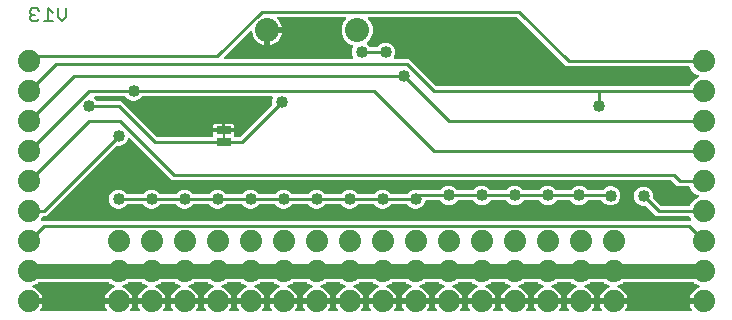
<source format=gbr>
G04 EAGLE Gerber RS-274X export*
G75*
%MOMM*%
%FSLAX34Y34*%
%LPD*%
%INBottom Copper*%
%IPPOS*%
%AMOC8*
5,1,8,0,0,1.08239X$1,22.5*%
G01*
%ADD10C,0.203200*%
%ADD11C,1.879600*%
%ADD12R,1.270000X0.635000*%
%ADD13C,2.032000*%
%ADD14C,0.254000*%
%ADD15C,1.270000*%
%ADD16C,1.016000*%

G36*
X572349Y80525D02*
X572349Y80525D01*
X572399Y80523D01*
X572506Y80545D01*
X572615Y80559D01*
X572662Y80577D01*
X572710Y80587D01*
X572809Y80635D01*
X572911Y80676D01*
X572951Y80705D01*
X572996Y80727D01*
X573080Y80798D01*
X573168Y80862D01*
X573200Y80901D01*
X573238Y80933D01*
X573301Y81023D01*
X573371Y81107D01*
X573392Y81152D01*
X573421Y81193D01*
X573460Y81296D01*
X573507Y81395D01*
X573516Y81444D01*
X573534Y81490D01*
X573546Y81600D01*
X573567Y81707D01*
X573563Y81757D01*
X573569Y81806D01*
X573554Y81915D01*
X573547Y82025D01*
X573531Y82072D01*
X573525Y82121D01*
X573472Y82274D01*
X572841Y83798D01*
X572827Y83823D01*
X572817Y83851D01*
X572748Y83961D01*
X572684Y84074D01*
X572663Y84095D01*
X572647Y84120D01*
X572552Y84209D01*
X572462Y84302D01*
X572437Y84318D01*
X572416Y84338D01*
X572302Y84401D01*
X572191Y84469D01*
X572163Y84477D01*
X572137Y84492D01*
X572011Y84524D01*
X571887Y84562D01*
X571858Y84564D01*
X571829Y84571D01*
X571669Y84581D01*
X544311Y84581D01*
X535793Y93100D01*
X535715Y93160D01*
X535642Y93228D01*
X535589Y93257D01*
X535542Y93294D01*
X535451Y93334D01*
X535364Y93382D01*
X535305Y93397D01*
X535250Y93421D01*
X535152Y93436D01*
X535056Y93461D01*
X534956Y93467D01*
X534936Y93471D01*
X534923Y93469D01*
X534895Y93471D01*
X531783Y93471D01*
X528795Y94709D01*
X526509Y96995D01*
X525271Y99983D01*
X525271Y103217D01*
X526509Y106205D01*
X528795Y108491D01*
X531783Y109729D01*
X535017Y109729D01*
X538005Y108491D01*
X540291Y106205D01*
X541529Y103217D01*
X541529Y100105D01*
X541541Y100006D01*
X541544Y99907D01*
X541561Y99849D01*
X541569Y99789D01*
X541605Y99697D01*
X541633Y99602D01*
X541663Y99550D01*
X541686Y99493D01*
X541744Y99413D01*
X541794Y99328D01*
X541860Y99253D01*
X541872Y99236D01*
X541882Y99228D01*
X541900Y99207D01*
X547517Y93590D01*
X547595Y93530D01*
X547668Y93462D01*
X547721Y93433D01*
X547768Y93396D01*
X547859Y93356D01*
X547946Y93308D01*
X548005Y93293D01*
X548060Y93269D01*
X548158Y93254D01*
X548254Y93229D01*
X548354Y93223D01*
X548374Y93219D01*
X548387Y93221D01*
X548415Y93219D01*
X571669Y93219D01*
X571698Y93222D01*
X571727Y93220D01*
X571855Y93242D01*
X571984Y93259D01*
X572011Y93269D01*
X572041Y93274D01*
X572159Y93328D01*
X572280Y93376D01*
X572304Y93393D01*
X572331Y93405D01*
X572432Y93486D01*
X572537Y93562D01*
X572556Y93585D01*
X572579Y93604D01*
X572657Y93707D01*
X572740Y93807D01*
X572753Y93834D01*
X572770Y93858D01*
X572841Y94002D01*
X573648Y95950D01*
X577150Y99452D01*
X579505Y100427D01*
X579625Y100496D01*
X579748Y100561D01*
X579763Y100575D01*
X579781Y100585D01*
X579881Y100682D01*
X579984Y100775D01*
X579995Y100792D01*
X580009Y100806D01*
X580082Y100925D01*
X580158Y101041D01*
X580165Y101060D01*
X580176Y101077D01*
X580216Y101210D01*
X580262Y101342D01*
X580263Y101362D01*
X580269Y101381D01*
X580276Y101520D01*
X580287Y101659D01*
X580283Y101679D01*
X580284Y101699D01*
X580256Y101835D01*
X580232Y101972D01*
X580224Y101991D01*
X580220Y102010D01*
X580159Y102136D01*
X580102Y102262D01*
X580089Y102278D01*
X580080Y102296D01*
X579990Y102402D01*
X579903Y102510D01*
X579887Y102523D01*
X579874Y102538D01*
X579760Y102618D01*
X579649Y102702D01*
X579624Y102714D01*
X579614Y102721D01*
X579595Y102728D01*
X579505Y102773D01*
X577150Y103748D01*
X573648Y107250D01*
X572841Y109198D01*
X572827Y109223D01*
X572817Y109251D01*
X572748Y109361D01*
X572684Y109474D01*
X572663Y109495D01*
X572647Y109520D01*
X572553Y109609D01*
X572462Y109702D01*
X572437Y109718D01*
X572416Y109738D01*
X572302Y109801D01*
X572191Y109869D01*
X572163Y109877D01*
X572137Y109892D01*
X572011Y109924D01*
X571887Y109962D01*
X571858Y109964D01*
X571829Y109971D01*
X571669Y109981D01*
X562091Y109981D01*
X557383Y114690D01*
X557305Y114750D01*
X557232Y114818D01*
X557179Y114847D01*
X557132Y114884D01*
X557041Y114924D01*
X556954Y114972D01*
X556895Y114987D01*
X556840Y115011D01*
X556742Y115026D01*
X556646Y115051D01*
X556546Y115057D01*
X556526Y115061D01*
X556513Y115059D01*
X556485Y115061D01*
X134101Y115061D01*
X98768Y150395D01*
X98728Y150425D01*
X98695Y150462D01*
X98603Y150522D01*
X98516Y150590D01*
X98471Y150610D01*
X98429Y150637D01*
X98325Y150673D01*
X98224Y150716D01*
X98175Y150724D01*
X98128Y150740D01*
X98019Y150749D01*
X97910Y150766D01*
X97861Y150761D01*
X97811Y150765D01*
X97703Y150747D01*
X97594Y150736D01*
X97547Y150719D01*
X97498Y150711D01*
X97398Y150666D01*
X97294Y150629D01*
X97253Y150601D01*
X97208Y150580D01*
X97122Y150512D01*
X97031Y150450D01*
X96998Y150413D01*
X96960Y150382D01*
X96893Y150294D01*
X96821Y150212D01*
X96798Y150167D01*
X96768Y150128D01*
X96697Y149983D01*
X95791Y147795D01*
X93505Y145509D01*
X90517Y144271D01*
X87405Y144271D01*
X87306Y144259D01*
X87207Y144256D01*
X87149Y144239D01*
X87089Y144231D01*
X86997Y144195D01*
X86902Y144167D01*
X86850Y144137D01*
X86793Y144114D01*
X86713Y144056D01*
X86628Y144006D01*
X86553Y143940D01*
X86536Y143928D01*
X86528Y143918D01*
X86507Y143900D01*
X27189Y84581D01*
X25231Y84581D01*
X25202Y84578D01*
X25173Y84580D01*
X25045Y84558D01*
X24916Y84541D01*
X24889Y84531D01*
X24859Y84526D01*
X24741Y84472D01*
X24620Y84424D01*
X24596Y84407D01*
X24569Y84395D01*
X24468Y84314D01*
X24363Y84238D01*
X24344Y84215D01*
X24321Y84196D01*
X24243Y84093D01*
X24160Y83993D01*
X24147Y83966D01*
X24130Y83942D01*
X24059Y83798D01*
X23428Y82274D01*
X23414Y82226D01*
X23393Y82181D01*
X23373Y82073D01*
X23344Y81967D01*
X23343Y81917D01*
X23333Y81868D01*
X23340Y81759D01*
X23339Y81649D01*
X23350Y81601D01*
X23353Y81551D01*
X23387Y81447D01*
X23413Y81340D01*
X23436Y81296D01*
X23451Y81249D01*
X23510Y81156D01*
X23561Y81059D01*
X23595Y81022D01*
X23621Y80980D01*
X23702Y80905D01*
X23775Y80823D01*
X23817Y80796D01*
X23853Y80762D01*
X23949Y80709D01*
X24041Y80649D01*
X24088Y80632D01*
X24132Y80608D01*
X24238Y80581D01*
X24342Y80545D01*
X24391Y80541D01*
X24439Y80529D01*
X24600Y80519D01*
X572300Y80519D01*
X572349Y80525D01*
G37*
G36*
X571698Y194822D02*
X571698Y194822D01*
X571727Y194820D01*
X571855Y194842D01*
X571984Y194859D01*
X572011Y194869D01*
X572041Y194874D01*
X572159Y194928D01*
X572280Y194976D01*
X572304Y194993D01*
X572331Y195005D01*
X572432Y195086D01*
X572537Y195162D01*
X572556Y195185D01*
X572579Y195204D01*
X572657Y195307D01*
X572740Y195407D01*
X572753Y195434D01*
X572770Y195458D01*
X572841Y195602D01*
X573648Y197550D01*
X577150Y201052D01*
X579505Y202027D01*
X579625Y202096D01*
X579748Y202161D01*
X579763Y202175D01*
X579781Y202185D01*
X579881Y202282D01*
X579984Y202375D01*
X579995Y202392D01*
X580009Y202406D01*
X580082Y202525D01*
X580158Y202641D01*
X580165Y202660D01*
X580176Y202677D01*
X580216Y202810D01*
X580262Y202942D01*
X580263Y202962D01*
X580269Y202981D01*
X580276Y203120D01*
X580287Y203259D01*
X580283Y203279D01*
X580284Y203299D01*
X580256Y203435D01*
X580232Y203572D01*
X580224Y203591D01*
X580220Y203610D01*
X580159Y203736D01*
X580102Y203862D01*
X580089Y203878D01*
X580080Y203896D01*
X579990Y204002D01*
X579903Y204110D01*
X579887Y204123D01*
X579874Y204138D01*
X579760Y204218D01*
X579649Y204302D01*
X579624Y204314D01*
X579614Y204321D01*
X579595Y204328D01*
X579505Y204373D01*
X577150Y205348D01*
X573648Y208850D01*
X572841Y210798D01*
X572827Y210823D01*
X572817Y210851D01*
X572748Y210961D01*
X572684Y211074D01*
X572663Y211095D01*
X572647Y211120D01*
X572553Y211209D01*
X572462Y211302D01*
X572437Y211318D01*
X572416Y211338D01*
X572302Y211401D01*
X572191Y211469D01*
X572163Y211477D01*
X572137Y211492D01*
X572011Y211524D01*
X571887Y211562D01*
X571858Y211564D01*
X571829Y211571D01*
X571669Y211581D01*
X468111Y211581D01*
X426573Y253120D01*
X426495Y253180D01*
X426422Y253248D01*
X426369Y253277D01*
X426322Y253314D01*
X426231Y253354D01*
X426144Y253402D01*
X426085Y253417D01*
X426030Y253441D01*
X425932Y253456D01*
X425836Y253481D01*
X425736Y253487D01*
X425716Y253491D01*
X425703Y253489D01*
X425675Y253491D01*
X301348Y253491D01*
X301211Y253474D01*
X301072Y253461D01*
X301053Y253454D01*
X301033Y253451D01*
X300904Y253400D01*
X300773Y253353D01*
X300756Y253342D01*
X300737Y253334D01*
X300624Y253253D01*
X300509Y253175D01*
X300496Y253159D01*
X300480Y253148D01*
X300391Y253040D01*
X300299Y252936D01*
X300290Y252918D01*
X300277Y252903D01*
X300218Y252777D01*
X300154Y252653D01*
X300150Y252633D01*
X300141Y252615D01*
X300115Y252478D01*
X300085Y252343D01*
X300085Y252322D01*
X300081Y252303D01*
X300090Y252164D01*
X300094Y252025D01*
X300100Y252005D01*
X300101Y251985D01*
X300144Y251853D01*
X300183Y251719D01*
X300193Y251702D01*
X300199Y251683D01*
X300274Y251565D01*
X300344Y251445D01*
X300363Y251424D01*
X300369Y251414D01*
X300384Y251400D01*
X300451Y251325D01*
X302180Y249595D01*
X304191Y244740D01*
X304191Y239485D01*
X302180Y234631D01*
X299500Y231951D01*
X299427Y231856D01*
X299348Y231767D01*
X299330Y231731D01*
X299305Y231699D01*
X299258Y231590D01*
X299204Y231484D01*
X299195Y231445D01*
X299179Y231407D01*
X299160Y231290D01*
X299134Y231174D01*
X299135Y231133D01*
X299129Y231093D01*
X299140Y230975D01*
X299144Y230856D01*
X299155Y230817D01*
X299159Y230777D01*
X299199Y230665D01*
X299232Y230550D01*
X299253Y230516D01*
X299266Y230477D01*
X299333Y230379D01*
X299394Y230276D01*
X299434Y230231D01*
X299445Y230214D01*
X299460Y230201D01*
X299500Y230156D01*
X301445Y228210D01*
X301524Y228150D01*
X301596Y228082D01*
X301649Y228053D01*
X301697Y228016D01*
X301788Y227976D01*
X301874Y227928D01*
X301933Y227913D01*
X301988Y227889D01*
X302086Y227874D01*
X302182Y227849D01*
X302282Y227843D01*
X302303Y227839D01*
X302315Y227841D01*
X302343Y227839D01*
X307257Y227839D01*
X307355Y227851D01*
X307454Y227854D01*
X307513Y227871D01*
X307573Y227879D01*
X307665Y227915D01*
X307760Y227943D01*
X307812Y227973D01*
X307868Y227996D01*
X307948Y228054D01*
X308034Y228104D01*
X308109Y228170D01*
X308126Y228182D01*
X308134Y228192D01*
X308155Y228210D01*
X310355Y230411D01*
X313343Y231649D01*
X316577Y231649D01*
X319565Y230411D01*
X321851Y228125D01*
X323089Y225137D01*
X323089Y221903D01*
X322066Y219434D01*
X322053Y219386D01*
X322032Y219341D01*
X322011Y219233D01*
X321982Y219127D01*
X321981Y219077D01*
X321972Y219028D01*
X321979Y218919D01*
X321977Y218809D01*
X321988Y218761D01*
X321992Y218711D01*
X322025Y218607D01*
X322051Y218500D01*
X322074Y218456D01*
X322090Y218409D01*
X322148Y218316D01*
X322200Y218219D01*
X322233Y218182D01*
X322260Y218140D01*
X322340Y218065D01*
X322414Y217983D01*
X322455Y217956D01*
X322491Y217922D01*
X322588Y217869D01*
X322679Y217809D01*
X322726Y217792D01*
X322770Y217768D01*
X322876Y217741D01*
X322980Y217705D01*
X323030Y217701D01*
X323078Y217689D01*
X323239Y217679D01*
X334529Y217679D01*
X357017Y195190D01*
X357095Y195130D01*
X357168Y195062D01*
X357221Y195033D01*
X357268Y194996D01*
X357359Y194956D01*
X357446Y194908D01*
X357505Y194893D01*
X357560Y194869D01*
X357658Y194854D01*
X357754Y194829D01*
X357854Y194823D01*
X357874Y194819D01*
X357887Y194821D01*
X357915Y194819D01*
X571669Y194819D01*
X571698Y194822D01*
G37*
%LPC*%
G36*
X87283Y90931D02*
X87283Y90931D01*
X84295Y92169D01*
X82009Y94455D01*
X80771Y97443D01*
X80771Y100677D01*
X82009Y103665D01*
X84295Y105951D01*
X87283Y107189D01*
X90517Y107189D01*
X93505Y105951D01*
X95705Y103750D01*
X95784Y103690D01*
X95856Y103622D01*
X95909Y103593D01*
X95957Y103556D01*
X96048Y103516D01*
X96134Y103468D01*
X96193Y103453D01*
X96248Y103429D01*
X96346Y103414D01*
X96442Y103389D01*
X96542Y103383D01*
X96563Y103379D01*
X96575Y103381D01*
X96603Y103379D01*
X109137Y103379D01*
X109235Y103391D01*
X109334Y103394D01*
X109393Y103411D01*
X109453Y103419D01*
X109545Y103455D01*
X109640Y103483D01*
X109692Y103513D01*
X109748Y103536D01*
X109828Y103594D01*
X109914Y103644D01*
X109989Y103710D01*
X110006Y103722D01*
X110014Y103732D01*
X110035Y103750D01*
X112235Y105951D01*
X115223Y107189D01*
X118457Y107189D01*
X121445Y105951D01*
X123645Y103750D01*
X123724Y103690D01*
X123796Y103622D01*
X123849Y103593D01*
X123897Y103556D01*
X123988Y103516D01*
X124074Y103468D01*
X124133Y103453D01*
X124188Y103429D01*
X124286Y103414D01*
X124382Y103389D01*
X124482Y103383D01*
X124503Y103379D01*
X124515Y103381D01*
X124543Y103379D01*
X137077Y103379D01*
X137175Y103391D01*
X137274Y103394D01*
X137333Y103411D01*
X137393Y103419D01*
X137485Y103455D01*
X137580Y103483D01*
X137632Y103513D01*
X137688Y103536D01*
X137768Y103594D01*
X137854Y103644D01*
X137929Y103710D01*
X137946Y103722D01*
X137954Y103732D01*
X137975Y103750D01*
X140175Y105951D01*
X143163Y107189D01*
X146397Y107189D01*
X149385Y105951D01*
X151585Y103750D01*
X151664Y103690D01*
X151736Y103622D01*
X151789Y103593D01*
X151837Y103556D01*
X151928Y103516D01*
X152014Y103468D01*
X152073Y103453D01*
X152128Y103429D01*
X152226Y103414D01*
X152322Y103389D01*
X152422Y103383D01*
X152443Y103379D01*
X152455Y103381D01*
X152483Y103379D01*
X165017Y103379D01*
X165115Y103391D01*
X165214Y103394D01*
X165273Y103411D01*
X165333Y103419D01*
X165425Y103455D01*
X165520Y103483D01*
X165572Y103513D01*
X165628Y103536D01*
X165708Y103594D01*
X165794Y103644D01*
X165869Y103710D01*
X165886Y103722D01*
X165894Y103732D01*
X165915Y103750D01*
X168115Y105951D01*
X171103Y107189D01*
X174337Y107189D01*
X177325Y105951D01*
X179525Y103750D01*
X179604Y103690D01*
X179676Y103622D01*
X179729Y103593D01*
X179777Y103556D01*
X179868Y103516D01*
X179954Y103468D01*
X180013Y103453D01*
X180068Y103429D01*
X180166Y103414D01*
X180262Y103389D01*
X180362Y103383D01*
X180383Y103379D01*
X180395Y103381D01*
X180423Y103379D01*
X192957Y103379D01*
X193055Y103391D01*
X193154Y103394D01*
X193213Y103411D01*
X193273Y103419D01*
X193365Y103455D01*
X193460Y103483D01*
X193512Y103513D01*
X193568Y103536D01*
X193649Y103594D01*
X193734Y103644D01*
X193809Y103710D01*
X193826Y103722D01*
X193834Y103732D01*
X193855Y103750D01*
X196055Y105951D01*
X199043Y107189D01*
X202277Y107189D01*
X205265Y105951D01*
X207465Y103750D01*
X207544Y103690D01*
X207616Y103622D01*
X207669Y103593D01*
X207717Y103556D01*
X207808Y103516D01*
X207894Y103468D01*
X207953Y103453D01*
X208008Y103429D01*
X208106Y103414D01*
X208202Y103389D01*
X208302Y103383D01*
X208322Y103379D01*
X208335Y103381D01*
X208363Y103379D01*
X220897Y103379D01*
X220995Y103391D01*
X221094Y103394D01*
X221153Y103411D01*
X221213Y103419D01*
X221305Y103455D01*
X221400Y103483D01*
X221452Y103513D01*
X221508Y103536D01*
X221589Y103594D01*
X221674Y103644D01*
X221749Y103710D01*
X221766Y103722D01*
X221774Y103732D01*
X221795Y103750D01*
X223995Y105951D01*
X226983Y107189D01*
X230217Y107189D01*
X233205Y105951D01*
X235405Y103750D01*
X235484Y103690D01*
X235556Y103622D01*
X235609Y103593D01*
X235657Y103556D01*
X235748Y103516D01*
X235834Y103468D01*
X235893Y103453D01*
X235948Y103429D01*
X236046Y103414D01*
X236142Y103389D01*
X236242Y103383D01*
X236262Y103379D01*
X236275Y103381D01*
X236303Y103379D01*
X248837Y103379D01*
X248935Y103391D01*
X249034Y103394D01*
X249093Y103411D01*
X249153Y103419D01*
X249245Y103455D01*
X249340Y103483D01*
X249392Y103513D01*
X249448Y103536D01*
X249529Y103594D01*
X249614Y103644D01*
X249689Y103710D01*
X249706Y103722D01*
X249714Y103732D01*
X249735Y103750D01*
X251935Y105951D01*
X254923Y107189D01*
X258157Y107189D01*
X261145Y105951D01*
X263345Y103750D01*
X263424Y103690D01*
X263496Y103622D01*
X263549Y103593D01*
X263597Y103556D01*
X263688Y103516D01*
X263774Y103468D01*
X263833Y103453D01*
X263888Y103429D01*
X263986Y103414D01*
X264082Y103389D01*
X264182Y103383D01*
X264202Y103379D01*
X264215Y103381D01*
X264243Y103379D01*
X276777Y103379D01*
X276875Y103391D01*
X276974Y103394D01*
X277033Y103411D01*
X277093Y103419D01*
X277185Y103455D01*
X277280Y103483D01*
X277332Y103513D01*
X277388Y103536D01*
X277469Y103594D01*
X277554Y103644D01*
X277629Y103710D01*
X277646Y103722D01*
X277654Y103732D01*
X277675Y103750D01*
X279875Y105951D01*
X282863Y107189D01*
X286097Y107189D01*
X289085Y105951D01*
X291285Y103750D01*
X291364Y103690D01*
X291436Y103622D01*
X291489Y103593D01*
X291537Y103556D01*
X291628Y103516D01*
X291714Y103468D01*
X291773Y103453D01*
X291828Y103429D01*
X291926Y103414D01*
X292022Y103389D01*
X292122Y103383D01*
X292142Y103379D01*
X292155Y103381D01*
X292183Y103379D01*
X304717Y103379D01*
X304815Y103391D01*
X304914Y103394D01*
X304973Y103411D01*
X305033Y103419D01*
X305125Y103455D01*
X305220Y103483D01*
X305272Y103513D01*
X305328Y103536D01*
X305409Y103594D01*
X305494Y103644D01*
X305569Y103710D01*
X305586Y103722D01*
X305594Y103732D01*
X305615Y103750D01*
X307815Y105951D01*
X310803Y107189D01*
X314037Y107189D01*
X317025Y105951D01*
X319225Y103750D01*
X319304Y103690D01*
X319376Y103622D01*
X319429Y103593D01*
X319477Y103556D01*
X319568Y103516D01*
X319654Y103468D01*
X319713Y103453D01*
X319768Y103429D01*
X319866Y103414D01*
X319962Y103389D01*
X320062Y103383D01*
X320082Y103379D01*
X320095Y103381D01*
X320123Y103379D01*
X332657Y103379D01*
X332755Y103391D01*
X332854Y103394D01*
X332913Y103411D01*
X332973Y103419D01*
X333065Y103455D01*
X333160Y103483D01*
X333212Y103513D01*
X333268Y103536D01*
X333349Y103594D01*
X333434Y103644D01*
X333509Y103710D01*
X333526Y103722D01*
X333534Y103732D01*
X333555Y103750D01*
X335755Y105951D01*
X338743Y107189D01*
X341977Y107189D01*
X342970Y106777D01*
X342979Y106775D01*
X342987Y106770D01*
X343132Y106733D01*
X343277Y106693D01*
X343286Y106693D01*
X343295Y106691D01*
X343456Y106681D01*
X360851Y106681D01*
X360949Y106693D01*
X361048Y106696D01*
X361107Y106713D01*
X361167Y106721D01*
X361259Y106757D01*
X361354Y106785D01*
X361406Y106815D01*
X361462Y106838D01*
X361543Y106896D01*
X361628Y106946D01*
X361703Y107012D01*
X361720Y107024D01*
X361728Y107034D01*
X361749Y107052D01*
X363949Y109253D01*
X366937Y110491D01*
X370171Y110491D01*
X373159Y109253D01*
X375359Y107052D01*
X375438Y106992D01*
X375510Y106924D01*
X375563Y106895D01*
X375611Y106858D01*
X375702Y106818D01*
X375788Y106770D01*
X375847Y106755D01*
X375902Y106731D01*
X376000Y106716D01*
X376096Y106691D01*
X376196Y106685D01*
X376216Y106681D01*
X376229Y106683D01*
X376257Y106681D01*
X388791Y106681D01*
X388889Y106693D01*
X388988Y106696D01*
X389047Y106713D01*
X389107Y106721D01*
X389199Y106757D01*
X389294Y106785D01*
X389346Y106815D01*
X389402Y106838D01*
X389483Y106896D01*
X389568Y106946D01*
X389643Y107012D01*
X389660Y107024D01*
X389668Y107034D01*
X389689Y107052D01*
X391889Y109253D01*
X394877Y110491D01*
X398111Y110491D01*
X401099Y109253D01*
X403299Y107052D01*
X403378Y106992D01*
X403450Y106924D01*
X403503Y106895D01*
X403551Y106858D01*
X403642Y106818D01*
X403728Y106770D01*
X403787Y106755D01*
X403842Y106731D01*
X403940Y106716D01*
X404036Y106691D01*
X404136Y106685D01*
X404156Y106681D01*
X404169Y106683D01*
X404197Y106681D01*
X416731Y106681D01*
X416829Y106693D01*
X416928Y106696D01*
X416987Y106713D01*
X417047Y106721D01*
X417139Y106757D01*
X417234Y106785D01*
X417286Y106815D01*
X417342Y106838D01*
X417423Y106896D01*
X417508Y106946D01*
X417583Y107012D01*
X417600Y107024D01*
X417608Y107034D01*
X417629Y107052D01*
X419829Y109253D01*
X422817Y110491D01*
X426051Y110491D01*
X429039Y109253D01*
X431239Y107052D01*
X431318Y106992D01*
X431390Y106924D01*
X431443Y106895D01*
X431491Y106858D01*
X431582Y106818D01*
X431668Y106770D01*
X431727Y106755D01*
X431782Y106731D01*
X431880Y106716D01*
X431976Y106691D01*
X432076Y106685D01*
X432096Y106681D01*
X432109Y106683D01*
X432137Y106681D01*
X444671Y106681D01*
X444769Y106693D01*
X444868Y106696D01*
X444927Y106713D01*
X444987Y106721D01*
X445079Y106757D01*
X445174Y106785D01*
X445226Y106815D01*
X445282Y106838D01*
X445363Y106896D01*
X445448Y106946D01*
X445523Y107012D01*
X445540Y107024D01*
X445548Y107034D01*
X445569Y107052D01*
X447769Y109253D01*
X450757Y110491D01*
X453991Y110491D01*
X456979Y109253D01*
X459179Y107052D01*
X459258Y106992D01*
X459330Y106924D01*
X459383Y106895D01*
X459431Y106858D01*
X459522Y106818D01*
X459608Y106770D01*
X459667Y106755D01*
X459722Y106731D01*
X459820Y106716D01*
X459916Y106691D01*
X460016Y106685D01*
X460036Y106681D01*
X460049Y106683D01*
X460077Y106681D01*
X471341Y106681D01*
X471439Y106693D01*
X471538Y106696D01*
X471597Y106713D01*
X471657Y106721D01*
X471749Y106757D01*
X471844Y106785D01*
X471896Y106815D01*
X471952Y106838D01*
X472033Y106896D01*
X472118Y106946D01*
X472193Y107012D01*
X472210Y107024D01*
X472218Y107034D01*
X472239Y107052D01*
X474439Y109253D01*
X477427Y110491D01*
X480661Y110491D01*
X483649Y109253D01*
X485849Y107052D01*
X485928Y106992D01*
X486000Y106924D01*
X486053Y106895D01*
X486101Y106858D01*
X486192Y106818D01*
X486278Y106770D01*
X486337Y106755D01*
X486392Y106731D01*
X486490Y106716D01*
X486586Y106691D01*
X486686Y106685D01*
X486706Y106681D01*
X486719Y106683D01*
X486747Y106681D01*
X498011Y106681D01*
X498109Y106693D01*
X498208Y106696D01*
X498267Y106713D01*
X498327Y106721D01*
X498419Y106757D01*
X498514Y106785D01*
X498566Y106815D01*
X498622Y106838D01*
X498703Y106896D01*
X498788Y106946D01*
X498863Y107012D01*
X498880Y107024D01*
X498888Y107034D01*
X498909Y107052D01*
X500855Y108999D01*
X503843Y110237D01*
X507077Y110237D01*
X510065Y108999D01*
X512351Y106713D01*
X513589Y103725D01*
X513589Y100491D01*
X512351Y97503D01*
X510065Y95217D01*
X507077Y93979D01*
X503843Y93979D01*
X500855Y95217D01*
X498401Y97672D01*
X498322Y97732D01*
X498250Y97800D01*
X498197Y97829D01*
X498149Y97866D01*
X498058Y97906D01*
X497972Y97954D01*
X497913Y97969D01*
X497858Y97993D01*
X497760Y98008D01*
X497664Y98033D01*
X497564Y98039D01*
X497544Y98043D01*
X497531Y98041D01*
X497503Y98043D01*
X486747Y98043D01*
X486649Y98031D01*
X486550Y98028D01*
X486491Y98011D01*
X486431Y98003D01*
X486339Y97967D01*
X486244Y97939D01*
X486192Y97909D01*
X486136Y97886D01*
X486055Y97828D01*
X485970Y97778D01*
X485895Y97712D01*
X485878Y97700D01*
X485870Y97690D01*
X485849Y97672D01*
X483649Y95471D01*
X480661Y94233D01*
X477427Y94233D01*
X474439Y95471D01*
X472239Y97672D01*
X472160Y97732D01*
X472088Y97800D01*
X472035Y97829D01*
X471987Y97866D01*
X471896Y97906D01*
X471810Y97954D01*
X471751Y97969D01*
X471696Y97993D01*
X471598Y98008D01*
X471502Y98033D01*
X471402Y98039D01*
X471382Y98043D01*
X471369Y98041D01*
X471341Y98043D01*
X460077Y98043D01*
X459979Y98031D01*
X459880Y98028D01*
X459821Y98011D01*
X459761Y98003D01*
X459669Y97967D01*
X459574Y97939D01*
X459522Y97909D01*
X459466Y97886D01*
X459385Y97828D01*
X459300Y97778D01*
X459225Y97712D01*
X459208Y97700D01*
X459200Y97690D01*
X459179Y97672D01*
X456979Y95471D01*
X453991Y94233D01*
X450757Y94233D01*
X447769Y95471D01*
X445569Y97672D01*
X445490Y97732D01*
X445418Y97800D01*
X445365Y97829D01*
X445317Y97866D01*
X445226Y97906D01*
X445140Y97954D01*
X445081Y97969D01*
X445026Y97993D01*
X444928Y98008D01*
X444832Y98033D01*
X444732Y98039D01*
X444712Y98043D01*
X444699Y98041D01*
X444671Y98043D01*
X432137Y98043D01*
X432039Y98031D01*
X431940Y98028D01*
X431881Y98011D01*
X431821Y98003D01*
X431729Y97967D01*
X431634Y97939D01*
X431582Y97909D01*
X431526Y97886D01*
X431445Y97828D01*
X431360Y97778D01*
X431285Y97712D01*
X431268Y97700D01*
X431260Y97690D01*
X431239Y97672D01*
X429039Y95471D01*
X426051Y94233D01*
X422817Y94233D01*
X419829Y95471D01*
X417629Y97672D01*
X417550Y97732D01*
X417478Y97800D01*
X417425Y97829D01*
X417377Y97866D01*
X417286Y97906D01*
X417200Y97954D01*
X417141Y97969D01*
X417086Y97993D01*
X416988Y98008D01*
X416892Y98033D01*
X416792Y98039D01*
X416772Y98043D01*
X416759Y98041D01*
X416731Y98043D01*
X404197Y98043D01*
X404099Y98031D01*
X404000Y98028D01*
X403941Y98011D01*
X403881Y98003D01*
X403789Y97967D01*
X403694Y97939D01*
X403642Y97909D01*
X403586Y97886D01*
X403505Y97828D01*
X403420Y97778D01*
X403345Y97712D01*
X403328Y97700D01*
X403320Y97690D01*
X403299Y97672D01*
X401099Y95471D01*
X398111Y94233D01*
X394877Y94233D01*
X391889Y95471D01*
X389689Y97672D01*
X389610Y97732D01*
X389538Y97800D01*
X389485Y97829D01*
X389437Y97866D01*
X389346Y97906D01*
X389260Y97954D01*
X389201Y97969D01*
X389146Y97993D01*
X389048Y98008D01*
X388952Y98033D01*
X388852Y98039D01*
X388832Y98043D01*
X388819Y98041D01*
X388791Y98043D01*
X376257Y98043D01*
X376159Y98031D01*
X376060Y98028D01*
X376001Y98011D01*
X375941Y98003D01*
X375849Y97967D01*
X375754Y97939D01*
X375702Y97909D01*
X375646Y97886D01*
X375565Y97828D01*
X375480Y97778D01*
X375405Y97712D01*
X375388Y97700D01*
X375380Y97690D01*
X375359Y97672D01*
X373159Y95471D01*
X370171Y94233D01*
X366937Y94233D01*
X363949Y95471D01*
X361749Y97672D01*
X361670Y97732D01*
X361598Y97800D01*
X361545Y97829D01*
X361497Y97866D01*
X361406Y97906D01*
X361320Y97954D01*
X361261Y97969D01*
X361206Y97993D01*
X361108Y98008D01*
X361012Y98033D01*
X360912Y98039D01*
X360892Y98043D01*
X360879Y98041D01*
X360851Y98043D01*
X349585Y98043D01*
X349556Y98040D01*
X349527Y98042D01*
X349399Y98020D01*
X349270Y98003D01*
X349242Y97993D01*
X349213Y97988D01*
X349095Y97934D01*
X348974Y97886D01*
X348950Y97869D01*
X348923Y97857D01*
X348822Y97776D01*
X348717Y97700D01*
X348698Y97677D01*
X348675Y97658D01*
X348597Y97555D01*
X348514Y97455D01*
X348501Y97428D01*
X348484Y97404D01*
X348413Y97260D01*
X347251Y94455D01*
X344965Y92169D01*
X341977Y90931D01*
X338743Y90931D01*
X335755Y92169D01*
X333555Y94370D01*
X333476Y94430D01*
X333404Y94498D01*
X333351Y94527D01*
X333303Y94564D01*
X333212Y94604D01*
X333126Y94652D01*
X333067Y94667D01*
X333012Y94691D01*
X332914Y94706D01*
X332818Y94731D01*
X332718Y94737D01*
X332698Y94741D01*
X332685Y94739D01*
X332657Y94741D01*
X320123Y94741D01*
X320025Y94729D01*
X319926Y94726D01*
X319867Y94709D01*
X319807Y94701D01*
X319715Y94665D01*
X319620Y94637D01*
X319568Y94607D01*
X319512Y94584D01*
X319431Y94526D01*
X319346Y94476D01*
X319271Y94410D01*
X319254Y94398D01*
X319246Y94388D01*
X319225Y94370D01*
X317025Y92169D01*
X314037Y90931D01*
X310803Y90931D01*
X307815Y92169D01*
X305615Y94370D01*
X305536Y94430D01*
X305464Y94498D01*
X305411Y94527D01*
X305363Y94564D01*
X305272Y94604D01*
X305186Y94652D01*
X305127Y94667D01*
X305072Y94691D01*
X304974Y94706D01*
X304878Y94731D01*
X304778Y94737D01*
X304758Y94741D01*
X304745Y94739D01*
X304717Y94741D01*
X292183Y94741D01*
X292085Y94729D01*
X291986Y94726D01*
X291927Y94709D01*
X291867Y94701D01*
X291775Y94665D01*
X291680Y94637D01*
X291628Y94607D01*
X291572Y94584D01*
X291491Y94526D01*
X291406Y94476D01*
X291331Y94410D01*
X291314Y94398D01*
X291306Y94388D01*
X291285Y94370D01*
X289085Y92169D01*
X286097Y90931D01*
X282863Y90931D01*
X279875Y92169D01*
X277675Y94370D01*
X277596Y94430D01*
X277524Y94498D01*
X277471Y94527D01*
X277423Y94564D01*
X277332Y94604D01*
X277246Y94652D01*
X277187Y94667D01*
X277132Y94691D01*
X277034Y94706D01*
X276938Y94731D01*
X276838Y94737D01*
X276818Y94741D01*
X276805Y94739D01*
X276777Y94741D01*
X264243Y94741D01*
X264145Y94729D01*
X264046Y94726D01*
X263987Y94709D01*
X263927Y94701D01*
X263835Y94665D01*
X263740Y94637D01*
X263688Y94607D01*
X263632Y94584D01*
X263551Y94526D01*
X263466Y94476D01*
X263391Y94410D01*
X263374Y94398D01*
X263366Y94388D01*
X263345Y94370D01*
X261145Y92169D01*
X258157Y90931D01*
X254923Y90931D01*
X251935Y92169D01*
X249735Y94370D01*
X249656Y94430D01*
X249584Y94498D01*
X249531Y94527D01*
X249483Y94564D01*
X249392Y94604D01*
X249306Y94652D01*
X249247Y94667D01*
X249192Y94691D01*
X249094Y94706D01*
X248998Y94731D01*
X248898Y94737D01*
X248878Y94741D01*
X248865Y94739D01*
X248837Y94741D01*
X236303Y94741D01*
X236205Y94729D01*
X236106Y94726D01*
X236047Y94709D01*
X235987Y94701D01*
X235895Y94665D01*
X235800Y94637D01*
X235748Y94607D01*
X235692Y94584D01*
X235611Y94526D01*
X235526Y94476D01*
X235451Y94410D01*
X235434Y94398D01*
X235426Y94388D01*
X235405Y94370D01*
X233205Y92169D01*
X230217Y90931D01*
X226983Y90931D01*
X223995Y92169D01*
X221795Y94370D01*
X221716Y94430D01*
X221644Y94498D01*
X221591Y94527D01*
X221543Y94564D01*
X221452Y94604D01*
X221366Y94652D01*
X221307Y94667D01*
X221252Y94691D01*
X221154Y94706D01*
X221058Y94731D01*
X220958Y94737D01*
X220938Y94741D01*
X220925Y94739D01*
X220897Y94741D01*
X208363Y94741D01*
X208265Y94729D01*
X208166Y94726D01*
X208107Y94709D01*
X208047Y94701D01*
X207955Y94665D01*
X207860Y94637D01*
X207808Y94607D01*
X207752Y94584D01*
X207671Y94526D01*
X207586Y94476D01*
X207511Y94410D01*
X207494Y94398D01*
X207486Y94388D01*
X207465Y94370D01*
X205265Y92169D01*
X202277Y90931D01*
X199043Y90931D01*
X196055Y92169D01*
X193855Y94370D01*
X193776Y94430D01*
X193704Y94498D01*
X193651Y94527D01*
X193603Y94564D01*
X193512Y94604D01*
X193426Y94652D01*
X193367Y94667D01*
X193312Y94691D01*
X193214Y94706D01*
X193118Y94731D01*
X193018Y94737D01*
X192998Y94741D01*
X192985Y94739D01*
X192957Y94741D01*
X180423Y94741D01*
X180325Y94729D01*
X180226Y94726D01*
X180167Y94709D01*
X180107Y94701D01*
X180015Y94665D01*
X179920Y94637D01*
X179868Y94607D01*
X179812Y94584D01*
X179732Y94526D01*
X179646Y94476D01*
X179571Y94410D01*
X179554Y94398D01*
X179546Y94388D01*
X179525Y94370D01*
X177325Y92169D01*
X174337Y90931D01*
X171103Y90931D01*
X168115Y92169D01*
X165915Y94370D01*
X165836Y94430D01*
X165764Y94498D01*
X165711Y94527D01*
X165663Y94564D01*
X165572Y94604D01*
X165486Y94652D01*
X165427Y94667D01*
X165372Y94691D01*
X165274Y94706D01*
X165178Y94731D01*
X165078Y94737D01*
X165057Y94741D01*
X165045Y94739D01*
X165017Y94741D01*
X152483Y94741D01*
X152385Y94729D01*
X152286Y94726D01*
X152227Y94709D01*
X152167Y94701D01*
X152075Y94665D01*
X151980Y94637D01*
X151928Y94607D01*
X151872Y94584D01*
X151792Y94526D01*
X151706Y94476D01*
X151631Y94410D01*
X151614Y94398D01*
X151606Y94388D01*
X151585Y94370D01*
X149385Y92169D01*
X146397Y90931D01*
X143163Y90931D01*
X140175Y92169D01*
X137975Y94370D01*
X137896Y94430D01*
X137824Y94498D01*
X137771Y94527D01*
X137723Y94564D01*
X137632Y94604D01*
X137546Y94652D01*
X137487Y94667D01*
X137432Y94691D01*
X137334Y94706D01*
X137238Y94731D01*
X137138Y94737D01*
X137117Y94741D01*
X137105Y94739D01*
X137077Y94741D01*
X124543Y94741D01*
X124445Y94729D01*
X124346Y94726D01*
X124287Y94709D01*
X124227Y94701D01*
X124135Y94665D01*
X124040Y94637D01*
X123988Y94607D01*
X123932Y94584D01*
X123852Y94526D01*
X123766Y94476D01*
X123691Y94410D01*
X123674Y94398D01*
X123666Y94388D01*
X123645Y94370D01*
X121445Y92169D01*
X118457Y90931D01*
X115223Y90931D01*
X112235Y92169D01*
X110035Y94370D01*
X109956Y94430D01*
X109884Y94498D01*
X109831Y94527D01*
X109783Y94564D01*
X109692Y94604D01*
X109606Y94652D01*
X109547Y94667D01*
X109492Y94691D01*
X109394Y94706D01*
X109298Y94731D01*
X109198Y94737D01*
X109177Y94741D01*
X109165Y94739D01*
X109137Y94741D01*
X96603Y94741D01*
X96505Y94729D01*
X96406Y94726D01*
X96347Y94709D01*
X96287Y94701D01*
X96195Y94665D01*
X96100Y94637D01*
X96048Y94607D01*
X95992Y94584D01*
X95912Y94526D01*
X95826Y94476D01*
X95751Y94410D01*
X95734Y94398D01*
X95726Y94388D01*
X95705Y94370D01*
X93505Y92169D01*
X90517Y90931D01*
X87283Y90931D01*
G37*
%LPD*%
G36*
X167855Y151651D02*
X167855Y151651D01*
X167953Y151654D01*
X168012Y151671D01*
X168072Y151679D01*
X168164Y151715D01*
X168259Y151742D01*
X168311Y151773D01*
X168368Y151796D01*
X168448Y151854D01*
X168533Y151904D01*
X168608Y151970D01*
X168625Y151982D01*
X168633Y151992D01*
X168654Y152010D01*
X168751Y152108D01*
X168816Y152191D01*
X168888Y152269D01*
X168913Y152317D01*
X168946Y152359D01*
X168988Y152456D01*
X169038Y152549D01*
X169051Y152601D01*
X169073Y152651D01*
X169089Y152755D01*
X169115Y152858D01*
X169114Y152912D01*
X169122Y152965D01*
X169113Y153070D01*
X169112Y153176D01*
X169095Y153260D01*
X169093Y153282D01*
X169087Y153296D01*
X169080Y153334D01*
X168909Y153971D01*
X168909Y155893D01*
X172466Y155893D01*
X172584Y155908D01*
X172703Y155916D01*
X172741Y155928D01*
X172782Y155933D01*
X172892Y155977D01*
X173005Y156014D01*
X173040Y156035D01*
X173077Y156050D01*
X173173Y156120D01*
X173274Y156184D01*
X173302Y156213D01*
X173335Y156237D01*
X173411Y156329D01*
X173492Y156415D01*
X173512Y156451D01*
X173537Y156482D01*
X173588Y156590D01*
X173646Y156694D01*
X173656Y156733D01*
X173673Y156770D01*
X173695Y156886D01*
X173725Y157002D01*
X173729Y157062D01*
X173733Y157082D01*
X173731Y157102D01*
X173735Y157162D01*
X173735Y157798D01*
X173720Y157916D01*
X173713Y158034D01*
X173700Y158073D01*
X173695Y158113D01*
X173652Y158224D01*
X173615Y158337D01*
X173593Y158371D01*
X173578Y158409D01*
X173509Y158505D01*
X173445Y158606D01*
X173415Y158633D01*
X173392Y158666D01*
X173300Y158742D01*
X173213Y158824D01*
X173178Y158843D01*
X173147Y158869D01*
X173039Y158920D01*
X172935Y158977D01*
X172895Y158987D01*
X172859Y159004D01*
X172742Y159027D01*
X172627Y159057D01*
X172567Y159060D01*
X172547Y159064D01*
X172526Y159063D01*
X172466Y159067D01*
X168909Y159067D01*
X168909Y160989D01*
X169082Y161636D01*
X169417Y162215D01*
X169890Y162688D01*
X170469Y163023D01*
X171116Y163196D01*
X176213Y163196D01*
X176213Y161544D01*
X176228Y161426D01*
X176236Y161307D01*
X176248Y161269D01*
X176253Y161228D01*
X176297Y161118D01*
X176334Y161005D01*
X176355Y160970D01*
X176370Y160933D01*
X176440Y160837D01*
X176504Y160736D01*
X176533Y160708D01*
X176557Y160675D01*
X176649Y160599D01*
X176735Y160518D01*
X176771Y160498D01*
X176802Y160473D01*
X176910Y160422D01*
X177014Y160364D01*
X177053Y160354D01*
X177090Y160337D01*
X177206Y160315D01*
X177322Y160285D01*
X177382Y160281D01*
X177402Y160277D01*
X177422Y160279D01*
X177482Y160275D01*
X178118Y160275D01*
X178236Y160290D01*
X178354Y160297D01*
X178393Y160310D01*
X178433Y160315D01*
X178544Y160358D01*
X178657Y160395D01*
X178691Y160417D01*
X178729Y160432D01*
X178825Y160501D01*
X178926Y160565D01*
X178953Y160595D01*
X178986Y160618D01*
X179062Y160710D01*
X179144Y160797D01*
X179163Y160832D01*
X179189Y160863D01*
X179240Y160971D01*
X179297Y161075D01*
X179307Y161115D01*
X179324Y161151D01*
X179347Y161268D01*
X179377Y161383D01*
X179380Y161443D01*
X179384Y161463D01*
X179383Y161484D01*
X179387Y161544D01*
X179387Y163196D01*
X184484Y163196D01*
X185131Y163023D01*
X185710Y162688D01*
X186183Y162215D01*
X186518Y161636D01*
X186691Y160989D01*
X186691Y159067D01*
X183134Y159067D01*
X183016Y159052D01*
X182897Y159044D01*
X182859Y159032D01*
X182818Y159027D01*
X182708Y158983D01*
X182595Y158946D01*
X182560Y158925D01*
X182523Y158910D01*
X182427Y158840D01*
X182326Y158776D01*
X182298Y158747D01*
X182265Y158723D01*
X182189Y158631D01*
X182108Y158545D01*
X182088Y158509D01*
X182063Y158478D01*
X182012Y158370D01*
X181954Y158266D01*
X181944Y158227D01*
X181927Y158190D01*
X181905Y158074D01*
X181875Y157958D01*
X181871Y157898D01*
X181867Y157878D01*
X181869Y157858D01*
X181865Y157798D01*
X181865Y157162D01*
X181880Y157044D01*
X181887Y156926D01*
X181900Y156887D01*
X181905Y156847D01*
X181948Y156736D01*
X181985Y156623D01*
X182007Y156589D01*
X182022Y156551D01*
X182091Y156455D01*
X182155Y156354D01*
X182185Y156327D01*
X182208Y156294D01*
X182300Y156218D01*
X182387Y156136D01*
X182422Y156117D01*
X182453Y156091D01*
X182561Y156040D01*
X182665Y155983D01*
X182705Y155973D01*
X182741Y155956D01*
X182858Y155933D01*
X182973Y155903D01*
X183033Y155900D01*
X183053Y155896D01*
X183074Y155897D01*
X183134Y155893D01*
X186691Y155893D01*
X186691Y153971D01*
X186520Y153334D01*
X186506Y153229D01*
X186483Y153126D01*
X186484Y153072D01*
X186477Y153019D01*
X186489Y152914D01*
X186492Y152808D01*
X186507Y152756D01*
X186513Y152703D01*
X186551Y152604D01*
X186581Y152502D01*
X186608Y152456D01*
X186627Y152406D01*
X186689Y152320D01*
X186742Y152229D01*
X186799Y152165D01*
X186811Y152147D01*
X186823Y152136D01*
X186849Y152108D01*
X186946Y152010D01*
X187024Y151950D01*
X187096Y151882D01*
X187150Y151853D01*
X187198Y151815D01*
X187288Y151776D01*
X187375Y151728D01*
X187434Y151713D01*
X187489Y151689D01*
X187587Y151674D01*
X187683Y151649D01*
X187783Y151643D01*
X187804Y151639D01*
X187816Y151641D01*
X187844Y151639D01*
X190725Y151639D01*
X190824Y151651D01*
X190923Y151654D01*
X190981Y151671D01*
X191041Y151679D01*
X191133Y151715D01*
X191228Y151743D01*
X191280Y151773D01*
X191337Y151796D01*
X191417Y151854D01*
X191502Y151904D01*
X191577Y151970D01*
X191594Y151982D01*
X191602Y151992D01*
X191623Y152010D01*
X218830Y179217D01*
X218890Y179295D01*
X218958Y179367D01*
X218987Y179420D01*
X219024Y179468D01*
X219064Y179559D01*
X219112Y179646D01*
X219127Y179705D01*
X219151Y179760D01*
X219166Y179858D01*
X219191Y179954D01*
X219197Y180054D01*
X219201Y180074D01*
X219199Y180087D01*
X219201Y180115D01*
X219201Y183227D01*
X219698Y184426D01*
X219711Y184474D01*
X219732Y184519D01*
X219753Y184627D01*
X219782Y184733D01*
X219783Y184783D01*
X219792Y184832D01*
X219785Y184941D01*
X219787Y185051D01*
X219775Y185099D01*
X219772Y185149D01*
X219739Y185253D01*
X219713Y185360D01*
X219690Y185404D01*
X219674Y185451D01*
X219616Y185544D01*
X219564Y185641D01*
X219531Y185678D01*
X219504Y185720D01*
X219424Y185795D01*
X219350Y185877D01*
X219309Y185904D01*
X219273Y185938D01*
X219176Y185991D01*
X219085Y186051D01*
X219038Y186068D01*
X218994Y186092D01*
X218888Y186119D01*
X218784Y186155D01*
X218734Y186159D01*
X218686Y186171D01*
X218525Y186181D01*
X109303Y186181D01*
X109205Y186169D01*
X109106Y186166D01*
X109047Y186149D01*
X108987Y186141D01*
X108895Y186105D01*
X108800Y186077D01*
X108748Y186047D01*
X108692Y186024D01*
X108612Y185966D01*
X108526Y185916D01*
X108451Y185850D01*
X108434Y185838D01*
X108426Y185828D01*
X108405Y185810D01*
X106205Y183609D01*
X103217Y182371D01*
X99983Y182371D01*
X96995Y183609D01*
X94795Y185810D01*
X94716Y185870D01*
X94644Y185938D01*
X94591Y185967D01*
X94543Y186004D01*
X94452Y186044D01*
X94366Y186092D01*
X94307Y186107D01*
X94252Y186131D01*
X94154Y186146D01*
X94058Y186171D01*
X93958Y186177D01*
X93937Y186181D01*
X93925Y186179D01*
X93897Y186181D01*
X69679Y186181D01*
X69541Y186164D01*
X69402Y186151D01*
X69383Y186144D01*
X69363Y186141D01*
X69234Y186090D01*
X69103Y186043D01*
X69086Y186032D01*
X69068Y186024D01*
X68955Y185943D01*
X68840Y185865D01*
X68827Y185849D01*
X68810Y185838D01*
X68721Y185730D01*
X68629Y185626D01*
X68620Y185608D01*
X68607Y185593D01*
X68548Y185467D01*
X68485Y185343D01*
X68480Y185323D01*
X68472Y185305D01*
X68446Y185168D01*
X68415Y185033D01*
X68416Y185012D01*
X68412Y184993D01*
X68421Y184854D01*
X68425Y184715D01*
X68431Y184695D01*
X68432Y184675D01*
X68475Y184543D01*
X68513Y184409D01*
X68524Y184392D01*
X68530Y184373D01*
X68604Y184255D01*
X68675Y184135D01*
X68693Y184114D01*
X68700Y184104D01*
X68715Y184090D01*
X68781Y184015D01*
X70305Y182490D01*
X70384Y182430D01*
X70456Y182362D01*
X70509Y182333D01*
X70557Y182296D01*
X70648Y182256D01*
X70734Y182208D01*
X70793Y182193D01*
X70848Y182169D01*
X70946Y182154D01*
X71042Y182129D01*
X71142Y182123D01*
X71163Y182119D01*
X71175Y182121D01*
X71203Y182119D01*
X90689Y182119D01*
X120797Y152010D01*
X120875Y151950D01*
X120948Y151882D01*
X121001Y151853D01*
X121048Y151816D01*
X121139Y151776D01*
X121226Y151728D01*
X121285Y151713D01*
X121340Y151689D01*
X121438Y151674D01*
X121534Y151649D01*
X121634Y151643D01*
X121654Y151639D01*
X121667Y151641D01*
X121695Y151639D01*
X167756Y151639D01*
X167855Y151651D01*
G37*
G36*
X286411Y217685D02*
X286411Y217685D01*
X286460Y217683D01*
X286568Y217705D01*
X286677Y217719D01*
X286723Y217737D01*
X286772Y217747D01*
X286871Y217795D01*
X286973Y217836D01*
X287013Y217865D01*
X287058Y217887D01*
X287141Y217958D01*
X287230Y218022D01*
X287262Y218061D01*
X287300Y218093D01*
X287363Y218183D01*
X287433Y218267D01*
X287454Y218312D01*
X287483Y218353D01*
X287522Y218456D01*
X287568Y218555D01*
X287578Y218604D01*
X287595Y218650D01*
X287608Y218760D01*
X287628Y218867D01*
X287625Y218917D01*
X287631Y218966D01*
X287615Y219075D01*
X287608Y219185D01*
X287593Y219232D01*
X287586Y219281D01*
X287534Y219434D01*
X286511Y221903D01*
X286511Y225137D01*
X287627Y227832D01*
X287659Y227946D01*
X287698Y228059D01*
X287701Y228099D01*
X287711Y228138D01*
X287713Y228258D01*
X287723Y228376D01*
X287716Y228416D01*
X287716Y228456D01*
X287689Y228572D01*
X287668Y228689D01*
X287652Y228726D01*
X287642Y228766D01*
X287587Y228871D01*
X287538Y228979D01*
X287512Y229011D01*
X287494Y229047D01*
X287414Y229135D01*
X287339Y229228D01*
X287307Y229252D01*
X287280Y229282D01*
X287180Y229347D01*
X287085Y229419D01*
X287031Y229446D01*
X287014Y229457D01*
X286995Y229463D01*
X286941Y229490D01*
X283500Y230915D01*
X279785Y234631D01*
X277774Y239485D01*
X277774Y244740D01*
X279785Y249595D01*
X281514Y251325D01*
X281599Y251434D01*
X281688Y251541D01*
X281697Y251560D01*
X281709Y251576D01*
X281765Y251704D01*
X281824Y251829D01*
X281827Y251849D01*
X281835Y251868D01*
X281857Y252006D01*
X281883Y252142D01*
X281882Y252162D01*
X281885Y252182D01*
X281872Y252321D01*
X281864Y252459D01*
X281857Y252478D01*
X281855Y252498D01*
X281808Y252630D01*
X281766Y252761D01*
X281755Y252779D01*
X281748Y252798D01*
X281670Y252913D01*
X281595Y253030D01*
X281581Y253044D01*
X281569Y253061D01*
X281465Y253153D01*
X281364Y253248D01*
X281346Y253258D01*
X281331Y253271D01*
X281207Y253335D01*
X281085Y253402D01*
X281066Y253407D01*
X281048Y253416D01*
X280912Y253446D01*
X280777Y253481D01*
X280749Y253483D01*
X280737Y253486D01*
X280717Y253485D01*
X280617Y253491D01*
X224430Y253491D01*
X224292Y253474D01*
X224153Y253461D01*
X224134Y253454D01*
X224114Y253451D01*
X223985Y253400D01*
X223854Y253353D01*
X223837Y253342D01*
X223818Y253334D01*
X223706Y253253D01*
X223591Y253175D01*
X223578Y253159D01*
X223561Y253148D01*
X223472Y253040D01*
X223380Y252936D01*
X223371Y252918D01*
X223358Y252903D01*
X223299Y252777D01*
X223236Y252653D01*
X223231Y252633D01*
X223223Y252615D01*
X223197Y252478D01*
X223166Y252343D01*
X223167Y252322D01*
X223163Y252303D01*
X223172Y252164D01*
X223176Y252025D01*
X223182Y252005D01*
X223183Y251985D01*
X223225Y251853D01*
X223264Y251719D01*
X223275Y251702D01*
X223281Y251683D01*
X223355Y251565D01*
X223426Y251445D01*
X223444Y251424D01*
X223451Y251414D01*
X223466Y251400D01*
X223532Y251325D01*
X224470Y250387D01*
X225645Y248769D01*
X226553Y246988D01*
X227170Y245087D01*
X227239Y244652D01*
X216053Y244652D01*
X215934Y244637D01*
X215816Y244630D01*
X215777Y244617D01*
X215737Y244612D01*
X215626Y244568D01*
X215513Y244532D01*
X215479Y244510D01*
X215441Y244495D01*
X215345Y244425D01*
X215244Y244362D01*
X215217Y244332D01*
X215184Y244308D01*
X215108Y244217D01*
X215026Y244130D01*
X215007Y244094D01*
X214981Y244063D01*
X214930Y243956D01*
X214873Y243851D01*
X214863Y243812D01*
X214846Y243776D01*
X214823Y243659D01*
X214794Y243543D01*
X214790Y243483D01*
X214786Y243463D01*
X214787Y243443D01*
X214783Y243383D01*
X214783Y242112D01*
X213512Y242112D01*
X213394Y242097D01*
X213276Y242090D01*
X213237Y242077D01*
X213197Y242072D01*
X213086Y242028D01*
X212973Y241992D01*
X212939Y241970D01*
X212901Y241955D01*
X212805Y241885D01*
X212704Y241821D01*
X212677Y241792D01*
X212644Y241768D01*
X212568Y241676D01*
X212486Y241590D01*
X212467Y241554D01*
X212441Y241523D01*
X212390Y241416D01*
X212333Y241311D01*
X212323Y241272D01*
X212306Y241236D01*
X212283Y241119D01*
X212253Y241003D01*
X212250Y240943D01*
X212246Y240923D01*
X212247Y240903D01*
X212243Y240843D01*
X212243Y229656D01*
X211808Y229725D01*
X209907Y230343D01*
X208126Y231250D01*
X206508Y232425D01*
X205095Y233839D01*
X203920Y235456D01*
X203012Y237237D01*
X202394Y239139D01*
X202149Y240689D01*
X202138Y240727D01*
X202134Y240767D01*
X202093Y240880D01*
X202060Y240995D01*
X202040Y241029D01*
X202026Y241066D01*
X201959Y241165D01*
X201898Y241268D01*
X201870Y241296D01*
X201848Y241329D01*
X201758Y241409D01*
X201673Y241493D01*
X201639Y241514D01*
X201609Y241540D01*
X201503Y241594D01*
X201400Y241655D01*
X201362Y241666D01*
X201326Y241684D01*
X201210Y241711D01*
X201094Y241744D01*
X201055Y241745D01*
X201016Y241754D01*
X200896Y241750D01*
X200777Y241754D01*
X200738Y241746D01*
X200698Y241744D01*
X200583Y241711D01*
X200466Y241685D01*
X200431Y241667D01*
X200393Y241656D01*
X200289Y241595D01*
X200183Y241541D01*
X200153Y241515D01*
X200119Y241495D01*
X199998Y241388D01*
X178455Y219845D01*
X178370Y219736D01*
X178281Y219629D01*
X178273Y219610D01*
X178260Y219594D01*
X178205Y219466D01*
X178146Y219341D01*
X178142Y219321D01*
X178134Y219302D01*
X178112Y219164D01*
X178086Y219028D01*
X178087Y219008D01*
X178084Y218988D01*
X178097Y218849D01*
X178106Y218711D01*
X178112Y218692D01*
X178114Y218672D01*
X178161Y218540D01*
X178204Y218409D01*
X178214Y218391D01*
X178221Y218372D01*
X178299Y218257D01*
X178374Y218140D01*
X178389Y218126D01*
X178400Y218109D01*
X178504Y218017D01*
X178605Y217922D01*
X178623Y217912D01*
X178638Y217899D01*
X178762Y217835D01*
X178884Y217768D01*
X178904Y217763D01*
X178922Y217754D01*
X179057Y217724D01*
X179192Y217689D01*
X179220Y217687D01*
X179232Y217684D01*
X179252Y217685D01*
X179353Y217679D01*
X286361Y217679D01*
X286411Y217685D01*
G37*
G36*
X77965Y4070D02*
X77965Y4070D01*
X78005Y4067D01*
X78123Y4090D01*
X78241Y4105D01*
X78278Y4119D01*
X78317Y4127D01*
X78426Y4178D01*
X78537Y4222D01*
X78569Y4245D01*
X78605Y4262D01*
X78697Y4338D01*
X78794Y4408D01*
X78820Y4439D01*
X78850Y4464D01*
X78921Y4561D01*
X78997Y4653D01*
X79014Y4689D01*
X79038Y4722D01*
X79082Y4833D01*
X79133Y4941D01*
X79140Y4980D01*
X79155Y5017D01*
X79170Y5136D01*
X79192Y5253D01*
X79190Y5293D01*
X79195Y5333D01*
X79180Y5452D01*
X79173Y5571D01*
X79160Y5609D01*
X79155Y5648D01*
X79112Y5760D01*
X79075Y5873D01*
X79053Y5907D01*
X79039Y5944D01*
X78953Y6080D01*
X78689Y6443D01*
X77836Y8117D01*
X77255Y9904D01*
X77215Y10161D01*
X87630Y10161D01*
X87748Y10176D01*
X87867Y10183D01*
X87905Y10196D01*
X87945Y10201D01*
X88056Y10244D01*
X88169Y10281D01*
X88203Y10303D01*
X88241Y10318D01*
X88337Y10388D01*
X88438Y10451D01*
X88466Y10481D01*
X88498Y10504D01*
X88574Y10596D01*
X88656Y10683D01*
X88675Y10718D01*
X88701Y10749D01*
X88752Y10857D01*
X88809Y10961D01*
X88820Y11001D01*
X88837Y11037D01*
X88859Y11154D01*
X88889Y11269D01*
X88893Y11330D01*
X88897Y11350D01*
X88895Y11370D01*
X88899Y11430D01*
X88899Y13970D01*
X88884Y14088D01*
X88877Y14207D01*
X88864Y14245D01*
X88859Y14285D01*
X88815Y14396D01*
X88779Y14509D01*
X88757Y14544D01*
X88742Y14581D01*
X88672Y14677D01*
X88609Y14778D01*
X88579Y14806D01*
X88555Y14839D01*
X88464Y14914D01*
X88377Y14996D01*
X88342Y15016D01*
X88310Y15041D01*
X88203Y15092D01*
X88098Y15150D01*
X88059Y15160D01*
X88023Y15177D01*
X87906Y15199D01*
X87791Y15229D01*
X87730Y15233D01*
X87710Y15237D01*
X87690Y15235D01*
X87630Y15239D01*
X77215Y15239D01*
X77255Y15496D01*
X77836Y17283D01*
X78689Y18957D01*
X79794Y20478D01*
X81122Y21806D01*
X82643Y22911D01*
X84317Y23764D01*
X84782Y23915D01*
X84809Y23928D01*
X84838Y23935D01*
X84952Y23995D01*
X85070Y24050D01*
X85093Y24069D01*
X85119Y24083D01*
X85215Y24170D01*
X85315Y24253D01*
X85332Y24277D01*
X85354Y24297D01*
X85426Y24406D01*
X85502Y24510D01*
X85513Y24538D01*
X85529Y24563D01*
X85571Y24686D01*
X85619Y24806D01*
X85623Y24836D01*
X85632Y24864D01*
X85643Y24993D01*
X85659Y25121D01*
X85655Y25151D01*
X85658Y25181D01*
X85635Y25309D01*
X85619Y25437D01*
X85608Y25465D01*
X85603Y25494D01*
X85550Y25612D01*
X85502Y25733D01*
X85485Y25757D01*
X85473Y25784D01*
X85392Y25885D01*
X85316Y25990D01*
X85293Y26009D01*
X85274Y26033D01*
X85170Y26111D01*
X85071Y26193D01*
X85044Y26206D01*
X85020Y26224D01*
X84875Y26295D01*
X81850Y27548D01*
X81068Y28330D01*
X80990Y28390D01*
X80918Y28458D01*
X80865Y28487D01*
X80817Y28524D01*
X80726Y28564D01*
X80639Y28612D01*
X80581Y28627D01*
X80525Y28651D01*
X80427Y28666D01*
X80331Y28691D01*
X80231Y28697D01*
X80211Y28701D01*
X80199Y28699D01*
X80171Y28701D01*
X21429Y28701D01*
X21331Y28689D01*
X21232Y28686D01*
X21174Y28669D01*
X21114Y28661D01*
X21022Y28625D01*
X20927Y28597D01*
X20874Y28567D01*
X20818Y28544D01*
X20738Y28486D01*
X20653Y28436D01*
X20577Y28370D01*
X20561Y28358D01*
X20553Y28348D01*
X20532Y28329D01*
X19751Y27548D01*
X16725Y26295D01*
X16699Y26280D01*
X16670Y26271D01*
X16561Y26201D01*
X16448Y26137D01*
X16427Y26116D01*
X16402Y26100D01*
X16313Y26006D01*
X16220Y25916D01*
X16204Y25890D01*
X16184Y25869D01*
X16121Y25755D01*
X16054Y25645D01*
X16045Y25616D01*
X16031Y25590D01*
X15998Y25465D01*
X15960Y25341D01*
X15959Y25311D01*
X15951Y25282D01*
X15951Y25152D01*
X15945Y25023D01*
X15951Y24994D01*
X15951Y24964D01*
X15983Y24839D01*
X16009Y24712D01*
X16022Y24685D01*
X16030Y24656D01*
X16092Y24543D01*
X16149Y24426D01*
X16168Y24403D01*
X16183Y24377D01*
X16271Y24283D01*
X16355Y24184D01*
X16380Y24167D01*
X16400Y24145D01*
X16509Y24076D01*
X16615Y24001D01*
X16643Y23990D01*
X16669Y23974D01*
X16818Y23915D01*
X17283Y23764D01*
X18957Y22911D01*
X20478Y21806D01*
X21806Y20478D01*
X22911Y18957D01*
X23764Y17283D01*
X24345Y15496D01*
X24385Y15239D01*
X13970Y15239D01*
X13852Y15224D01*
X13733Y15217D01*
X13695Y15204D01*
X13655Y15199D01*
X13544Y15156D01*
X13431Y15119D01*
X13397Y15097D01*
X13359Y15082D01*
X13263Y15012D01*
X13162Y14949D01*
X13134Y14919D01*
X13102Y14895D01*
X13026Y14804D01*
X12944Y14717D01*
X12925Y14682D01*
X12899Y14651D01*
X12848Y14543D01*
X12791Y14439D01*
X12780Y14399D01*
X12763Y14363D01*
X12741Y14246D01*
X12711Y14131D01*
X12707Y14070D01*
X12703Y14050D01*
X12705Y14030D01*
X12701Y13970D01*
X12701Y11430D01*
X12716Y11312D01*
X12723Y11193D01*
X12736Y11155D01*
X12741Y11114D01*
X12785Y11004D01*
X12821Y10891D01*
X12843Y10856D01*
X12858Y10819D01*
X12928Y10723D01*
X12991Y10622D01*
X13021Y10594D01*
X13045Y10561D01*
X13136Y10486D01*
X13223Y10404D01*
X13258Y10384D01*
X13290Y10359D01*
X13397Y10308D01*
X13502Y10250D01*
X13541Y10240D01*
X13577Y10223D01*
X13694Y10201D01*
X13809Y10171D01*
X13870Y10167D01*
X13890Y10163D01*
X13910Y10165D01*
X13970Y10161D01*
X24385Y10161D01*
X24345Y9904D01*
X23764Y8117D01*
X22911Y6443D01*
X22647Y6080D01*
X22628Y6045D01*
X22603Y6015D01*
X22552Y5906D01*
X22494Y5801D01*
X22484Y5763D01*
X22467Y5727D01*
X22445Y5609D01*
X22415Y5493D01*
X22415Y5454D01*
X22408Y5414D01*
X22415Y5295D01*
X22415Y5175D01*
X22425Y5137D01*
X22427Y5097D01*
X22464Y4983D01*
X22494Y4867D01*
X22513Y4832D01*
X22525Y4795D01*
X22589Y4694D01*
X22647Y4589D01*
X22674Y4559D01*
X22695Y4526D01*
X22783Y4444D01*
X22865Y4357D01*
X22898Y4335D01*
X22927Y4308D01*
X23032Y4250D01*
X23133Y4186D01*
X23171Y4174D01*
X23206Y4154D01*
X23321Y4125D01*
X23435Y4087D01*
X23475Y4085D01*
X23514Y4075D01*
X23674Y4065D01*
X77926Y4065D01*
X77965Y4070D01*
G37*
G36*
X573265Y4070D02*
X573265Y4070D01*
X573305Y4067D01*
X573423Y4090D01*
X573541Y4105D01*
X573578Y4119D01*
X573617Y4127D01*
X573726Y4178D01*
X573837Y4222D01*
X573869Y4245D01*
X573905Y4262D01*
X573997Y4338D01*
X574094Y4408D01*
X574120Y4439D01*
X574150Y4464D01*
X574221Y4561D01*
X574297Y4653D01*
X574314Y4689D01*
X574338Y4722D01*
X574382Y4833D01*
X574433Y4941D01*
X574440Y4980D01*
X574455Y5017D01*
X574470Y5136D01*
X574492Y5253D01*
X574490Y5293D01*
X574495Y5333D01*
X574480Y5452D01*
X574473Y5571D01*
X574460Y5609D01*
X574455Y5648D01*
X574412Y5760D01*
X574375Y5873D01*
X574353Y5907D01*
X574339Y5944D01*
X574253Y6080D01*
X573989Y6443D01*
X573136Y8117D01*
X572555Y9904D01*
X572515Y10161D01*
X582930Y10161D01*
X583048Y10176D01*
X583167Y10183D01*
X583205Y10196D01*
X583245Y10201D01*
X583356Y10244D01*
X583469Y10281D01*
X583503Y10303D01*
X583541Y10318D01*
X583637Y10388D01*
X583738Y10451D01*
X583766Y10481D01*
X583798Y10504D01*
X583874Y10596D01*
X583956Y10683D01*
X583975Y10718D01*
X584001Y10749D01*
X584052Y10857D01*
X584109Y10961D01*
X584120Y11001D01*
X584137Y11037D01*
X584159Y11154D01*
X584189Y11269D01*
X584193Y11330D01*
X584197Y11350D01*
X584195Y11370D01*
X584199Y11430D01*
X584199Y13970D01*
X584184Y14088D01*
X584177Y14207D01*
X584164Y14245D01*
X584159Y14285D01*
X584115Y14396D01*
X584079Y14509D01*
X584057Y14544D01*
X584042Y14581D01*
X583972Y14677D01*
X583909Y14778D01*
X583879Y14806D01*
X583855Y14839D01*
X583764Y14914D01*
X583677Y14996D01*
X583642Y15016D01*
X583610Y15041D01*
X583503Y15092D01*
X583398Y15150D01*
X583359Y15160D01*
X583323Y15177D01*
X583206Y15199D01*
X583091Y15229D01*
X583030Y15233D01*
X583010Y15237D01*
X582990Y15235D01*
X582930Y15239D01*
X572515Y15239D01*
X572555Y15496D01*
X573136Y17283D01*
X573989Y18957D01*
X575094Y20478D01*
X576422Y21806D01*
X577943Y22911D01*
X579617Y23764D01*
X580082Y23915D01*
X580109Y23928D01*
X580138Y23935D01*
X580252Y23995D01*
X580370Y24050D01*
X580393Y24069D01*
X580419Y24083D01*
X580515Y24170D01*
X580615Y24253D01*
X580632Y24277D01*
X580654Y24297D01*
X580726Y24406D01*
X580802Y24510D01*
X580813Y24538D01*
X580829Y24563D01*
X580871Y24686D01*
X580919Y24806D01*
X580923Y24836D01*
X580932Y24864D01*
X580943Y24993D01*
X580959Y25121D01*
X580955Y25151D01*
X580958Y25181D01*
X580935Y25309D01*
X580919Y25437D01*
X580908Y25465D01*
X580903Y25494D01*
X580850Y25612D01*
X580802Y25733D01*
X580785Y25757D01*
X580773Y25784D01*
X580692Y25885D01*
X580616Y25990D01*
X580593Y26009D01*
X580574Y26033D01*
X580470Y26111D01*
X580371Y26193D01*
X580344Y26206D01*
X580320Y26224D01*
X580175Y26295D01*
X577149Y27548D01*
X576368Y28329D01*
X576290Y28390D01*
X576218Y28458D01*
X576165Y28487D01*
X576117Y28524D01*
X576026Y28564D01*
X575939Y28612D01*
X575881Y28627D01*
X575825Y28651D01*
X575727Y28666D01*
X575631Y28691D01*
X575531Y28697D01*
X575511Y28701D01*
X575499Y28699D01*
X575471Y28701D01*
X516729Y28701D01*
X516631Y28689D01*
X516532Y28686D01*
X516474Y28669D01*
X516414Y28661D01*
X516322Y28625D01*
X516227Y28597D01*
X516174Y28567D01*
X516118Y28544D01*
X516038Y28486D01*
X515953Y28436D01*
X515877Y28370D01*
X515861Y28358D01*
X515853Y28348D01*
X515832Y28330D01*
X515050Y27548D01*
X512025Y26295D01*
X511999Y26280D01*
X511970Y26271D01*
X511861Y26201D01*
X511748Y26137D01*
X511727Y26116D01*
X511702Y26100D01*
X511613Y26006D01*
X511520Y25916D01*
X511504Y25890D01*
X511484Y25869D01*
X511421Y25755D01*
X511354Y25645D01*
X511345Y25616D01*
X511331Y25590D01*
X511298Y25465D01*
X511260Y25341D01*
X511259Y25311D01*
X511251Y25282D01*
X511251Y25152D01*
X511245Y25023D01*
X511251Y24994D01*
X511251Y24964D01*
X511283Y24839D01*
X511309Y24712D01*
X511322Y24685D01*
X511330Y24656D01*
X511392Y24543D01*
X511449Y24426D01*
X511468Y24403D01*
X511483Y24377D01*
X511571Y24283D01*
X511655Y24184D01*
X511680Y24167D01*
X511700Y24145D01*
X511809Y24076D01*
X511915Y24001D01*
X511943Y23990D01*
X511969Y23974D01*
X512118Y23915D01*
X512583Y23764D01*
X514257Y22911D01*
X515778Y21806D01*
X517106Y20478D01*
X518211Y18957D01*
X519064Y17283D01*
X519645Y15496D01*
X519685Y15239D01*
X509270Y15239D01*
X509152Y15224D01*
X509033Y15217D01*
X508995Y15204D01*
X508955Y15199D01*
X508844Y15156D01*
X508731Y15119D01*
X508697Y15097D01*
X508659Y15082D01*
X508563Y15012D01*
X508462Y14949D01*
X508434Y14919D01*
X508402Y14895D01*
X508326Y14804D01*
X508244Y14717D01*
X508225Y14682D01*
X508199Y14651D01*
X508148Y14543D01*
X508091Y14439D01*
X508080Y14399D01*
X508063Y14363D01*
X508041Y14246D01*
X508011Y14131D01*
X508007Y14070D01*
X508003Y14050D01*
X508005Y14030D01*
X508001Y13970D01*
X508001Y11430D01*
X508016Y11312D01*
X508023Y11193D01*
X508036Y11155D01*
X508041Y11114D01*
X508085Y11004D01*
X508121Y10891D01*
X508143Y10856D01*
X508158Y10819D01*
X508228Y10723D01*
X508291Y10622D01*
X508321Y10594D01*
X508345Y10561D01*
X508436Y10486D01*
X508523Y10404D01*
X508558Y10384D01*
X508590Y10359D01*
X508697Y10308D01*
X508802Y10250D01*
X508841Y10240D01*
X508877Y10223D01*
X508994Y10201D01*
X509109Y10171D01*
X509170Y10167D01*
X509190Y10163D01*
X509210Y10165D01*
X509270Y10161D01*
X519685Y10161D01*
X519645Y9904D01*
X519064Y8117D01*
X518211Y6443D01*
X517947Y6080D01*
X517928Y6045D01*
X517903Y6015D01*
X517852Y5906D01*
X517794Y5801D01*
X517784Y5763D01*
X517767Y5727D01*
X517745Y5609D01*
X517715Y5493D01*
X517715Y5454D01*
X517708Y5414D01*
X517715Y5295D01*
X517715Y5175D01*
X517725Y5137D01*
X517727Y5097D01*
X517764Y4983D01*
X517794Y4867D01*
X517813Y4832D01*
X517825Y4795D01*
X517889Y4694D01*
X517947Y4589D01*
X517974Y4559D01*
X517995Y4526D01*
X518083Y4444D01*
X518165Y4357D01*
X518198Y4335D01*
X518227Y4308D01*
X518332Y4250D01*
X518433Y4186D01*
X518471Y4174D01*
X518506Y4154D01*
X518621Y4125D01*
X518735Y4087D01*
X518775Y4085D01*
X518814Y4075D01*
X518974Y4065D01*
X573226Y4065D01*
X573265Y4070D01*
G37*
G36*
X161785Y4070D02*
X161785Y4070D01*
X161825Y4067D01*
X161943Y4090D01*
X162061Y4105D01*
X162098Y4119D01*
X162137Y4127D01*
X162246Y4178D01*
X162357Y4222D01*
X162389Y4245D01*
X162425Y4262D01*
X162517Y4338D01*
X162614Y4408D01*
X162640Y4439D01*
X162670Y4464D01*
X162741Y4561D01*
X162817Y4653D01*
X162834Y4689D01*
X162858Y4722D01*
X162902Y4833D01*
X162953Y4941D01*
X162960Y4980D01*
X162975Y5017D01*
X162990Y5136D01*
X163012Y5253D01*
X163010Y5293D01*
X163015Y5333D01*
X163000Y5452D01*
X162993Y5571D01*
X162980Y5609D01*
X162975Y5648D01*
X162932Y5760D01*
X162895Y5873D01*
X162873Y5907D01*
X162859Y5944D01*
X162773Y6080D01*
X162509Y6443D01*
X161656Y8117D01*
X161075Y9904D01*
X161035Y10161D01*
X171450Y10161D01*
X171568Y10176D01*
X171687Y10183D01*
X171725Y10196D01*
X171765Y10201D01*
X171876Y10244D01*
X171989Y10281D01*
X172023Y10303D01*
X172061Y10318D01*
X172157Y10388D01*
X172258Y10451D01*
X172286Y10481D01*
X172318Y10504D01*
X172394Y10596D01*
X172476Y10683D01*
X172495Y10718D01*
X172521Y10749D01*
X172572Y10857D01*
X172629Y10961D01*
X172640Y11001D01*
X172657Y11037D01*
X172679Y11154D01*
X172709Y11269D01*
X172713Y11330D01*
X172717Y11350D01*
X172715Y11370D01*
X172719Y11430D01*
X172719Y13970D01*
X172704Y14088D01*
X172697Y14207D01*
X172684Y14245D01*
X172679Y14285D01*
X172635Y14396D01*
X172599Y14509D01*
X172577Y14544D01*
X172562Y14581D01*
X172492Y14677D01*
X172429Y14778D01*
X172399Y14806D01*
X172375Y14839D01*
X172284Y14914D01*
X172197Y14996D01*
X172162Y15016D01*
X172130Y15041D01*
X172023Y15092D01*
X171918Y15150D01*
X171879Y15160D01*
X171843Y15177D01*
X171726Y15199D01*
X171611Y15229D01*
X171550Y15233D01*
X171530Y15237D01*
X171510Y15235D01*
X171450Y15239D01*
X161035Y15239D01*
X161075Y15496D01*
X161656Y17283D01*
X162509Y18957D01*
X163614Y20478D01*
X164942Y21806D01*
X166463Y22911D01*
X168137Y23764D01*
X168602Y23915D01*
X168629Y23928D01*
X168658Y23935D01*
X168773Y23995D01*
X168890Y24050D01*
X168913Y24069D01*
X168939Y24083D01*
X169035Y24171D01*
X169135Y24253D01*
X169152Y24277D01*
X169174Y24297D01*
X169245Y24406D01*
X169322Y24510D01*
X169333Y24538D01*
X169349Y24563D01*
X169391Y24685D01*
X169439Y24806D01*
X169443Y24836D01*
X169452Y24864D01*
X169463Y24993D01*
X169479Y25122D01*
X169475Y25151D01*
X169478Y25181D01*
X169455Y25309D01*
X169439Y25437D01*
X169428Y25465D01*
X169423Y25494D01*
X169370Y25612D01*
X169322Y25733D01*
X169305Y25757D01*
X169293Y25784D01*
X169212Y25885D01*
X169136Y25990D01*
X169113Y26009D01*
X169094Y26033D01*
X168991Y26110D01*
X168891Y26193D01*
X168864Y26206D01*
X168840Y26224D01*
X168695Y26295D01*
X165669Y27548D01*
X164888Y28329D01*
X164810Y28390D01*
X164738Y28458D01*
X164685Y28487D01*
X164637Y28524D01*
X164546Y28564D01*
X164459Y28612D01*
X164401Y28627D01*
X164345Y28651D01*
X164247Y28666D01*
X164151Y28691D01*
X164051Y28697D01*
X164031Y28701D01*
X164019Y28699D01*
X163991Y28701D01*
X153509Y28701D01*
X153411Y28689D01*
X153312Y28686D01*
X153254Y28669D01*
X153194Y28661D01*
X153102Y28625D01*
X153007Y28597D01*
X152954Y28567D01*
X152898Y28544D01*
X152818Y28486D01*
X152733Y28436D01*
X152657Y28370D01*
X152641Y28358D01*
X152633Y28348D01*
X152612Y28329D01*
X151831Y27548D01*
X148805Y26295D01*
X148779Y26280D01*
X148750Y26271D01*
X148641Y26201D01*
X148528Y26137D01*
X148507Y26116D01*
X148482Y26100D01*
X148393Y26006D01*
X148300Y25916D01*
X148284Y25890D01*
X148264Y25869D01*
X148201Y25755D01*
X148134Y25645D01*
X148125Y25616D01*
X148111Y25590D01*
X148078Y25465D01*
X148040Y25341D01*
X148039Y25311D01*
X148031Y25282D01*
X148031Y25152D01*
X148025Y25023D01*
X148031Y24994D01*
X148031Y24964D01*
X148063Y24839D01*
X148089Y24712D01*
X148102Y24685D01*
X148110Y24656D01*
X148172Y24543D01*
X148229Y24426D01*
X148248Y24403D01*
X148263Y24377D01*
X148351Y24283D01*
X148435Y24184D01*
X148460Y24167D01*
X148480Y24145D01*
X148589Y24076D01*
X148695Y24001D01*
X148723Y23990D01*
X148749Y23974D01*
X148898Y23915D01*
X149363Y23764D01*
X151037Y22911D01*
X152558Y21806D01*
X153886Y20478D01*
X154991Y18957D01*
X155844Y17283D01*
X156425Y15496D01*
X156465Y15239D01*
X146050Y15239D01*
X145932Y15224D01*
X145813Y15217D01*
X145775Y15204D01*
X145735Y15199D01*
X145624Y15156D01*
X145511Y15119D01*
X145477Y15097D01*
X145439Y15082D01*
X145343Y15012D01*
X145242Y14949D01*
X145214Y14919D01*
X145182Y14895D01*
X145106Y14804D01*
X145024Y14717D01*
X145005Y14682D01*
X144979Y14651D01*
X144928Y14543D01*
X144871Y14439D01*
X144860Y14399D01*
X144843Y14363D01*
X144821Y14246D01*
X144791Y14131D01*
X144787Y14070D01*
X144783Y14050D01*
X144785Y14030D01*
X144781Y13970D01*
X144781Y11430D01*
X144796Y11312D01*
X144803Y11193D01*
X144816Y11155D01*
X144821Y11114D01*
X144865Y11004D01*
X144901Y10891D01*
X144923Y10856D01*
X144938Y10819D01*
X145008Y10723D01*
X145071Y10622D01*
X145101Y10594D01*
X145125Y10561D01*
X145216Y10486D01*
X145303Y10404D01*
X145338Y10384D01*
X145370Y10359D01*
X145477Y10308D01*
X145582Y10250D01*
X145621Y10240D01*
X145657Y10223D01*
X145774Y10201D01*
X145889Y10171D01*
X145950Y10167D01*
X145970Y10163D01*
X145990Y10165D01*
X146050Y10161D01*
X156465Y10161D01*
X156425Y9904D01*
X155844Y8117D01*
X154991Y6443D01*
X154727Y6080D01*
X154708Y6045D01*
X154683Y6015D01*
X154632Y5906D01*
X154574Y5801D01*
X154564Y5763D01*
X154547Y5727D01*
X154525Y5609D01*
X154495Y5493D01*
X154495Y5454D01*
X154488Y5414D01*
X154495Y5295D01*
X154495Y5175D01*
X154505Y5137D01*
X154507Y5097D01*
X154544Y4983D01*
X154574Y4867D01*
X154593Y4832D01*
X154605Y4795D01*
X154669Y4694D01*
X154727Y4589D01*
X154754Y4559D01*
X154775Y4526D01*
X154863Y4444D01*
X154945Y4357D01*
X154978Y4335D01*
X155007Y4308D01*
X155112Y4250D01*
X155213Y4186D01*
X155251Y4174D01*
X155286Y4154D01*
X155401Y4125D01*
X155515Y4087D01*
X155555Y4085D01*
X155594Y4075D01*
X155754Y4065D01*
X161746Y4065D01*
X161785Y4070D01*
G37*
G36*
X441185Y4070D02*
X441185Y4070D01*
X441225Y4067D01*
X441343Y4090D01*
X441461Y4105D01*
X441498Y4119D01*
X441537Y4127D01*
X441646Y4178D01*
X441757Y4222D01*
X441789Y4245D01*
X441825Y4262D01*
X441917Y4338D01*
X442014Y4408D01*
X442040Y4439D01*
X442070Y4464D01*
X442141Y4561D01*
X442217Y4653D01*
X442234Y4689D01*
X442258Y4722D01*
X442302Y4833D01*
X442353Y4941D01*
X442360Y4980D01*
X442375Y5017D01*
X442390Y5136D01*
X442412Y5253D01*
X442410Y5293D01*
X442415Y5333D01*
X442400Y5452D01*
X442393Y5571D01*
X442380Y5609D01*
X442375Y5648D01*
X442332Y5760D01*
X442295Y5873D01*
X442273Y5907D01*
X442259Y5944D01*
X442173Y6080D01*
X441909Y6443D01*
X441056Y8117D01*
X440475Y9904D01*
X440435Y10161D01*
X450850Y10161D01*
X450968Y10176D01*
X451087Y10183D01*
X451125Y10196D01*
X451165Y10201D01*
X451276Y10244D01*
X451389Y10281D01*
X451423Y10303D01*
X451461Y10318D01*
X451557Y10388D01*
X451658Y10451D01*
X451686Y10481D01*
X451718Y10504D01*
X451794Y10596D01*
X451876Y10683D01*
X451895Y10718D01*
X451921Y10749D01*
X451972Y10857D01*
X452029Y10961D01*
X452040Y11001D01*
X452057Y11037D01*
X452079Y11154D01*
X452109Y11269D01*
X452113Y11330D01*
X452117Y11350D01*
X452115Y11370D01*
X452119Y11430D01*
X452119Y13970D01*
X452104Y14088D01*
X452097Y14207D01*
X452084Y14245D01*
X452079Y14285D01*
X452035Y14396D01*
X451999Y14509D01*
X451977Y14544D01*
X451962Y14581D01*
X451892Y14677D01*
X451829Y14778D01*
X451799Y14806D01*
X451775Y14839D01*
X451684Y14914D01*
X451597Y14996D01*
X451562Y15016D01*
X451530Y15041D01*
X451423Y15092D01*
X451318Y15150D01*
X451279Y15160D01*
X451243Y15177D01*
X451126Y15199D01*
X451011Y15229D01*
X450950Y15233D01*
X450930Y15237D01*
X450910Y15235D01*
X450850Y15239D01*
X440435Y15239D01*
X440475Y15496D01*
X441056Y17283D01*
X441909Y18957D01*
X443014Y20478D01*
X444342Y21806D01*
X445863Y22911D01*
X447537Y23764D01*
X448002Y23915D01*
X448029Y23928D01*
X448058Y23935D01*
X448173Y23995D01*
X448290Y24050D01*
X448313Y24069D01*
X448339Y24083D01*
X448435Y24171D01*
X448535Y24253D01*
X448552Y24277D01*
X448574Y24297D01*
X448645Y24406D01*
X448722Y24510D01*
X448733Y24538D01*
X448749Y24563D01*
X448791Y24685D01*
X448839Y24806D01*
X448843Y24836D01*
X448852Y24864D01*
X448863Y24993D01*
X448879Y25122D01*
X448875Y25151D01*
X448878Y25181D01*
X448855Y25309D01*
X448839Y25437D01*
X448828Y25465D01*
X448823Y25494D01*
X448770Y25612D01*
X448722Y25733D01*
X448705Y25757D01*
X448693Y25784D01*
X448612Y25885D01*
X448536Y25990D01*
X448513Y26009D01*
X448494Y26033D01*
X448391Y26110D01*
X448291Y26193D01*
X448264Y26206D01*
X448240Y26224D01*
X448095Y26295D01*
X445069Y27548D01*
X444288Y28329D01*
X444210Y28390D01*
X444138Y28458D01*
X444085Y28487D01*
X444037Y28524D01*
X443946Y28564D01*
X443859Y28612D01*
X443801Y28627D01*
X443745Y28651D01*
X443647Y28666D01*
X443551Y28691D01*
X443451Y28697D01*
X443431Y28701D01*
X443419Y28699D01*
X443391Y28701D01*
X432909Y28701D01*
X432811Y28689D01*
X432712Y28686D01*
X432654Y28669D01*
X432594Y28661D01*
X432502Y28625D01*
X432407Y28597D01*
X432354Y28567D01*
X432298Y28544D01*
X432218Y28486D01*
X432133Y28436D01*
X432057Y28370D01*
X432041Y28358D01*
X432033Y28348D01*
X432012Y28329D01*
X431231Y27548D01*
X428205Y26295D01*
X428179Y26280D01*
X428150Y26271D01*
X428041Y26201D01*
X427928Y26137D01*
X427907Y26116D01*
X427882Y26100D01*
X427793Y26006D01*
X427700Y25916D01*
X427684Y25890D01*
X427664Y25869D01*
X427601Y25755D01*
X427534Y25645D01*
X427525Y25616D01*
X427511Y25590D01*
X427478Y25465D01*
X427440Y25341D01*
X427439Y25311D01*
X427431Y25282D01*
X427431Y25152D01*
X427425Y25023D01*
X427431Y24994D01*
X427431Y24964D01*
X427463Y24839D01*
X427489Y24712D01*
X427502Y24685D01*
X427510Y24656D01*
X427572Y24543D01*
X427629Y24426D01*
X427648Y24403D01*
X427663Y24377D01*
X427751Y24283D01*
X427835Y24184D01*
X427860Y24167D01*
X427880Y24145D01*
X427989Y24076D01*
X428095Y24001D01*
X428123Y23990D01*
X428149Y23974D01*
X428298Y23915D01*
X428763Y23764D01*
X430437Y22911D01*
X431958Y21806D01*
X433286Y20478D01*
X434391Y18957D01*
X435244Y17283D01*
X435825Y15496D01*
X435865Y15239D01*
X425450Y15239D01*
X425332Y15224D01*
X425213Y15217D01*
X425175Y15204D01*
X425135Y15199D01*
X425024Y15156D01*
X424911Y15119D01*
X424877Y15097D01*
X424839Y15082D01*
X424743Y15012D01*
X424642Y14949D01*
X424614Y14919D01*
X424582Y14895D01*
X424506Y14804D01*
X424424Y14717D01*
X424405Y14682D01*
X424379Y14651D01*
X424328Y14543D01*
X424271Y14439D01*
X424260Y14399D01*
X424243Y14363D01*
X424221Y14246D01*
X424191Y14131D01*
X424187Y14070D01*
X424183Y14050D01*
X424185Y14030D01*
X424181Y13970D01*
X424181Y11430D01*
X424196Y11312D01*
X424203Y11193D01*
X424216Y11155D01*
X424221Y11114D01*
X424265Y11004D01*
X424301Y10891D01*
X424323Y10856D01*
X424338Y10819D01*
X424408Y10723D01*
X424471Y10622D01*
X424501Y10594D01*
X424525Y10561D01*
X424616Y10486D01*
X424703Y10404D01*
X424738Y10384D01*
X424770Y10359D01*
X424877Y10308D01*
X424982Y10250D01*
X425021Y10240D01*
X425057Y10223D01*
X425174Y10201D01*
X425289Y10171D01*
X425350Y10167D01*
X425370Y10163D01*
X425390Y10165D01*
X425450Y10161D01*
X435865Y10161D01*
X435825Y9904D01*
X435244Y8117D01*
X434391Y6443D01*
X434127Y6080D01*
X434108Y6045D01*
X434083Y6015D01*
X434032Y5906D01*
X433974Y5801D01*
X433964Y5763D01*
X433947Y5727D01*
X433925Y5609D01*
X433895Y5493D01*
X433895Y5454D01*
X433888Y5414D01*
X433895Y5295D01*
X433895Y5175D01*
X433905Y5137D01*
X433907Y5097D01*
X433944Y4983D01*
X433974Y4867D01*
X433993Y4832D01*
X434005Y4795D01*
X434069Y4694D01*
X434127Y4589D01*
X434154Y4559D01*
X434175Y4526D01*
X434263Y4444D01*
X434345Y4357D01*
X434378Y4335D01*
X434407Y4308D01*
X434512Y4250D01*
X434613Y4186D01*
X434651Y4174D01*
X434686Y4154D01*
X434801Y4125D01*
X434915Y4087D01*
X434955Y4085D01*
X434994Y4075D01*
X435154Y4065D01*
X441146Y4065D01*
X441185Y4070D01*
G37*
G36*
X245605Y4070D02*
X245605Y4070D01*
X245645Y4067D01*
X245763Y4090D01*
X245881Y4105D01*
X245918Y4119D01*
X245957Y4127D01*
X246066Y4178D01*
X246177Y4222D01*
X246209Y4245D01*
X246245Y4262D01*
X246337Y4338D01*
X246434Y4408D01*
X246460Y4439D01*
X246490Y4464D01*
X246561Y4561D01*
X246637Y4653D01*
X246654Y4689D01*
X246678Y4722D01*
X246722Y4833D01*
X246773Y4941D01*
X246780Y4980D01*
X246795Y5017D01*
X246810Y5136D01*
X246832Y5253D01*
X246830Y5293D01*
X246835Y5333D01*
X246820Y5452D01*
X246813Y5571D01*
X246800Y5609D01*
X246795Y5648D01*
X246752Y5760D01*
X246715Y5873D01*
X246693Y5907D01*
X246679Y5944D01*
X246593Y6080D01*
X246329Y6443D01*
X245476Y8117D01*
X244895Y9904D01*
X244855Y10161D01*
X255270Y10161D01*
X255388Y10176D01*
X255507Y10183D01*
X255545Y10196D01*
X255585Y10201D01*
X255696Y10244D01*
X255809Y10281D01*
X255843Y10303D01*
X255881Y10318D01*
X255977Y10388D01*
X256078Y10451D01*
X256106Y10481D01*
X256138Y10504D01*
X256214Y10596D01*
X256296Y10683D01*
X256315Y10718D01*
X256341Y10749D01*
X256392Y10857D01*
X256449Y10961D01*
X256460Y11001D01*
X256477Y11037D01*
X256499Y11154D01*
X256529Y11269D01*
X256533Y11330D01*
X256537Y11350D01*
X256535Y11370D01*
X256539Y11430D01*
X256539Y13970D01*
X256524Y14088D01*
X256517Y14207D01*
X256504Y14245D01*
X256499Y14285D01*
X256455Y14396D01*
X256419Y14509D01*
X256397Y14544D01*
X256382Y14581D01*
X256312Y14677D01*
X256249Y14778D01*
X256219Y14806D01*
X256195Y14839D01*
X256104Y14914D01*
X256017Y14996D01*
X255982Y15016D01*
X255950Y15041D01*
X255843Y15092D01*
X255738Y15150D01*
X255699Y15160D01*
X255663Y15177D01*
X255546Y15199D01*
X255431Y15229D01*
X255370Y15233D01*
X255350Y15237D01*
X255330Y15235D01*
X255270Y15239D01*
X244855Y15239D01*
X244895Y15496D01*
X245476Y17283D01*
X246329Y18957D01*
X247434Y20478D01*
X248762Y21806D01*
X250283Y22911D01*
X251957Y23764D01*
X252422Y23915D01*
X252449Y23928D01*
X252478Y23935D01*
X252592Y23995D01*
X252710Y24050D01*
X252733Y24069D01*
X252759Y24083D01*
X252855Y24170D01*
X252955Y24253D01*
X252972Y24277D01*
X252994Y24297D01*
X253066Y24406D01*
X253142Y24510D01*
X253153Y24538D01*
X253169Y24563D01*
X253211Y24686D01*
X253259Y24806D01*
X253263Y24836D01*
X253272Y24864D01*
X253283Y24993D01*
X253299Y25121D01*
X253295Y25151D01*
X253298Y25181D01*
X253275Y25309D01*
X253259Y25437D01*
X253248Y25465D01*
X253243Y25494D01*
X253190Y25612D01*
X253142Y25733D01*
X253125Y25757D01*
X253113Y25784D01*
X253032Y25885D01*
X252956Y25990D01*
X252933Y26009D01*
X252914Y26033D01*
X252810Y26111D01*
X252711Y26193D01*
X252684Y26206D01*
X252660Y26224D01*
X252515Y26295D01*
X249490Y27548D01*
X248708Y28330D01*
X248630Y28390D01*
X248558Y28458D01*
X248505Y28487D01*
X248457Y28524D01*
X248366Y28564D01*
X248279Y28612D01*
X248221Y28627D01*
X248165Y28651D01*
X248067Y28666D01*
X247971Y28691D01*
X247871Y28697D01*
X247851Y28701D01*
X247839Y28699D01*
X247811Y28701D01*
X237329Y28701D01*
X237231Y28689D01*
X237132Y28686D01*
X237074Y28669D01*
X237014Y28661D01*
X236922Y28625D01*
X236827Y28597D01*
X236774Y28567D01*
X236718Y28544D01*
X236638Y28486D01*
X236553Y28436D01*
X236477Y28370D01*
X236461Y28358D01*
X236453Y28348D01*
X236432Y28330D01*
X235650Y27548D01*
X232625Y26295D01*
X232599Y26280D01*
X232570Y26271D01*
X232461Y26201D01*
X232348Y26137D01*
X232327Y26116D01*
X232302Y26100D01*
X232213Y26006D01*
X232120Y25916D01*
X232104Y25890D01*
X232084Y25869D01*
X232021Y25755D01*
X231954Y25645D01*
X231945Y25616D01*
X231931Y25590D01*
X231898Y25465D01*
X231860Y25341D01*
X231859Y25311D01*
X231851Y25282D01*
X231851Y25152D01*
X231845Y25023D01*
X231851Y24994D01*
X231851Y24964D01*
X231883Y24839D01*
X231909Y24712D01*
X231922Y24685D01*
X231930Y24656D01*
X231992Y24543D01*
X232049Y24426D01*
X232068Y24403D01*
X232083Y24377D01*
X232171Y24283D01*
X232255Y24184D01*
X232280Y24167D01*
X232300Y24145D01*
X232409Y24076D01*
X232515Y24001D01*
X232543Y23990D01*
X232569Y23974D01*
X232718Y23915D01*
X233183Y23764D01*
X234857Y22911D01*
X236378Y21806D01*
X237706Y20478D01*
X238811Y18957D01*
X239664Y17283D01*
X240245Y15496D01*
X240285Y15239D01*
X229870Y15239D01*
X229752Y15224D01*
X229633Y15217D01*
X229595Y15204D01*
X229555Y15199D01*
X229444Y15156D01*
X229331Y15119D01*
X229297Y15097D01*
X229259Y15082D01*
X229163Y15012D01*
X229062Y14949D01*
X229034Y14919D01*
X229002Y14895D01*
X228926Y14804D01*
X228844Y14717D01*
X228825Y14682D01*
X228799Y14651D01*
X228748Y14543D01*
X228691Y14439D01*
X228680Y14399D01*
X228663Y14363D01*
X228641Y14246D01*
X228611Y14131D01*
X228607Y14070D01*
X228603Y14050D01*
X228605Y14030D01*
X228601Y13970D01*
X228601Y11430D01*
X228616Y11312D01*
X228623Y11193D01*
X228636Y11155D01*
X228641Y11114D01*
X228685Y11004D01*
X228721Y10891D01*
X228743Y10856D01*
X228758Y10819D01*
X228828Y10723D01*
X228891Y10622D01*
X228921Y10594D01*
X228945Y10561D01*
X229036Y10486D01*
X229123Y10404D01*
X229158Y10384D01*
X229190Y10359D01*
X229297Y10308D01*
X229402Y10250D01*
X229441Y10240D01*
X229477Y10223D01*
X229594Y10201D01*
X229709Y10171D01*
X229770Y10167D01*
X229790Y10163D01*
X229810Y10165D01*
X229870Y10161D01*
X240285Y10161D01*
X240245Y9904D01*
X239664Y8117D01*
X238811Y6443D01*
X238547Y6080D01*
X238528Y6045D01*
X238503Y6015D01*
X238452Y5906D01*
X238394Y5801D01*
X238384Y5763D01*
X238367Y5727D01*
X238345Y5609D01*
X238315Y5493D01*
X238315Y5454D01*
X238308Y5414D01*
X238315Y5295D01*
X238315Y5175D01*
X238325Y5137D01*
X238327Y5097D01*
X238364Y4983D01*
X238394Y4867D01*
X238413Y4832D01*
X238425Y4795D01*
X238489Y4694D01*
X238547Y4589D01*
X238574Y4559D01*
X238595Y4526D01*
X238683Y4444D01*
X238765Y4357D01*
X238798Y4335D01*
X238827Y4308D01*
X238932Y4250D01*
X239033Y4186D01*
X239071Y4174D01*
X239106Y4154D01*
X239221Y4125D01*
X239335Y4087D01*
X239375Y4085D01*
X239414Y4075D01*
X239574Y4065D01*
X245566Y4065D01*
X245605Y4070D01*
G37*
G36*
X105905Y4070D02*
X105905Y4070D01*
X105945Y4067D01*
X106063Y4090D01*
X106181Y4105D01*
X106218Y4119D01*
X106257Y4127D01*
X106366Y4178D01*
X106477Y4222D01*
X106509Y4245D01*
X106545Y4262D01*
X106637Y4338D01*
X106734Y4408D01*
X106760Y4439D01*
X106790Y4464D01*
X106861Y4561D01*
X106937Y4653D01*
X106954Y4689D01*
X106978Y4722D01*
X107022Y4833D01*
X107073Y4941D01*
X107080Y4980D01*
X107095Y5017D01*
X107110Y5136D01*
X107132Y5253D01*
X107130Y5293D01*
X107135Y5333D01*
X107120Y5452D01*
X107113Y5571D01*
X107100Y5609D01*
X107095Y5648D01*
X107052Y5760D01*
X107015Y5873D01*
X106993Y5907D01*
X106979Y5944D01*
X106893Y6080D01*
X106629Y6443D01*
X105776Y8117D01*
X105195Y9904D01*
X105155Y10161D01*
X115570Y10161D01*
X115688Y10176D01*
X115807Y10183D01*
X115845Y10196D01*
X115885Y10201D01*
X115996Y10244D01*
X116109Y10281D01*
X116143Y10303D01*
X116181Y10318D01*
X116277Y10388D01*
X116378Y10451D01*
X116406Y10481D01*
X116438Y10504D01*
X116514Y10596D01*
X116596Y10683D01*
X116615Y10718D01*
X116641Y10749D01*
X116692Y10857D01*
X116749Y10961D01*
X116760Y11001D01*
X116777Y11037D01*
X116799Y11154D01*
X116829Y11269D01*
X116833Y11330D01*
X116837Y11350D01*
X116835Y11370D01*
X116839Y11430D01*
X116839Y13970D01*
X116824Y14088D01*
X116817Y14207D01*
X116804Y14245D01*
X116799Y14285D01*
X116755Y14396D01*
X116719Y14509D01*
X116697Y14544D01*
X116682Y14581D01*
X116612Y14677D01*
X116549Y14778D01*
X116519Y14806D01*
X116495Y14839D01*
X116404Y14914D01*
X116317Y14996D01*
X116282Y15016D01*
X116250Y15041D01*
X116143Y15092D01*
X116038Y15150D01*
X115999Y15160D01*
X115963Y15177D01*
X115846Y15199D01*
X115731Y15229D01*
X115670Y15233D01*
X115650Y15237D01*
X115630Y15235D01*
X115570Y15239D01*
X105155Y15239D01*
X105195Y15496D01*
X105776Y17283D01*
X106629Y18957D01*
X107734Y20478D01*
X109062Y21806D01*
X110583Y22911D01*
X112257Y23764D01*
X112722Y23915D01*
X112749Y23928D01*
X112778Y23935D01*
X112892Y23995D01*
X113010Y24050D01*
X113033Y24069D01*
X113059Y24083D01*
X113155Y24170D01*
X113255Y24253D01*
X113272Y24277D01*
X113294Y24297D01*
X113366Y24406D01*
X113442Y24510D01*
X113453Y24538D01*
X113469Y24563D01*
X113511Y24686D01*
X113559Y24806D01*
X113563Y24836D01*
X113572Y24864D01*
X113583Y24993D01*
X113599Y25121D01*
X113595Y25151D01*
X113598Y25181D01*
X113575Y25309D01*
X113559Y25437D01*
X113548Y25465D01*
X113543Y25494D01*
X113490Y25612D01*
X113442Y25733D01*
X113425Y25757D01*
X113413Y25784D01*
X113332Y25885D01*
X113256Y25990D01*
X113233Y26009D01*
X113214Y26033D01*
X113110Y26111D01*
X113011Y26193D01*
X112984Y26206D01*
X112960Y26224D01*
X112815Y26295D01*
X109790Y27548D01*
X109008Y28330D01*
X108930Y28390D01*
X108858Y28458D01*
X108805Y28487D01*
X108757Y28524D01*
X108666Y28564D01*
X108579Y28612D01*
X108521Y28627D01*
X108465Y28651D01*
X108367Y28666D01*
X108271Y28691D01*
X108171Y28697D01*
X108151Y28701D01*
X108139Y28699D01*
X108111Y28701D01*
X97629Y28701D01*
X97531Y28689D01*
X97432Y28686D01*
X97374Y28669D01*
X97314Y28661D01*
X97222Y28625D01*
X97127Y28597D01*
X97074Y28567D01*
X97018Y28544D01*
X96938Y28486D01*
X96853Y28436D01*
X96777Y28370D01*
X96761Y28358D01*
X96753Y28348D01*
X96732Y28330D01*
X95950Y27548D01*
X92925Y26295D01*
X92899Y26280D01*
X92870Y26271D01*
X92761Y26201D01*
X92648Y26137D01*
X92627Y26116D01*
X92602Y26100D01*
X92513Y26006D01*
X92420Y25916D01*
X92404Y25890D01*
X92384Y25869D01*
X92321Y25755D01*
X92254Y25645D01*
X92245Y25616D01*
X92231Y25590D01*
X92198Y25465D01*
X92160Y25341D01*
X92159Y25311D01*
X92151Y25282D01*
X92151Y25152D01*
X92145Y25023D01*
X92151Y24994D01*
X92151Y24964D01*
X92183Y24839D01*
X92209Y24712D01*
X92222Y24685D01*
X92230Y24656D01*
X92292Y24543D01*
X92349Y24426D01*
X92368Y24403D01*
X92383Y24377D01*
X92471Y24283D01*
X92555Y24184D01*
X92580Y24167D01*
X92600Y24145D01*
X92709Y24076D01*
X92815Y24001D01*
X92843Y23990D01*
X92869Y23974D01*
X93018Y23915D01*
X93483Y23764D01*
X95157Y22911D01*
X96678Y21806D01*
X98006Y20478D01*
X99111Y18957D01*
X99964Y17283D01*
X100545Y15496D01*
X100585Y15239D01*
X90170Y15239D01*
X90052Y15224D01*
X89933Y15217D01*
X89895Y15204D01*
X89855Y15199D01*
X89744Y15156D01*
X89631Y15119D01*
X89597Y15097D01*
X89559Y15082D01*
X89463Y15012D01*
X89362Y14949D01*
X89334Y14919D01*
X89302Y14895D01*
X89226Y14804D01*
X89144Y14717D01*
X89125Y14682D01*
X89099Y14651D01*
X89048Y14543D01*
X88991Y14439D01*
X88980Y14399D01*
X88963Y14363D01*
X88941Y14246D01*
X88911Y14131D01*
X88907Y14070D01*
X88903Y14050D01*
X88905Y14030D01*
X88901Y13970D01*
X88901Y11430D01*
X88916Y11312D01*
X88923Y11193D01*
X88936Y11155D01*
X88941Y11114D01*
X88985Y11004D01*
X89021Y10891D01*
X89043Y10856D01*
X89058Y10819D01*
X89128Y10723D01*
X89191Y10622D01*
X89221Y10594D01*
X89245Y10561D01*
X89336Y10486D01*
X89423Y10404D01*
X89458Y10384D01*
X89490Y10359D01*
X89597Y10308D01*
X89702Y10250D01*
X89741Y10240D01*
X89777Y10223D01*
X89894Y10201D01*
X90009Y10171D01*
X90070Y10167D01*
X90090Y10163D01*
X90110Y10165D01*
X90170Y10161D01*
X100585Y10161D01*
X100545Y9904D01*
X99964Y8117D01*
X99111Y6443D01*
X98847Y6080D01*
X98828Y6045D01*
X98803Y6015D01*
X98752Y5906D01*
X98694Y5801D01*
X98684Y5763D01*
X98667Y5727D01*
X98645Y5609D01*
X98615Y5493D01*
X98615Y5454D01*
X98608Y5414D01*
X98615Y5295D01*
X98615Y5175D01*
X98625Y5137D01*
X98627Y5097D01*
X98664Y4983D01*
X98694Y4867D01*
X98713Y4832D01*
X98725Y4795D01*
X98789Y4694D01*
X98847Y4589D01*
X98874Y4559D01*
X98895Y4526D01*
X98983Y4444D01*
X99065Y4357D01*
X99098Y4335D01*
X99127Y4308D01*
X99232Y4250D01*
X99333Y4186D01*
X99371Y4174D01*
X99406Y4154D01*
X99521Y4125D01*
X99635Y4087D01*
X99675Y4085D01*
X99714Y4075D01*
X99874Y4065D01*
X105866Y4065D01*
X105905Y4070D01*
G37*
G36*
X385305Y4070D02*
X385305Y4070D01*
X385345Y4067D01*
X385463Y4090D01*
X385581Y4105D01*
X385618Y4119D01*
X385657Y4127D01*
X385766Y4178D01*
X385877Y4222D01*
X385909Y4245D01*
X385945Y4262D01*
X386037Y4338D01*
X386134Y4408D01*
X386160Y4439D01*
X386190Y4464D01*
X386261Y4561D01*
X386337Y4653D01*
X386354Y4689D01*
X386378Y4722D01*
X386422Y4833D01*
X386473Y4941D01*
X386480Y4980D01*
X386495Y5017D01*
X386510Y5136D01*
X386532Y5253D01*
X386530Y5293D01*
X386535Y5333D01*
X386520Y5452D01*
X386513Y5571D01*
X386500Y5609D01*
X386495Y5648D01*
X386452Y5760D01*
X386415Y5873D01*
X386393Y5907D01*
X386379Y5944D01*
X386293Y6080D01*
X386029Y6443D01*
X385176Y8117D01*
X384595Y9904D01*
X384555Y10161D01*
X394970Y10161D01*
X395088Y10176D01*
X395207Y10183D01*
X395245Y10196D01*
X395285Y10201D01*
X395396Y10244D01*
X395509Y10281D01*
X395543Y10303D01*
X395581Y10318D01*
X395677Y10388D01*
X395778Y10451D01*
X395806Y10481D01*
X395838Y10504D01*
X395914Y10596D01*
X395996Y10683D01*
X396015Y10718D01*
X396041Y10749D01*
X396092Y10857D01*
X396149Y10961D01*
X396160Y11001D01*
X396177Y11037D01*
X396199Y11154D01*
X396229Y11269D01*
X396233Y11330D01*
X396237Y11350D01*
X396235Y11370D01*
X396239Y11430D01*
X396239Y13970D01*
X396224Y14088D01*
X396217Y14207D01*
X396204Y14245D01*
X396199Y14285D01*
X396155Y14396D01*
X396119Y14509D01*
X396097Y14544D01*
X396082Y14581D01*
X396012Y14677D01*
X395949Y14778D01*
X395919Y14806D01*
X395895Y14839D01*
X395804Y14914D01*
X395717Y14996D01*
X395682Y15016D01*
X395650Y15041D01*
X395543Y15092D01*
X395438Y15150D01*
X395399Y15160D01*
X395363Y15177D01*
X395246Y15199D01*
X395131Y15229D01*
X395070Y15233D01*
X395050Y15237D01*
X395030Y15235D01*
X394970Y15239D01*
X384555Y15239D01*
X384595Y15496D01*
X385176Y17283D01*
X386029Y18957D01*
X387134Y20478D01*
X388462Y21806D01*
X389983Y22911D01*
X391657Y23764D01*
X392122Y23915D01*
X392149Y23928D01*
X392178Y23935D01*
X392292Y23995D01*
X392410Y24050D01*
X392433Y24069D01*
X392459Y24083D01*
X392555Y24170D01*
X392655Y24253D01*
X392672Y24277D01*
X392694Y24297D01*
X392766Y24406D01*
X392842Y24510D01*
X392853Y24538D01*
X392869Y24563D01*
X392911Y24686D01*
X392959Y24806D01*
X392963Y24836D01*
X392972Y24864D01*
X392983Y24993D01*
X392999Y25121D01*
X392995Y25151D01*
X392998Y25181D01*
X392975Y25309D01*
X392959Y25437D01*
X392948Y25465D01*
X392943Y25494D01*
X392890Y25612D01*
X392842Y25733D01*
X392825Y25757D01*
X392813Y25784D01*
X392732Y25885D01*
X392656Y25990D01*
X392633Y26009D01*
X392614Y26033D01*
X392510Y26111D01*
X392411Y26193D01*
X392384Y26206D01*
X392360Y26224D01*
X392215Y26295D01*
X389189Y27548D01*
X388408Y28329D01*
X388330Y28390D01*
X388258Y28458D01*
X388205Y28487D01*
X388157Y28524D01*
X388066Y28564D01*
X387979Y28612D01*
X387921Y28627D01*
X387865Y28651D01*
X387767Y28666D01*
X387671Y28691D01*
X387571Y28697D01*
X387551Y28701D01*
X387539Y28699D01*
X387511Y28701D01*
X377029Y28701D01*
X376931Y28689D01*
X376832Y28686D01*
X376774Y28669D01*
X376714Y28661D01*
X376622Y28625D01*
X376527Y28597D01*
X376474Y28567D01*
X376418Y28544D01*
X376338Y28486D01*
X376253Y28436D01*
X376177Y28370D01*
X376161Y28358D01*
X376153Y28348D01*
X376132Y28330D01*
X375350Y27548D01*
X372325Y26295D01*
X372299Y26280D01*
X372270Y26271D01*
X372161Y26201D01*
X372048Y26137D01*
X372027Y26116D01*
X372002Y26100D01*
X371913Y26006D01*
X371820Y25916D01*
X371804Y25890D01*
X371784Y25869D01*
X371721Y25755D01*
X371654Y25645D01*
X371645Y25616D01*
X371631Y25590D01*
X371598Y25465D01*
X371560Y25341D01*
X371559Y25311D01*
X371551Y25282D01*
X371551Y25152D01*
X371545Y25023D01*
X371551Y24994D01*
X371551Y24964D01*
X371583Y24839D01*
X371609Y24712D01*
X371622Y24685D01*
X371630Y24656D01*
X371692Y24543D01*
X371749Y24426D01*
X371768Y24403D01*
X371783Y24377D01*
X371871Y24283D01*
X371955Y24184D01*
X371980Y24167D01*
X372000Y24145D01*
X372109Y24076D01*
X372215Y24001D01*
X372243Y23990D01*
X372269Y23974D01*
X372418Y23915D01*
X372883Y23764D01*
X374557Y22911D01*
X376078Y21806D01*
X377406Y20478D01*
X378511Y18957D01*
X379364Y17283D01*
X379945Y15496D01*
X379985Y15239D01*
X369570Y15239D01*
X369452Y15224D01*
X369333Y15217D01*
X369295Y15204D01*
X369255Y15199D01*
X369144Y15156D01*
X369031Y15119D01*
X368997Y15097D01*
X368959Y15082D01*
X368863Y15012D01*
X368762Y14949D01*
X368734Y14919D01*
X368702Y14895D01*
X368626Y14804D01*
X368544Y14717D01*
X368525Y14682D01*
X368499Y14651D01*
X368448Y14543D01*
X368391Y14439D01*
X368380Y14399D01*
X368363Y14363D01*
X368341Y14246D01*
X368311Y14131D01*
X368307Y14070D01*
X368303Y14050D01*
X368305Y14030D01*
X368301Y13970D01*
X368301Y11430D01*
X368316Y11312D01*
X368323Y11193D01*
X368336Y11155D01*
X368341Y11114D01*
X368385Y11004D01*
X368421Y10891D01*
X368443Y10856D01*
X368458Y10819D01*
X368528Y10723D01*
X368591Y10622D01*
X368621Y10594D01*
X368645Y10561D01*
X368736Y10486D01*
X368823Y10404D01*
X368858Y10384D01*
X368890Y10359D01*
X368997Y10308D01*
X369102Y10250D01*
X369141Y10240D01*
X369177Y10223D01*
X369294Y10201D01*
X369409Y10171D01*
X369470Y10167D01*
X369490Y10163D01*
X369510Y10165D01*
X369570Y10161D01*
X379985Y10161D01*
X379945Y9904D01*
X379364Y8117D01*
X378511Y6443D01*
X378247Y6080D01*
X378228Y6045D01*
X378203Y6015D01*
X378152Y5906D01*
X378094Y5801D01*
X378084Y5763D01*
X378067Y5727D01*
X378045Y5609D01*
X378015Y5493D01*
X378015Y5454D01*
X378008Y5414D01*
X378015Y5295D01*
X378015Y5175D01*
X378025Y5137D01*
X378027Y5097D01*
X378064Y4983D01*
X378094Y4867D01*
X378113Y4832D01*
X378125Y4795D01*
X378189Y4694D01*
X378247Y4589D01*
X378274Y4559D01*
X378295Y4526D01*
X378383Y4444D01*
X378465Y4357D01*
X378498Y4335D01*
X378527Y4308D01*
X378632Y4250D01*
X378733Y4186D01*
X378771Y4174D01*
X378806Y4154D01*
X378921Y4125D01*
X379035Y4087D01*
X379075Y4085D01*
X379114Y4075D01*
X379274Y4065D01*
X385266Y4065D01*
X385305Y4070D01*
G37*
G36*
X133845Y4070D02*
X133845Y4070D01*
X133885Y4067D01*
X134003Y4090D01*
X134121Y4105D01*
X134158Y4119D01*
X134197Y4127D01*
X134306Y4178D01*
X134417Y4222D01*
X134449Y4245D01*
X134485Y4262D01*
X134577Y4338D01*
X134674Y4408D01*
X134700Y4439D01*
X134730Y4464D01*
X134801Y4561D01*
X134877Y4653D01*
X134894Y4689D01*
X134918Y4722D01*
X134962Y4833D01*
X135013Y4941D01*
X135020Y4980D01*
X135035Y5017D01*
X135050Y5136D01*
X135072Y5253D01*
X135070Y5293D01*
X135075Y5333D01*
X135060Y5452D01*
X135053Y5571D01*
X135040Y5609D01*
X135035Y5648D01*
X134992Y5760D01*
X134955Y5873D01*
X134933Y5907D01*
X134919Y5944D01*
X134833Y6080D01*
X134569Y6443D01*
X133716Y8117D01*
X133135Y9904D01*
X133095Y10161D01*
X143510Y10161D01*
X143628Y10176D01*
X143747Y10183D01*
X143785Y10196D01*
X143825Y10201D01*
X143936Y10244D01*
X144049Y10281D01*
X144083Y10303D01*
X144121Y10318D01*
X144217Y10388D01*
X144318Y10451D01*
X144346Y10481D01*
X144378Y10504D01*
X144454Y10596D01*
X144536Y10683D01*
X144555Y10718D01*
X144581Y10749D01*
X144632Y10857D01*
X144689Y10961D01*
X144700Y11001D01*
X144717Y11037D01*
X144739Y11154D01*
X144769Y11269D01*
X144773Y11330D01*
X144777Y11350D01*
X144775Y11370D01*
X144779Y11430D01*
X144779Y13970D01*
X144764Y14088D01*
X144757Y14207D01*
X144744Y14245D01*
X144739Y14285D01*
X144695Y14396D01*
X144659Y14509D01*
X144637Y14544D01*
X144622Y14581D01*
X144552Y14677D01*
X144489Y14778D01*
X144459Y14806D01*
X144435Y14839D01*
X144344Y14914D01*
X144257Y14996D01*
X144222Y15016D01*
X144190Y15041D01*
X144083Y15092D01*
X143978Y15150D01*
X143939Y15160D01*
X143903Y15177D01*
X143786Y15199D01*
X143671Y15229D01*
X143610Y15233D01*
X143590Y15237D01*
X143570Y15235D01*
X143510Y15239D01*
X133095Y15239D01*
X133135Y15496D01*
X133716Y17283D01*
X134569Y18957D01*
X135674Y20478D01*
X137002Y21806D01*
X138523Y22911D01*
X140197Y23764D01*
X140662Y23915D01*
X140689Y23928D01*
X140718Y23935D01*
X140832Y23995D01*
X140950Y24050D01*
X140973Y24069D01*
X140999Y24083D01*
X141095Y24170D01*
X141195Y24253D01*
X141212Y24277D01*
X141234Y24297D01*
X141306Y24406D01*
X141382Y24510D01*
X141393Y24538D01*
X141409Y24563D01*
X141451Y24686D01*
X141499Y24806D01*
X141503Y24836D01*
X141512Y24864D01*
X141523Y24993D01*
X141539Y25121D01*
X141535Y25151D01*
X141538Y25181D01*
X141515Y25309D01*
X141499Y25437D01*
X141488Y25465D01*
X141483Y25494D01*
X141430Y25612D01*
X141382Y25733D01*
X141365Y25757D01*
X141353Y25784D01*
X141272Y25885D01*
X141196Y25990D01*
X141173Y26009D01*
X141154Y26033D01*
X141050Y26111D01*
X140951Y26193D01*
X140924Y26206D01*
X140900Y26224D01*
X140755Y26295D01*
X137729Y27548D01*
X136948Y28329D01*
X136870Y28390D01*
X136798Y28458D01*
X136745Y28487D01*
X136697Y28524D01*
X136606Y28564D01*
X136519Y28612D01*
X136461Y28627D01*
X136405Y28651D01*
X136307Y28666D01*
X136211Y28691D01*
X136111Y28697D01*
X136091Y28701D01*
X136079Y28699D01*
X136051Y28701D01*
X125569Y28701D01*
X125471Y28689D01*
X125372Y28686D01*
X125314Y28669D01*
X125254Y28661D01*
X125162Y28625D01*
X125067Y28597D01*
X125014Y28567D01*
X124958Y28544D01*
X124878Y28486D01*
X124793Y28436D01*
X124717Y28370D01*
X124701Y28358D01*
X124693Y28348D01*
X124672Y28330D01*
X123890Y27548D01*
X120865Y26295D01*
X120839Y26280D01*
X120810Y26271D01*
X120701Y26201D01*
X120588Y26137D01*
X120567Y26116D01*
X120542Y26100D01*
X120453Y26006D01*
X120360Y25916D01*
X120344Y25890D01*
X120324Y25869D01*
X120261Y25755D01*
X120194Y25645D01*
X120185Y25616D01*
X120171Y25590D01*
X120138Y25465D01*
X120100Y25341D01*
X120099Y25311D01*
X120091Y25282D01*
X120091Y25152D01*
X120085Y25023D01*
X120091Y24994D01*
X120091Y24964D01*
X120123Y24839D01*
X120149Y24712D01*
X120162Y24685D01*
X120170Y24656D01*
X120232Y24543D01*
X120289Y24426D01*
X120308Y24403D01*
X120323Y24377D01*
X120411Y24283D01*
X120495Y24184D01*
X120520Y24167D01*
X120540Y24145D01*
X120649Y24076D01*
X120755Y24001D01*
X120783Y23990D01*
X120809Y23974D01*
X120958Y23915D01*
X121423Y23764D01*
X123097Y22911D01*
X124618Y21806D01*
X125946Y20478D01*
X127051Y18957D01*
X127904Y17283D01*
X128485Y15496D01*
X128525Y15239D01*
X118110Y15239D01*
X117992Y15224D01*
X117873Y15217D01*
X117835Y15204D01*
X117795Y15199D01*
X117684Y15156D01*
X117571Y15119D01*
X117537Y15097D01*
X117499Y15082D01*
X117403Y15012D01*
X117302Y14949D01*
X117274Y14919D01*
X117242Y14895D01*
X117166Y14804D01*
X117084Y14717D01*
X117065Y14682D01*
X117039Y14651D01*
X116988Y14543D01*
X116931Y14439D01*
X116920Y14399D01*
X116903Y14363D01*
X116881Y14246D01*
X116851Y14131D01*
X116847Y14070D01*
X116843Y14050D01*
X116845Y14030D01*
X116841Y13970D01*
X116841Y11430D01*
X116856Y11312D01*
X116863Y11193D01*
X116876Y11155D01*
X116881Y11114D01*
X116925Y11004D01*
X116961Y10891D01*
X116983Y10856D01*
X116998Y10819D01*
X117068Y10723D01*
X117131Y10622D01*
X117161Y10594D01*
X117185Y10561D01*
X117276Y10486D01*
X117363Y10404D01*
X117398Y10384D01*
X117430Y10359D01*
X117537Y10308D01*
X117642Y10250D01*
X117681Y10240D01*
X117717Y10223D01*
X117834Y10201D01*
X117949Y10171D01*
X118010Y10167D01*
X118030Y10163D01*
X118050Y10165D01*
X118110Y10161D01*
X128525Y10161D01*
X128485Y9904D01*
X127904Y8117D01*
X127051Y6443D01*
X126787Y6080D01*
X126768Y6045D01*
X126743Y6015D01*
X126692Y5906D01*
X126634Y5801D01*
X126624Y5763D01*
X126607Y5727D01*
X126585Y5609D01*
X126555Y5493D01*
X126555Y5454D01*
X126548Y5414D01*
X126555Y5295D01*
X126555Y5175D01*
X126565Y5137D01*
X126567Y5097D01*
X126604Y4983D01*
X126634Y4867D01*
X126653Y4832D01*
X126665Y4795D01*
X126729Y4694D01*
X126787Y4589D01*
X126814Y4559D01*
X126835Y4526D01*
X126923Y4444D01*
X127005Y4357D01*
X127038Y4335D01*
X127067Y4308D01*
X127172Y4250D01*
X127273Y4186D01*
X127311Y4174D01*
X127346Y4154D01*
X127461Y4125D01*
X127575Y4087D01*
X127615Y4085D01*
X127654Y4075D01*
X127814Y4065D01*
X133806Y4065D01*
X133845Y4070D01*
G37*
G36*
X273545Y4070D02*
X273545Y4070D01*
X273585Y4067D01*
X273703Y4090D01*
X273821Y4105D01*
X273858Y4119D01*
X273897Y4127D01*
X274006Y4178D01*
X274117Y4222D01*
X274149Y4245D01*
X274185Y4262D01*
X274277Y4338D01*
X274374Y4408D01*
X274400Y4439D01*
X274430Y4464D01*
X274501Y4561D01*
X274577Y4653D01*
X274594Y4689D01*
X274618Y4722D01*
X274662Y4833D01*
X274713Y4941D01*
X274720Y4980D01*
X274735Y5017D01*
X274750Y5136D01*
X274772Y5253D01*
X274770Y5293D01*
X274775Y5333D01*
X274760Y5452D01*
X274753Y5571D01*
X274740Y5609D01*
X274735Y5648D01*
X274692Y5760D01*
X274655Y5873D01*
X274633Y5907D01*
X274619Y5944D01*
X274533Y6080D01*
X274269Y6443D01*
X273416Y8117D01*
X272835Y9904D01*
X272795Y10161D01*
X283210Y10161D01*
X283328Y10176D01*
X283447Y10183D01*
X283485Y10196D01*
X283525Y10201D01*
X283636Y10244D01*
X283749Y10281D01*
X283783Y10303D01*
X283821Y10318D01*
X283917Y10388D01*
X284018Y10451D01*
X284046Y10481D01*
X284078Y10504D01*
X284154Y10596D01*
X284236Y10683D01*
X284255Y10718D01*
X284281Y10749D01*
X284332Y10857D01*
X284389Y10961D01*
X284400Y11001D01*
X284417Y11037D01*
X284439Y11154D01*
X284469Y11269D01*
X284473Y11330D01*
X284477Y11350D01*
X284475Y11370D01*
X284479Y11430D01*
X284479Y13970D01*
X284464Y14088D01*
X284457Y14207D01*
X284444Y14245D01*
X284439Y14285D01*
X284395Y14396D01*
X284359Y14509D01*
X284337Y14544D01*
X284322Y14581D01*
X284252Y14677D01*
X284189Y14778D01*
X284159Y14806D01*
X284135Y14839D01*
X284044Y14914D01*
X283957Y14996D01*
X283922Y15016D01*
X283890Y15041D01*
X283783Y15092D01*
X283678Y15150D01*
X283639Y15160D01*
X283603Y15177D01*
X283486Y15199D01*
X283371Y15229D01*
X283310Y15233D01*
X283290Y15237D01*
X283270Y15235D01*
X283210Y15239D01*
X272795Y15239D01*
X272835Y15496D01*
X273416Y17283D01*
X274269Y18957D01*
X275374Y20478D01*
X276702Y21806D01*
X278223Y22911D01*
X279897Y23764D01*
X280362Y23915D01*
X280389Y23928D01*
X280418Y23935D01*
X280532Y23995D01*
X280650Y24050D01*
X280673Y24069D01*
X280699Y24083D01*
X280795Y24170D01*
X280895Y24253D01*
X280912Y24277D01*
X280934Y24297D01*
X281006Y24406D01*
X281082Y24510D01*
X281093Y24538D01*
X281109Y24563D01*
X281151Y24686D01*
X281199Y24806D01*
X281203Y24836D01*
X281212Y24864D01*
X281223Y24993D01*
X281239Y25121D01*
X281235Y25151D01*
X281238Y25181D01*
X281215Y25309D01*
X281199Y25437D01*
X281188Y25465D01*
X281183Y25494D01*
X281130Y25612D01*
X281082Y25733D01*
X281065Y25757D01*
X281053Y25784D01*
X280972Y25885D01*
X280896Y25990D01*
X280873Y26009D01*
X280854Y26033D01*
X280750Y26111D01*
X280651Y26193D01*
X280624Y26206D01*
X280600Y26224D01*
X280455Y26295D01*
X277429Y27548D01*
X276648Y28329D01*
X276570Y28390D01*
X276498Y28458D01*
X276445Y28487D01*
X276397Y28524D01*
X276306Y28564D01*
X276219Y28612D01*
X276161Y28627D01*
X276105Y28651D01*
X276007Y28666D01*
X275911Y28691D01*
X275811Y28697D01*
X275791Y28701D01*
X275779Y28699D01*
X275751Y28701D01*
X265269Y28701D01*
X265171Y28689D01*
X265072Y28686D01*
X265014Y28669D01*
X264954Y28661D01*
X264862Y28625D01*
X264767Y28597D01*
X264714Y28567D01*
X264658Y28544D01*
X264578Y28486D01*
X264493Y28436D01*
X264417Y28370D01*
X264401Y28358D01*
X264393Y28348D01*
X264372Y28330D01*
X263590Y27548D01*
X260565Y26295D01*
X260539Y26280D01*
X260510Y26271D01*
X260401Y26201D01*
X260288Y26137D01*
X260267Y26116D01*
X260242Y26100D01*
X260153Y26006D01*
X260060Y25916D01*
X260044Y25890D01*
X260024Y25869D01*
X259961Y25755D01*
X259894Y25645D01*
X259885Y25616D01*
X259871Y25590D01*
X259838Y25465D01*
X259800Y25341D01*
X259799Y25311D01*
X259791Y25282D01*
X259791Y25152D01*
X259785Y25023D01*
X259791Y24994D01*
X259791Y24964D01*
X259823Y24839D01*
X259849Y24712D01*
X259862Y24685D01*
X259870Y24656D01*
X259932Y24543D01*
X259989Y24426D01*
X260008Y24403D01*
X260023Y24377D01*
X260111Y24283D01*
X260195Y24184D01*
X260220Y24167D01*
X260240Y24145D01*
X260349Y24076D01*
X260455Y24001D01*
X260483Y23990D01*
X260509Y23974D01*
X260658Y23915D01*
X261123Y23764D01*
X262797Y22911D01*
X264318Y21806D01*
X265646Y20478D01*
X266751Y18957D01*
X267604Y17283D01*
X268185Y15496D01*
X268225Y15239D01*
X257810Y15239D01*
X257692Y15224D01*
X257573Y15217D01*
X257535Y15204D01*
X257495Y15199D01*
X257384Y15156D01*
X257271Y15119D01*
X257237Y15097D01*
X257199Y15082D01*
X257103Y15012D01*
X257002Y14949D01*
X256974Y14919D01*
X256942Y14895D01*
X256866Y14804D01*
X256784Y14717D01*
X256765Y14682D01*
X256739Y14651D01*
X256688Y14543D01*
X256631Y14439D01*
X256620Y14399D01*
X256603Y14363D01*
X256581Y14246D01*
X256551Y14131D01*
X256547Y14070D01*
X256543Y14050D01*
X256545Y14030D01*
X256541Y13970D01*
X256541Y11430D01*
X256556Y11312D01*
X256563Y11193D01*
X256576Y11155D01*
X256581Y11114D01*
X256625Y11004D01*
X256661Y10891D01*
X256683Y10856D01*
X256698Y10819D01*
X256768Y10723D01*
X256831Y10622D01*
X256861Y10594D01*
X256885Y10561D01*
X256976Y10486D01*
X257063Y10404D01*
X257098Y10384D01*
X257130Y10359D01*
X257237Y10308D01*
X257342Y10250D01*
X257381Y10240D01*
X257417Y10223D01*
X257534Y10201D01*
X257649Y10171D01*
X257710Y10167D01*
X257730Y10163D01*
X257750Y10165D01*
X257810Y10161D01*
X268225Y10161D01*
X268185Y9904D01*
X267604Y8117D01*
X266751Y6443D01*
X266487Y6080D01*
X266468Y6045D01*
X266443Y6015D01*
X266392Y5906D01*
X266334Y5801D01*
X266324Y5763D01*
X266307Y5727D01*
X266285Y5609D01*
X266255Y5493D01*
X266255Y5454D01*
X266248Y5414D01*
X266255Y5295D01*
X266255Y5175D01*
X266265Y5137D01*
X266267Y5097D01*
X266304Y4983D01*
X266334Y4867D01*
X266353Y4832D01*
X266365Y4795D01*
X266429Y4694D01*
X266487Y4589D01*
X266514Y4559D01*
X266535Y4526D01*
X266623Y4444D01*
X266705Y4357D01*
X266738Y4335D01*
X266767Y4308D01*
X266872Y4250D01*
X266973Y4186D01*
X267011Y4174D01*
X267046Y4154D01*
X267161Y4125D01*
X267275Y4087D01*
X267315Y4085D01*
X267354Y4075D01*
X267514Y4065D01*
X273506Y4065D01*
X273545Y4070D01*
G37*
G36*
X301485Y4070D02*
X301485Y4070D01*
X301525Y4067D01*
X301643Y4090D01*
X301761Y4105D01*
X301798Y4119D01*
X301837Y4127D01*
X301946Y4178D01*
X302057Y4222D01*
X302089Y4245D01*
X302125Y4262D01*
X302217Y4338D01*
X302314Y4408D01*
X302340Y4439D01*
X302370Y4464D01*
X302441Y4561D01*
X302517Y4653D01*
X302534Y4689D01*
X302558Y4722D01*
X302602Y4833D01*
X302653Y4941D01*
X302660Y4980D01*
X302675Y5017D01*
X302690Y5136D01*
X302712Y5253D01*
X302710Y5293D01*
X302715Y5333D01*
X302700Y5452D01*
X302693Y5571D01*
X302680Y5609D01*
X302675Y5648D01*
X302632Y5760D01*
X302595Y5873D01*
X302573Y5907D01*
X302559Y5944D01*
X302473Y6080D01*
X302209Y6443D01*
X301356Y8117D01*
X300775Y9904D01*
X300735Y10161D01*
X311150Y10161D01*
X311268Y10176D01*
X311387Y10183D01*
X311425Y10196D01*
X311465Y10201D01*
X311576Y10244D01*
X311689Y10281D01*
X311723Y10303D01*
X311761Y10318D01*
X311857Y10388D01*
X311958Y10451D01*
X311986Y10481D01*
X312018Y10504D01*
X312094Y10596D01*
X312176Y10683D01*
X312195Y10718D01*
X312221Y10749D01*
X312272Y10857D01*
X312329Y10961D01*
X312340Y11001D01*
X312357Y11037D01*
X312379Y11154D01*
X312409Y11269D01*
X312413Y11330D01*
X312417Y11350D01*
X312415Y11370D01*
X312419Y11430D01*
X312419Y13970D01*
X312404Y14088D01*
X312397Y14207D01*
X312384Y14245D01*
X312379Y14285D01*
X312335Y14396D01*
X312299Y14509D01*
X312277Y14544D01*
X312262Y14581D01*
X312192Y14677D01*
X312129Y14778D01*
X312099Y14806D01*
X312075Y14839D01*
X311984Y14914D01*
X311897Y14996D01*
X311862Y15016D01*
X311830Y15041D01*
X311723Y15092D01*
X311618Y15150D01*
X311579Y15160D01*
X311543Y15177D01*
X311426Y15199D01*
X311311Y15229D01*
X311250Y15233D01*
X311230Y15237D01*
X311210Y15235D01*
X311150Y15239D01*
X300735Y15239D01*
X300775Y15496D01*
X301356Y17283D01*
X302209Y18957D01*
X303314Y20478D01*
X304642Y21806D01*
X306163Y22911D01*
X307837Y23764D01*
X308302Y23915D01*
X308329Y23928D01*
X308358Y23935D01*
X308472Y23995D01*
X308590Y24050D01*
X308613Y24069D01*
X308639Y24083D01*
X308735Y24170D01*
X308835Y24253D01*
X308852Y24277D01*
X308874Y24297D01*
X308946Y24406D01*
X309022Y24510D01*
X309033Y24538D01*
X309049Y24563D01*
X309091Y24686D01*
X309139Y24806D01*
X309143Y24836D01*
X309152Y24864D01*
X309163Y24993D01*
X309179Y25121D01*
X309175Y25151D01*
X309178Y25181D01*
X309155Y25309D01*
X309139Y25437D01*
X309128Y25465D01*
X309123Y25494D01*
X309070Y25612D01*
X309022Y25733D01*
X309005Y25757D01*
X308993Y25784D01*
X308912Y25885D01*
X308836Y25990D01*
X308813Y26009D01*
X308794Y26033D01*
X308690Y26111D01*
X308591Y26193D01*
X308564Y26206D01*
X308540Y26224D01*
X308395Y26295D01*
X305369Y27548D01*
X304588Y28329D01*
X304510Y28390D01*
X304438Y28458D01*
X304385Y28487D01*
X304337Y28524D01*
X304246Y28564D01*
X304159Y28612D01*
X304101Y28627D01*
X304045Y28651D01*
X303947Y28666D01*
X303851Y28691D01*
X303751Y28697D01*
X303731Y28701D01*
X303719Y28699D01*
X303691Y28701D01*
X293209Y28701D01*
X293111Y28689D01*
X293012Y28686D01*
X292954Y28669D01*
X292894Y28661D01*
X292802Y28625D01*
X292707Y28597D01*
X292654Y28567D01*
X292598Y28544D01*
X292518Y28486D01*
X292433Y28436D01*
X292357Y28370D01*
X292341Y28358D01*
X292333Y28348D01*
X292312Y28329D01*
X291531Y27548D01*
X288505Y26295D01*
X288479Y26280D01*
X288450Y26271D01*
X288341Y26201D01*
X288228Y26137D01*
X288207Y26116D01*
X288182Y26100D01*
X288093Y26006D01*
X288000Y25916D01*
X287984Y25890D01*
X287964Y25869D01*
X287901Y25755D01*
X287834Y25645D01*
X287825Y25616D01*
X287811Y25590D01*
X287778Y25465D01*
X287740Y25341D01*
X287739Y25311D01*
X287731Y25282D01*
X287731Y25152D01*
X287725Y25023D01*
X287731Y24994D01*
X287731Y24964D01*
X287763Y24839D01*
X287789Y24712D01*
X287802Y24685D01*
X287810Y24656D01*
X287872Y24543D01*
X287929Y24426D01*
X287948Y24403D01*
X287963Y24377D01*
X288051Y24283D01*
X288135Y24184D01*
X288160Y24167D01*
X288180Y24145D01*
X288289Y24076D01*
X288395Y24001D01*
X288423Y23990D01*
X288449Y23974D01*
X288598Y23915D01*
X289063Y23764D01*
X290737Y22911D01*
X292258Y21806D01*
X293586Y20478D01*
X294691Y18957D01*
X295544Y17283D01*
X296125Y15496D01*
X296165Y15239D01*
X285750Y15239D01*
X285632Y15224D01*
X285513Y15217D01*
X285475Y15204D01*
X285435Y15199D01*
X285324Y15156D01*
X285211Y15119D01*
X285177Y15097D01*
X285139Y15082D01*
X285043Y15012D01*
X284942Y14949D01*
X284914Y14919D01*
X284882Y14895D01*
X284806Y14804D01*
X284724Y14717D01*
X284705Y14682D01*
X284679Y14651D01*
X284628Y14543D01*
X284571Y14439D01*
X284560Y14399D01*
X284543Y14363D01*
X284521Y14246D01*
X284491Y14131D01*
X284487Y14070D01*
X284483Y14050D01*
X284485Y14030D01*
X284481Y13970D01*
X284481Y11430D01*
X284496Y11312D01*
X284503Y11193D01*
X284516Y11155D01*
X284521Y11114D01*
X284565Y11004D01*
X284601Y10891D01*
X284623Y10856D01*
X284638Y10819D01*
X284708Y10723D01*
X284771Y10622D01*
X284801Y10594D01*
X284825Y10561D01*
X284916Y10486D01*
X285003Y10404D01*
X285038Y10384D01*
X285070Y10359D01*
X285177Y10308D01*
X285282Y10250D01*
X285321Y10240D01*
X285357Y10223D01*
X285474Y10201D01*
X285589Y10171D01*
X285650Y10167D01*
X285670Y10163D01*
X285690Y10165D01*
X285750Y10161D01*
X296165Y10161D01*
X296125Y9904D01*
X295544Y8117D01*
X294691Y6443D01*
X294427Y6080D01*
X294408Y6045D01*
X294383Y6015D01*
X294332Y5906D01*
X294274Y5801D01*
X294264Y5763D01*
X294247Y5727D01*
X294225Y5609D01*
X294195Y5493D01*
X294195Y5454D01*
X294188Y5414D01*
X294195Y5295D01*
X294195Y5175D01*
X294205Y5137D01*
X294207Y5097D01*
X294244Y4983D01*
X294274Y4867D01*
X294293Y4832D01*
X294305Y4795D01*
X294369Y4694D01*
X294427Y4589D01*
X294454Y4559D01*
X294475Y4526D01*
X294563Y4444D01*
X294645Y4357D01*
X294678Y4335D01*
X294707Y4308D01*
X294812Y4250D01*
X294913Y4186D01*
X294951Y4174D01*
X294986Y4154D01*
X295101Y4125D01*
X295215Y4087D01*
X295255Y4085D01*
X295294Y4075D01*
X295454Y4065D01*
X301446Y4065D01*
X301485Y4070D01*
G37*
G36*
X413245Y4070D02*
X413245Y4070D01*
X413285Y4067D01*
X413403Y4090D01*
X413521Y4105D01*
X413558Y4119D01*
X413597Y4127D01*
X413706Y4178D01*
X413817Y4222D01*
X413849Y4245D01*
X413885Y4262D01*
X413977Y4338D01*
X414074Y4408D01*
X414100Y4439D01*
X414130Y4464D01*
X414201Y4561D01*
X414277Y4653D01*
X414294Y4689D01*
X414318Y4722D01*
X414362Y4833D01*
X414413Y4941D01*
X414420Y4980D01*
X414435Y5017D01*
X414450Y5136D01*
X414472Y5253D01*
X414470Y5293D01*
X414475Y5333D01*
X414460Y5452D01*
X414453Y5571D01*
X414440Y5609D01*
X414435Y5648D01*
X414392Y5760D01*
X414355Y5873D01*
X414333Y5907D01*
X414319Y5944D01*
X414233Y6080D01*
X413969Y6443D01*
X413116Y8117D01*
X412535Y9904D01*
X412495Y10161D01*
X422910Y10161D01*
X423028Y10176D01*
X423147Y10183D01*
X423185Y10196D01*
X423225Y10201D01*
X423336Y10244D01*
X423449Y10281D01*
X423483Y10303D01*
X423521Y10318D01*
X423617Y10388D01*
X423718Y10451D01*
X423746Y10481D01*
X423778Y10504D01*
X423854Y10596D01*
X423936Y10683D01*
X423955Y10718D01*
X423981Y10749D01*
X424032Y10857D01*
X424089Y10961D01*
X424100Y11001D01*
X424117Y11037D01*
X424139Y11154D01*
X424169Y11269D01*
X424173Y11330D01*
X424177Y11350D01*
X424175Y11370D01*
X424179Y11430D01*
X424179Y13970D01*
X424164Y14088D01*
X424157Y14207D01*
X424144Y14245D01*
X424139Y14285D01*
X424095Y14396D01*
X424059Y14509D01*
X424037Y14544D01*
X424022Y14581D01*
X423952Y14677D01*
X423889Y14778D01*
X423859Y14806D01*
X423835Y14839D01*
X423744Y14914D01*
X423657Y14996D01*
X423622Y15016D01*
X423590Y15041D01*
X423483Y15092D01*
X423378Y15150D01*
X423339Y15160D01*
X423303Y15177D01*
X423186Y15199D01*
X423071Y15229D01*
X423010Y15233D01*
X422990Y15237D01*
X422970Y15235D01*
X422910Y15239D01*
X412495Y15239D01*
X412535Y15496D01*
X413116Y17283D01*
X413969Y18957D01*
X415074Y20478D01*
X416402Y21806D01*
X417923Y22911D01*
X419597Y23764D01*
X420062Y23915D01*
X420089Y23928D01*
X420118Y23935D01*
X420232Y23995D01*
X420350Y24050D01*
X420373Y24069D01*
X420399Y24083D01*
X420495Y24170D01*
X420595Y24253D01*
X420612Y24277D01*
X420634Y24297D01*
X420706Y24406D01*
X420782Y24510D01*
X420793Y24538D01*
X420809Y24563D01*
X420851Y24686D01*
X420899Y24806D01*
X420903Y24836D01*
X420912Y24864D01*
X420923Y24993D01*
X420939Y25121D01*
X420935Y25151D01*
X420938Y25181D01*
X420915Y25309D01*
X420899Y25437D01*
X420888Y25465D01*
X420883Y25494D01*
X420830Y25612D01*
X420782Y25733D01*
X420765Y25757D01*
X420753Y25784D01*
X420672Y25885D01*
X420596Y25990D01*
X420573Y26009D01*
X420554Y26033D01*
X420450Y26111D01*
X420351Y26193D01*
X420324Y26206D01*
X420300Y26224D01*
X420155Y26295D01*
X417129Y27548D01*
X416348Y28329D01*
X416270Y28390D01*
X416198Y28458D01*
X416145Y28487D01*
X416097Y28524D01*
X416006Y28564D01*
X415919Y28612D01*
X415861Y28627D01*
X415805Y28651D01*
X415707Y28666D01*
X415611Y28691D01*
X415511Y28697D01*
X415491Y28701D01*
X415479Y28699D01*
X415451Y28701D01*
X404969Y28701D01*
X404871Y28689D01*
X404772Y28686D01*
X404714Y28669D01*
X404654Y28661D01*
X404562Y28625D01*
X404467Y28597D01*
X404414Y28567D01*
X404358Y28544D01*
X404278Y28486D01*
X404193Y28436D01*
X404117Y28370D01*
X404101Y28358D01*
X404093Y28348D01*
X404072Y28329D01*
X403291Y27548D01*
X400265Y26295D01*
X400239Y26280D01*
X400210Y26271D01*
X400101Y26201D01*
X399988Y26137D01*
X399967Y26116D01*
X399942Y26100D01*
X399853Y26006D01*
X399760Y25916D01*
X399744Y25890D01*
X399724Y25869D01*
X399661Y25755D01*
X399594Y25645D01*
X399585Y25616D01*
X399571Y25590D01*
X399538Y25465D01*
X399500Y25341D01*
X399499Y25311D01*
X399491Y25282D01*
X399491Y25152D01*
X399485Y25023D01*
X399491Y24994D01*
X399491Y24964D01*
X399523Y24839D01*
X399549Y24712D01*
X399562Y24685D01*
X399570Y24656D01*
X399632Y24543D01*
X399689Y24426D01*
X399708Y24403D01*
X399723Y24377D01*
X399811Y24283D01*
X399895Y24184D01*
X399920Y24167D01*
X399940Y24145D01*
X400049Y24076D01*
X400155Y24001D01*
X400183Y23990D01*
X400209Y23974D01*
X400358Y23915D01*
X400823Y23764D01*
X402497Y22911D01*
X404018Y21806D01*
X405346Y20478D01*
X406451Y18957D01*
X407304Y17283D01*
X407885Y15496D01*
X407925Y15239D01*
X397510Y15239D01*
X397392Y15224D01*
X397273Y15217D01*
X397235Y15204D01*
X397195Y15199D01*
X397084Y15156D01*
X396971Y15119D01*
X396937Y15097D01*
X396899Y15082D01*
X396803Y15012D01*
X396702Y14949D01*
X396674Y14919D01*
X396642Y14895D01*
X396566Y14804D01*
X396484Y14717D01*
X396465Y14682D01*
X396439Y14651D01*
X396388Y14543D01*
X396331Y14439D01*
X396320Y14399D01*
X396303Y14363D01*
X396281Y14246D01*
X396251Y14131D01*
X396247Y14070D01*
X396243Y14050D01*
X396245Y14030D01*
X396241Y13970D01*
X396241Y11430D01*
X396256Y11312D01*
X396263Y11193D01*
X396276Y11155D01*
X396281Y11114D01*
X396325Y11004D01*
X396361Y10891D01*
X396383Y10856D01*
X396398Y10819D01*
X396468Y10723D01*
X396531Y10622D01*
X396561Y10594D01*
X396585Y10561D01*
X396676Y10486D01*
X396763Y10404D01*
X396798Y10384D01*
X396830Y10359D01*
X396937Y10308D01*
X397042Y10250D01*
X397081Y10240D01*
X397117Y10223D01*
X397234Y10201D01*
X397349Y10171D01*
X397410Y10167D01*
X397430Y10163D01*
X397450Y10165D01*
X397510Y10161D01*
X407925Y10161D01*
X407885Y9904D01*
X407304Y8117D01*
X406451Y6443D01*
X406187Y6080D01*
X406168Y6045D01*
X406143Y6015D01*
X406092Y5906D01*
X406034Y5801D01*
X406024Y5763D01*
X406007Y5727D01*
X405985Y5609D01*
X405955Y5493D01*
X405955Y5454D01*
X405948Y5414D01*
X405955Y5295D01*
X405955Y5175D01*
X405965Y5137D01*
X405967Y5097D01*
X406004Y4983D01*
X406034Y4867D01*
X406053Y4832D01*
X406065Y4795D01*
X406129Y4694D01*
X406187Y4589D01*
X406214Y4559D01*
X406235Y4526D01*
X406323Y4444D01*
X406405Y4357D01*
X406438Y4335D01*
X406467Y4308D01*
X406572Y4250D01*
X406673Y4186D01*
X406711Y4174D01*
X406746Y4154D01*
X406861Y4125D01*
X406975Y4087D01*
X407015Y4085D01*
X407054Y4075D01*
X407214Y4065D01*
X413206Y4065D01*
X413245Y4070D01*
G37*
G36*
X357365Y4070D02*
X357365Y4070D01*
X357405Y4067D01*
X357523Y4090D01*
X357641Y4105D01*
X357678Y4119D01*
X357717Y4127D01*
X357826Y4178D01*
X357937Y4222D01*
X357969Y4245D01*
X358005Y4262D01*
X358097Y4338D01*
X358194Y4408D01*
X358220Y4439D01*
X358250Y4464D01*
X358321Y4561D01*
X358397Y4653D01*
X358414Y4689D01*
X358438Y4722D01*
X358482Y4833D01*
X358533Y4941D01*
X358540Y4980D01*
X358555Y5017D01*
X358570Y5136D01*
X358592Y5253D01*
X358590Y5293D01*
X358595Y5333D01*
X358580Y5452D01*
X358573Y5571D01*
X358560Y5609D01*
X358555Y5648D01*
X358512Y5760D01*
X358475Y5873D01*
X358453Y5907D01*
X358439Y5944D01*
X358353Y6080D01*
X358089Y6443D01*
X357236Y8117D01*
X356655Y9904D01*
X356615Y10161D01*
X367030Y10161D01*
X367148Y10176D01*
X367267Y10183D01*
X367305Y10196D01*
X367345Y10201D01*
X367456Y10244D01*
X367569Y10281D01*
X367603Y10303D01*
X367641Y10318D01*
X367737Y10388D01*
X367838Y10451D01*
X367866Y10481D01*
X367898Y10504D01*
X367974Y10596D01*
X368056Y10683D01*
X368075Y10718D01*
X368101Y10749D01*
X368152Y10857D01*
X368209Y10961D01*
X368220Y11001D01*
X368237Y11037D01*
X368259Y11154D01*
X368289Y11269D01*
X368293Y11330D01*
X368297Y11350D01*
X368295Y11370D01*
X368299Y11430D01*
X368299Y13970D01*
X368284Y14088D01*
X368277Y14207D01*
X368264Y14245D01*
X368259Y14285D01*
X368215Y14396D01*
X368179Y14509D01*
X368157Y14544D01*
X368142Y14581D01*
X368072Y14677D01*
X368009Y14778D01*
X367979Y14806D01*
X367955Y14839D01*
X367864Y14914D01*
X367777Y14996D01*
X367742Y15016D01*
X367710Y15041D01*
X367603Y15092D01*
X367498Y15150D01*
X367459Y15160D01*
X367423Y15177D01*
X367306Y15199D01*
X367191Y15229D01*
X367130Y15233D01*
X367110Y15237D01*
X367090Y15235D01*
X367030Y15239D01*
X356615Y15239D01*
X356655Y15496D01*
X357236Y17283D01*
X358089Y18957D01*
X359194Y20478D01*
X360522Y21806D01*
X362043Y22911D01*
X363717Y23764D01*
X364182Y23915D01*
X364209Y23928D01*
X364238Y23935D01*
X364352Y23995D01*
X364470Y24050D01*
X364493Y24069D01*
X364519Y24083D01*
X364615Y24170D01*
X364715Y24253D01*
X364732Y24277D01*
X364754Y24297D01*
X364826Y24406D01*
X364902Y24510D01*
X364913Y24538D01*
X364929Y24563D01*
X364971Y24686D01*
X365019Y24806D01*
X365023Y24836D01*
X365032Y24864D01*
X365043Y24993D01*
X365059Y25121D01*
X365055Y25151D01*
X365058Y25181D01*
X365035Y25309D01*
X365019Y25437D01*
X365008Y25465D01*
X365003Y25494D01*
X364950Y25612D01*
X364902Y25733D01*
X364885Y25757D01*
X364873Y25784D01*
X364792Y25885D01*
X364716Y25990D01*
X364693Y26009D01*
X364674Y26033D01*
X364570Y26111D01*
X364471Y26193D01*
X364444Y26206D01*
X364420Y26224D01*
X364275Y26295D01*
X361250Y27548D01*
X360468Y28330D01*
X360390Y28390D01*
X360318Y28458D01*
X360265Y28487D01*
X360217Y28524D01*
X360126Y28564D01*
X360039Y28612D01*
X359981Y28627D01*
X359925Y28651D01*
X359827Y28666D01*
X359731Y28691D01*
X359631Y28697D01*
X359611Y28701D01*
X359599Y28699D01*
X359571Y28701D01*
X349089Y28701D01*
X348991Y28689D01*
X348892Y28686D01*
X348834Y28669D01*
X348774Y28661D01*
X348682Y28625D01*
X348587Y28597D01*
X348534Y28567D01*
X348478Y28544D01*
X348398Y28486D01*
X348313Y28436D01*
X348237Y28370D01*
X348221Y28358D01*
X348213Y28348D01*
X348192Y28330D01*
X347410Y27548D01*
X344385Y26295D01*
X344359Y26280D01*
X344330Y26271D01*
X344221Y26202D01*
X344108Y26137D01*
X344087Y26116D01*
X344062Y26100D01*
X343973Y26006D01*
X343880Y25916D01*
X343864Y25890D01*
X343844Y25869D01*
X343781Y25755D01*
X343714Y25645D01*
X343705Y25616D01*
X343691Y25590D01*
X343658Y25464D01*
X343620Y25341D01*
X343619Y25311D01*
X343611Y25282D01*
X343611Y25152D01*
X343605Y25023D01*
X343611Y24994D01*
X343611Y24964D01*
X343643Y24838D01*
X343669Y24712D01*
X343682Y24685D01*
X343690Y24656D01*
X343752Y24542D01*
X343809Y24426D01*
X343828Y24403D01*
X343843Y24377D01*
X343931Y24282D01*
X344015Y24184D01*
X344040Y24167D01*
X344060Y24145D01*
X344169Y24076D01*
X344275Y24001D01*
X344303Y23990D01*
X344329Y23974D01*
X344478Y23915D01*
X344943Y23764D01*
X346617Y22911D01*
X348138Y21806D01*
X349466Y20478D01*
X350571Y18957D01*
X351424Y17283D01*
X352005Y15496D01*
X352045Y15239D01*
X341630Y15239D01*
X341512Y15224D01*
X341393Y15217D01*
X341355Y15204D01*
X341315Y15199D01*
X341204Y15156D01*
X341091Y15119D01*
X341057Y15097D01*
X341019Y15082D01*
X340923Y15012D01*
X340822Y14949D01*
X340794Y14919D01*
X340762Y14895D01*
X340686Y14804D01*
X340604Y14717D01*
X340585Y14682D01*
X340559Y14651D01*
X340508Y14543D01*
X340451Y14439D01*
X340440Y14399D01*
X340423Y14363D01*
X340401Y14246D01*
X340371Y14131D01*
X340367Y14070D01*
X340363Y14050D01*
X340365Y14030D01*
X340361Y13970D01*
X340361Y11430D01*
X340376Y11312D01*
X340383Y11193D01*
X340396Y11155D01*
X340401Y11114D01*
X340445Y11004D01*
X340481Y10891D01*
X340503Y10856D01*
X340518Y10819D01*
X340588Y10723D01*
X340651Y10622D01*
X340681Y10594D01*
X340705Y10561D01*
X340796Y10486D01*
X340883Y10404D01*
X340918Y10384D01*
X340950Y10359D01*
X341057Y10308D01*
X341162Y10250D01*
X341201Y10240D01*
X341237Y10223D01*
X341354Y10201D01*
X341469Y10171D01*
X341530Y10167D01*
X341550Y10163D01*
X341570Y10165D01*
X341630Y10161D01*
X352045Y10161D01*
X352005Y9904D01*
X351424Y8117D01*
X350571Y6443D01*
X350307Y6080D01*
X350288Y6045D01*
X350263Y6015D01*
X350212Y5906D01*
X350154Y5801D01*
X350144Y5763D01*
X350127Y5727D01*
X350105Y5609D01*
X350075Y5493D01*
X350075Y5454D01*
X350068Y5414D01*
X350075Y5295D01*
X350075Y5175D01*
X350085Y5137D01*
X350087Y5097D01*
X350124Y4983D01*
X350154Y4867D01*
X350173Y4832D01*
X350185Y4795D01*
X350249Y4694D01*
X350307Y4589D01*
X350334Y4559D01*
X350355Y4526D01*
X350443Y4444D01*
X350525Y4357D01*
X350558Y4335D01*
X350587Y4308D01*
X350692Y4250D01*
X350793Y4186D01*
X350831Y4174D01*
X350866Y4154D01*
X350981Y4125D01*
X351095Y4087D01*
X351135Y4085D01*
X351174Y4075D01*
X351334Y4065D01*
X357326Y4065D01*
X357365Y4070D01*
G37*
G36*
X217665Y4070D02*
X217665Y4070D01*
X217705Y4067D01*
X217823Y4090D01*
X217941Y4105D01*
X217978Y4119D01*
X218017Y4127D01*
X218126Y4178D01*
X218237Y4222D01*
X218269Y4245D01*
X218305Y4262D01*
X218397Y4338D01*
X218494Y4408D01*
X218520Y4439D01*
X218550Y4464D01*
X218621Y4561D01*
X218697Y4653D01*
X218714Y4689D01*
X218738Y4722D01*
X218782Y4833D01*
X218833Y4941D01*
X218840Y4980D01*
X218855Y5017D01*
X218870Y5136D01*
X218892Y5253D01*
X218890Y5293D01*
X218895Y5333D01*
X218880Y5452D01*
X218873Y5571D01*
X218860Y5609D01*
X218855Y5648D01*
X218812Y5760D01*
X218775Y5873D01*
X218753Y5907D01*
X218739Y5944D01*
X218653Y6080D01*
X218389Y6443D01*
X217536Y8117D01*
X216955Y9904D01*
X216915Y10161D01*
X227330Y10161D01*
X227448Y10176D01*
X227567Y10183D01*
X227605Y10196D01*
X227645Y10201D01*
X227756Y10244D01*
X227869Y10281D01*
X227903Y10303D01*
X227941Y10318D01*
X228037Y10388D01*
X228138Y10451D01*
X228166Y10481D01*
X228198Y10504D01*
X228274Y10596D01*
X228356Y10683D01*
X228375Y10718D01*
X228401Y10749D01*
X228452Y10857D01*
X228509Y10961D01*
X228520Y11001D01*
X228537Y11037D01*
X228559Y11154D01*
X228589Y11269D01*
X228593Y11330D01*
X228597Y11350D01*
X228595Y11370D01*
X228599Y11430D01*
X228599Y13970D01*
X228584Y14088D01*
X228577Y14207D01*
X228564Y14245D01*
X228559Y14285D01*
X228515Y14396D01*
X228479Y14509D01*
X228457Y14544D01*
X228442Y14581D01*
X228372Y14677D01*
X228309Y14778D01*
X228279Y14806D01*
X228255Y14839D01*
X228164Y14914D01*
X228077Y14996D01*
X228042Y15016D01*
X228010Y15041D01*
X227903Y15092D01*
X227798Y15150D01*
X227759Y15160D01*
X227723Y15177D01*
X227606Y15199D01*
X227491Y15229D01*
X227430Y15233D01*
X227410Y15237D01*
X227390Y15235D01*
X227330Y15239D01*
X216915Y15239D01*
X216955Y15496D01*
X217536Y17283D01*
X218389Y18957D01*
X219494Y20478D01*
X220822Y21806D01*
X222343Y22911D01*
X224017Y23764D01*
X224482Y23915D01*
X224509Y23928D01*
X224538Y23935D01*
X224652Y23995D01*
X224770Y24050D01*
X224793Y24069D01*
X224819Y24083D01*
X224915Y24170D01*
X225015Y24253D01*
X225032Y24277D01*
X225054Y24297D01*
X225126Y24406D01*
X225202Y24510D01*
X225213Y24538D01*
X225229Y24563D01*
X225271Y24686D01*
X225319Y24806D01*
X225323Y24836D01*
X225332Y24864D01*
X225343Y24993D01*
X225359Y25121D01*
X225355Y25151D01*
X225358Y25181D01*
X225335Y25309D01*
X225319Y25437D01*
X225308Y25465D01*
X225303Y25494D01*
X225250Y25612D01*
X225202Y25733D01*
X225185Y25757D01*
X225173Y25784D01*
X225092Y25885D01*
X225016Y25990D01*
X224993Y26009D01*
X224974Y26033D01*
X224870Y26111D01*
X224771Y26193D01*
X224744Y26206D01*
X224720Y26224D01*
X224575Y26295D01*
X221550Y27548D01*
X220768Y28330D01*
X220690Y28390D01*
X220618Y28458D01*
X220565Y28487D01*
X220517Y28524D01*
X220426Y28564D01*
X220339Y28612D01*
X220281Y28627D01*
X220225Y28651D01*
X220127Y28666D01*
X220031Y28691D01*
X219931Y28697D01*
X219911Y28701D01*
X219899Y28699D01*
X219871Y28701D01*
X209389Y28701D01*
X209291Y28689D01*
X209192Y28686D01*
X209134Y28669D01*
X209074Y28661D01*
X208982Y28625D01*
X208887Y28597D01*
X208834Y28567D01*
X208778Y28544D01*
X208698Y28486D01*
X208613Y28436D01*
X208537Y28370D01*
X208521Y28358D01*
X208513Y28348D01*
X208492Y28330D01*
X207710Y27548D01*
X204685Y26295D01*
X204659Y26280D01*
X204630Y26271D01*
X204521Y26202D01*
X204408Y26137D01*
X204387Y26116D01*
X204362Y26100D01*
X204273Y26006D01*
X204180Y25916D01*
X204164Y25890D01*
X204144Y25869D01*
X204081Y25755D01*
X204014Y25645D01*
X204005Y25616D01*
X203991Y25590D01*
X203958Y25464D01*
X203920Y25341D01*
X203919Y25311D01*
X203911Y25282D01*
X203911Y25152D01*
X203905Y25023D01*
X203911Y24994D01*
X203911Y24964D01*
X203943Y24838D01*
X203969Y24712D01*
X203982Y24685D01*
X203990Y24656D01*
X204052Y24542D01*
X204109Y24426D01*
X204128Y24403D01*
X204143Y24377D01*
X204231Y24282D01*
X204315Y24184D01*
X204340Y24167D01*
X204360Y24145D01*
X204469Y24076D01*
X204575Y24001D01*
X204603Y23990D01*
X204629Y23974D01*
X204778Y23915D01*
X205243Y23764D01*
X206917Y22911D01*
X208438Y21806D01*
X209766Y20478D01*
X210871Y18957D01*
X211724Y17283D01*
X212305Y15496D01*
X212345Y15239D01*
X201930Y15239D01*
X201812Y15224D01*
X201693Y15217D01*
X201655Y15204D01*
X201615Y15199D01*
X201504Y15156D01*
X201391Y15119D01*
X201357Y15097D01*
X201319Y15082D01*
X201223Y15012D01*
X201122Y14949D01*
X201094Y14919D01*
X201062Y14895D01*
X200986Y14804D01*
X200904Y14717D01*
X200885Y14682D01*
X200859Y14651D01*
X200808Y14543D01*
X200751Y14439D01*
X200740Y14399D01*
X200723Y14363D01*
X200701Y14246D01*
X200671Y14131D01*
X200667Y14070D01*
X200663Y14050D01*
X200665Y14030D01*
X200661Y13970D01*
X200661Y11430D01*
X200676Y11312D01*
X200683Y11193D01*
X200696Y11155D01*
X200701Y11114D01*
X200745Y11004D01*
X200781Y10891D01*
X200803Y10856D01*
X200818Y10819D01*
X200888Y10723D01*
X200951Y10622D01*
X200981Y10594D01*
X201005Y10561D01*
X201096Y10486D01*
X201183Y10404D01*
X201218Y10384D01*
X201250Y10359D01*
X201357Y10308D01*
X201462Y10250D01*
X201501Y10240D01*
X201537Y10223D01*
X201654Y10201D01*
X201769Y10171D01*
X201830Y10167D01*
X201850Y10163D01*
X201870Y10165D01*
X201930Y10161D01*
X212345Y10161D01*
X212305Y9904D01*
X211724Y8117D01*
X210871Y6443D01*
X210607Y6080D01*
X210588Y6045D01*
X210563Y6015D01*
X210512Y5906D01*
X210454Y5801D01*
X210444Y5763D01*
X210427Y5727D01*
X210405Y5609D01*
X210375Y5493D01*
X210375Y5454D01*
X210368Y5414D01*
X210375Y5295D01*
X210375Y5175D01*
X210385Y5137D01*
X210387Y5097D01*
X210424Y4983D01*
X210454Y4867D01*
X210473Y4832D01*
X210485Y4795D01*
X210549Y4694D01*
X210607Y4589D01*
X210634Y4559D01*
X210655Y4526D01*
X210743Y4444D01*
X210825Y4357D01*
X210858Y4335D01*
X210887Y4308D01*
X210992Y4250D01*
X211093Y4186D01*
X211131Y4174D01*
X211166Y4154D01*
X211281Y4125D01*
X211395Y4087D01*
X211435Y4085D01*
X211474Y4075D01*
X211634Y4065D01*
X217626Y4065D01*
X217665Y4070D01*
G37*
G36*
X497065Y4070D02*
X497065Y4070D01*
X497105Y4067D01*
X497223Y4090D01*
X497341Y4105D01*
X497378Y4119D01*
X497417Y4127D01*
X497526Y4178D01*
X497637Y4222D01*
X497669Y4245D01*
X497705Y4262D01*
X497797Y4338D01*
X497894Y4408D01*
X497920Y4439D01*
X497950Y4464D01*
X498021Y4561D01*
X498097Y4653D01*
X498114Y4689D01*
X498138Y4722D01*
X498182Y4833D01*
X498233Y4941D01*
X498240Y4980D01*
X498255Y5017D01*
X498270Y5136D01*
X498292Y5253D01*
X498290Y5293D01*
X498295Y5333D01*
X498280Y5452D01*
X498273Y5571D01*
X498260Y5609D01*
X498255Y5648D01*
X498212Y5760D01*
X498175Y5873D01*
X498153Y5907D01*
X498139Y5944D01*
X498053Y6080D01*
X497789Y6443D01*
X496936Y8117D01*
X496355Y9904D01*
X496315Y10161D01*
X506730Y10161D01*
X506848Y10176D01*
X506967Y10183D01*
X507005Y10196D01*
X507045Y10201D01*
X507156Y10244D01*
X507269Y10281D01*
X507303Y10303D01*
X507341Y10318D01*
X507437Y10388D01*
X507538Y10451D01*
X507566Y10481D01*
X507598Y10504D01*
X507674Y10596D01*
X507756Y10683D01*
X507775Y10718D01*
X507801Y10749D01*
X507852Y10857D01*
X507909Y10961D01*
X507920Y11001D01*
X507937Y11037D01*
X507959Y11154D01*
X507989Y11269D01*
X507993Y11330D01*
X507997Y11350D01*
X507995Y11370D01*
X507999Y11430D01*
X507999Y13970D01*
X507984Y14088D01*
X507977Y14207D01*
X507964Y14245D01*
X507959Y14285D01*
X507915Y14396D01*
X507879Y14509D01*
X507857Y14544D01*
X507842Y14581D01*
X507772Y14677D01*
X507709Y14778D01*
X507679Y14806D01*
X507655Y14839D01*
X507564Y14914D01*
X507477Y14996D01*
X507442Y15016D01*
X507410Y15041D01*
X507303Y15092D01*
X507198Y15150D01*
X507159Y15160D01*
X507123Y15177D01*
X507006Y15199D01*
X506891Y15229D01*
X506830Y15233D01*
X506810Y15237D01*
X506790Y15235D01*
X506730Y15239D01*
X496315Y15239D01*
X496355Y15496D01*
X496936Y17283D01*
X497789Y18957D01*
X498894Y20478D01*
X500222Y21806D01*
X501743Y22911D01*
X503417Y23764D01*
X503882Y23915D01*
X503909Y23928D01*
X503938Y23935D01*
X504052Y23995D01*
X504170Y24050D01*
X504193Y24069D01*
X504219Y24083D01*
X504315Y24170D01*
X504415Y24253D01*
X504432Y24277D01*
X504454Y24297D01*
X504526Y24406D01*
X504602Y24510D01*
X504613Y24538D01*
X504629Y24563D01*
X504671Y24686D01*
X504719Y24806D01*
X504723Y24836D01*
X504732Y24864D01*
X504743Y24993D01*
X504759Y25121D01*
X504755Y25151D01*
X504758Y25181D01*
X504735Y25309D01*
X504719Y25437D01*
X504708Y25465D01*
X504703Y25494D01*
X504650Y25612D01*
X504602Y25733D01*
X504585Y25757D01*
X504573Y25784D01*
X504492Y25885D01*
X504416Y25990D01*
X504393Y26009D01*
X504374Y26033D01*
X504270Y26111D01*
X504171Y26193D01*
X504144Y26206D01*
X504120Y26224D01*
X503975Y26295D01*
X500950Y27548D01*
X500168Y28330D01*
X500090Y28390D01*
X500018Y28458D01*
X499965Y28487D01*
X499917Y28524D01*
X499826Y28564D01*
X499739Y28612D01*
X499681Y28627D01*
X499625Y28651D01*
X499527Y28666D01*
X499431Y28691D01*
X499331Y28697D01*
X499311Y28701D01*
X499299Y28699D01*
X499271Y28701D01*
X488789Y28701D01*
X488691Y28689D01*
X488592Y28686D01*
X488534Y28669D01*
X488474Y28661D01*
X488382Y28625D01*
X488287Y28597D01*
X488234Y28567D01*
X488178Y28544D01*
X488098Y28486D01*
X488013Y28436D01*
X487937Y28370D01*
X487921Y28358D01*
X487913Y28348D01*
X487892Y28330D01*
X487110Y27548D01*
X484085Y26295D01*
X484059Y26280D01*
X484030Y26271D01*
X483921Y26202D01*
X483808Y26137D01*
X483787Y26116D01*
X483762Y26100D01*
X483673Y26006D01*
X483580Y25916D01*
X483564Y25890D01*
X483544Y25869D01*
X483481Y25755D01*
X483414Y25645D01*
X483405Y25616D01*
X483391Y25590D01*
X483358Y25464D01*
X483320Y25341D01*
X483319Y25311D01*
X483311Y25282D01*
X483311Y25152D01*
X483305Y25023D01*
X483311Y24994D01*
X483311Y24964D01*
X483343Y24838D01*
X483369Y24712D01*
X483382Y24685D01*
X483390Y24656D01*
X483452Y24542D01*
X483509Y24426D01*
X483528Y24403D01*
X483543Y24377D01*
X483631Y24282D01*
X483715Y24184D01*
X483740Y24167D01*
X483760Y24145D01*
X483869Y24076D01*
X483975Y24001D01*
X484003Y23990D01*
X484029Y23974D01*
X484178Y23915D01*
X484643Y23764D01*
X486317Y22911D01*
X487838Y21806D01*
X489166Y20478D01*
X490271Y18957D01*
X491124Y17283D01*
X491705Y15496D01*
X491745Y15239D01*
X481330Y15239D01*
X481212Y15224D01*
X481093Y15217D01*
X481055Y15204D01*
X481015Y15199D01*
X480904Y15156D01*
X480791Y15119D01*
X480757Y15097D01*
X480719Y15082D01*
X480623Y15012D01*
X480522Y14949D01*
X480494Y14919D01*
X480462Y14895D01*
X480386Y14804D01*
X480304Y14717D01*
X480285Y14682D01*
X480259Y14651D01*
X480208Y14543D01*
X480151Y14439D01*
X480140Y14399D01*
X480123Y14363D01*
X480101Y14246D01*
X480071Y14131D01*
X480067Y14070D01*
X480063Y14050D01*
X480065Y14030D01*
X480061Y13970D01*
X480061Y11430D01*
X480076Y11312D01*
X480083Y11193D01*
X480096Y11155D01*
X480101Y11114D01*
X480145Y11004D01*
X480181Y10891D01*
X480203Y10856D01*
X480218Y10819D01*
X480288Y10723D01*
X480351Y10622D01*
X480381Y10594D01*
X480405Y10561D01*
X480496Y10486D01*
X480583Y10404D01*
X480618Y10384D01*
X480650Y10359D01*
X480757Y10308D01*
X480862Y10250D01*
X480901Y10240D01*
X480937Y10223D01*
X481054Y10201D01*
X481169Y10171D01*
X481230Y10167D01*
X481250Y10163D01*
X481270Y10165D01*
X481330Y10161D01*
X491745Y10161D01*
X491705Y9904D01*
X491124Y8117D01*
X490271Y6443D01*
X490007Y6080D01*
X489988Y6045D01*
X489963Y6015D01*
X489912Y5906D01*
X489854Y5801D01*
X489844Y5763D01*
X489827Y5727D01*
X489805Y5609D01*
X489775Y5493D01*
X489775Y5454D01*
X489768Y5414D01*
X489775Y5295D01*
X489775Y5175D01*
X489785Y5137D01*
X489787Y5097D01*
X489824Y4983D01*
X489854Y4867D01*
X489873Y4832D01*
X489885Y4795D01*
X489949Y4694D01*
X490007Y4589D01*
X490034Y4559D01*
X490055Y4526D01*
X490143Y4444D01*
X490225Y4357D01*
X490258Y4335D01*
X490287Y4308D01*
X490392Y4250D01*
X490493Y4186D01*
X490531Y4174D01*
X490566Y4154D01*
X490681Y4125D01*
X490795Y4087D01*
X490835Y4085D01*
X490874Y4075D01*
X491034Y4065D01*
X497026Y4065D01*
X497065Y4070D01*
G37*
G36*
X189725Y4070D02*
X189725Y4070D01*
X189765Y4067D01*
X189883Y4090D01*
X190001Y4105D01*
X190038Y4119D01*
X190077Y4127D01*
X190186Y4178D01*
X190297Y4222D01*
X190329Y4245D01*
X190365Y4262D01*
X190457Y4338D01*
X190554Y4408D01*
X190580Y4439D01*
X190610Y4464D01*
X190681Y4561D01*
X190757Y4653D01*
X190774Y4689D01*
X190798Y4722D01*
X190842Y4833D01*
X190893Y4941D01*
X190900Y4980D01*
X190915Y5017D01*
X190930Y5136D01*
X190952Y5253D01*
X190950Y5293D01*
X190955Y5333D01*
X190940Y5452D01*
X190933Y5571D01*
X190920Y5609D01*
X190915Y5648D01*
X190872Y5760D01*
X190835Y5873D01*
X190813Y5907D01*
X190799Y5944D01*
X190713Y6080D01*
X190449Y6443D01*
X189596Y8117D01*
X189015Y9904D01*
X188975Y10161D01*
X199390Y10161D01*
X199508Y10176D01*
X199627Y10183D01*
X199665Y10196D01*
X199705Y10201D01*
X199816Y10244D01*
X199929Y10281D01*
X199963Y10303D01*
X200001Y10318D01*
X200097Y10388D01*
X200198Y10451D01*
X200226Y10481D01*
X200258Y10504D01*
X200334Y10596D01*
X200416Y10683D01*
X200435Y10718D01*
X200461Y10749D01*
X200512Y10857D01*
X200569Y10961D01*
X200580Y11001D01*
X200597Y11037D01*
X200619Y11154D01*
X200649Y11269D01*
X200653Y11330D01*
X200657Y11350D01*
X200655Y11370D01*
X200659Y11430D01*
X200659Y13970D01*
X200644Y14088D01*
X200637Y14207D01*
X200624Y14245D01*
X200619Y14285D01*
X200575Y14396D01*
X200539Y14509D01*
X200517Y14544D01*
X200502Y14581D01*
X200432Y14677D01*
X200369Y14778D01*
X200339Y14806D01*
X200315Y14839D01*
X200224Y14914D01*
X200137Y14996D01*
X200102Y15016D01*
X200070Y15041D01*
X199963Y15092D01*
X199858Y15150D01*
X199819Y15160D01*
X199783Y15177D01*
X199666Y15199D01*
X199551Y15229D01*
X199490Y15233D01*
X199470Y15237D01*
X199450Y15235D01*
X199390Y15239D01*
X188975Y15239D01*
X189015Y15496D01*
X189596Y17283D01*
X190449Y18957D01*
X191554Y20478D01*
X192882Y21806D01*
X194403Y22911D01*
X196077Y23764D01*
X196542Y23915D01*
X196569Y23928D01*
X196598Y23935D01*
X196713Y23995D01*
X196830Y24050D01*
X196853Y24069D01*
X196879Y24083D01*
X196975Y24171D01*
X197075Y24253D01*
X197092Y24277D01*
X197114Y24297D01*
X197186Y24406D01*
X197262Y24510D01*
X197273Y24538D01*
X197289Y24563D01*
X197331Y24686D01*
X197379Y24806D01*
X197383Y24836D01*
X197392Y24864D01*
X197403Y24993D01*
X197419Y25121D01*
X197415Y25151D01*
X197418Y25181D01*
X197395Y25309D01*
X197379Y25437D01*
X197368Y25465D01*
X197363Y25494D01*
X197310Y25612D01*
X197262Y25733D01*
X197245Y25757D01*
X197233Y25784D01*
X197152Y25885D01*
X197076Y25990D01*
X197053Y26009D01*
X197034Y26033D01*
X196931Y26110D01*
X196831Y26193D01*
X196804Y26206D01*
X196780Y26224D01*
X196635Y26295D01*
X193610Y27548D01*
X192828Y28330D01*
X192750Y28390D01*
X192678Y28458D01*
X192625Y28487D01*
X192577Y28524D01*
X192486Y28564D01*
X192399Y28612D01*
X192341Y28627D01*
X192285Y28651D01*
X192187Y28666D01*
X192091Y28691D01*
X191991Y28697D01*
X191971Y28701D01*
X191959Y28699D01*
X191931Y28701D01*
X181449Y28701D01*
X181351Y28689D01*
X181252Y28686D01*
X181194Y28669D01*
X181134Y28661D01*
X181042Y28625D01*
X180947Y28597D01*
X180894Y28567D01*
X180838Y28544D01*
X180758Y28486D01*
X180673Y28436D01*
X180597Y28370D01*
X180581Y28358D01*
X180573Y28348D01*
X180552Y28329D01*
X179771Y27548D01*
X176745Y26295D01*
X176719Y26280D01*
X176690Y26271D01*
X176581Y26201D01*
X176468Y26137D01*
X176447Y26116D01*
X176422Y26100D01*
X176333Y26006D01*
X176240Y25916D01*
X176224Y25890D01*
X176204Y25869D01*
X176141Y25755D01*
X176074Y25645D01*
X176065Y25616D01*
X176051Y25590D01*
X176018Y25465D01*
X175980Y25341D01*
X175979Y25311D01*
X175971Y25282D01*
X175971Y25152D01*
X175965Y25023D01*
X175971Y24994D01*
X175971Y24964D01*
X176003Y24839D01*
X176029Y24712D01*
X176042Y24685D01*
X176050Y24656D01*
X176112Y24543D01*
X176169Y24426D01*
X176188Y24403D01*
X176203Y24377D01*
X176291Y24283D01*
X176375Y24184D01*
X176400Y24167D01*
X176420Y24145D01*
X176529Y24076D01*
X176635Y24001D01*
X176663Y23990D01*
X176689Y23974D01*
X176838Y23915D01*
X177303Y23764D01*
X178977Y22911D01*
X180498Y21806D01*
X181826Y20478D01*
X182931Y18957D01*
X183784Y17283D01*
X184365Y15496D01*
X184405Y15239D01*
X173990Y15239D01*
X173872Y15224D01*
X173753Y15217D01*
X173715Y15204D01*
X173675Y15199D01*
X173564Y15156D01*
X173451Y15119D01*
X173417Y15097D01*
X173379Y15082D01*
X173283Y15012D01*
X173182Y14949D01*
X173154Y14919D01*
X173122Y14895D01*
X173046Y14804D01*
X172964Y14717D01*
X172945Y14682D01*
X172919Y14651D01*
X172868Y14543D01*
X172811Y14439D01*
X172800Y14399D01*
X172783Y14363D01*
X172761Y14246D01*
X172731Y14131D01*
X172727Y14070D01*
X172723Y14050D01*
X172725Y14030D01*
X172721Y13970D01*
X172721Y11430D01*
X172736Y11312D01*
X172743Y11193D01*
X172756Y11155D01*
X172761Y11114D01*
X172805Y11004D01*
X172841Y10891D01*
X172863Y10856D01*
X172878Y10819D01*
X172948Y10723D01*
X173011Y10622D01*
X173041Y10594D01*
X173065Y10561D01*
X173156Y10486D01*
X173243Y10404D01*
X173278Y10384D01*
X173310Y10359D01*
X173417Y10308D01*
X173522Y10250D01*
X173561Y10240D01*
X173597Y10223D01*
X173714Y10201D01*
X173829Y10171D01*
X173890Y10167D01*
X173910Y10163D01*
X173930Y10165D01*
X173990Y10161D01*
X184405Y10161D01*
X184365Y9904D01*
X183784Y8117D01*
X182931Y6443D01*
X182667Y6080D01*
X182648Y6045D01*
X182623Y6015D01*
X182572Y5906D01*
X182514Y5801D01*
X182504Y5763D01*
X182487Y5727D01*
X182465Y5609D01*
X182435Y5493D01*
X182435Y5454D01*
X182428Y5414D01*
X182435Y5295D01*
X182435Y5175D01*
X182445Y5137D01*
X182447Y5097D01*
X182484Y4983D01*
X182514Y4867D01*
X182533Y4832D01*
X182545Y4795D01*
X182609Y4694D01*
X182667Y4589D01*
X182694Y4559D01*
X182715Y4526D01*
X182803Y4444D01*
X182885Y4357D01*
X182918Y4335D01*
X182947Y4308D01*
X183052Y4250D01*
X183153Y4186D01*
X183191Y4174D01*
X183226Y4154D01*
X183341Y4125D01*
X183455Y4087D01*
X183495Y4085D01*
X183534Y4075D01*
X183694Y4065D01*
X189686Y4065D01*
X189725Y4070D01*
G37*
G36*
X329425Y4070D02*
X329425Y4070D01*
X329465Y4067D01*
X329583Y4090D01*
X329701Y4105D01*
X329738Y4119D01*
X329777Y4127D01*
X329886Y4178D01*
X329997Y4222D01*
X330029Y4245D01*
X330065Y4262D01*
X330157Y4338D01*
X330254Y4408D01*
X330280Y4439D01*
X330310Y4464D01*
X330381Y4561D01*
X330457Y4653D01*
X330474Y4689D01*
X330498Y4722D01*
X330542Y4833D01*
X330593Y4941D01*
X330600Y4980D01*
X330615Y5017D01*
X330630Y5136D01*
X330652Y5253D01*
X330650Y5293D01*
X330655Y5333D01*
X330640Y5452D01*
X330633Y5571D01*
X330620Y5609D01*
X330615Y5648D01*
X330572Y5760D01*
X330535Y5873D01*
X330513Y5907D01*
X330499Y5944D01*
X330413Y6080D01*
X330149Y6443D01*
X329296Y8117D01*
X328715Y9904D01*
X328675Y10161D01*
X339090Y10161D01*
X339208Y10176D01*
X339327Y10183D01*
X339365Y10196D01*
X339405Y10201D01*
X339516Y10244D01*
X339629Y10281D01*
X339663Y10303D01*
X339701Y10318D01*
X339797Y10388D01*
X339898Y10451D01*
X339926Y10481D01*
X339958Y10504D01*
X340034Y10596D01*
X340116Y10683D01*
X340135Y10718D01*
X340161Y10749D01*
X340212Y10857D01*
X340269Y10961D01*
X340280Y11001D01*
X340297Y11037D01*
X340319Y11154D01*
X340349Y11269D01*
X340353Y11330D01*
X340357Y11350D01*
X340355Y11370D01*
X340359Y11430D01*
X340359Y13970D01*
X340344Y14088D01*
X340337Y14207D01*
X340324Y14245D01*
X340319Y14285D01*
X340275Y14396D01*
X340239Y14509D01*
X340217Y14544D01*
X340202Y14581D01*
X340132Y14677D01*
X340069Y14778D01*
X340039Y14806D01*
X340015Y14839D01*
X339924Y14914D01*
X339837Y14996D01*
X339802Y15016D01*
X339770Y15041D01*
X339663Y15092D01*
X339558Y15150D01*
X339519Y15160D01*
X339483Y15177D01*
X339366Y15199D01*
X339251Y15229D01*
X339190Y15233D01*
X339170Y15237D01*
X339150Y15235D01*
X339090Y15239D01*
X328675Y15239D01*
X328715Y15496D01*
X329296Y17283D01*
X330149Y18957D01*
X331254Y20478D01*
X332582Y21806D01*
X334103Y22911D01*
X335777Y23764D01*
X336242Y23915D01*
X336269Y23928D01*
X336298Y23935D01*
X336413Y23995D01*
X336530Y24050D01*
X336553Y24069D01*
X336579Y24083D01*
X336675Y24171D01*
X336775Y24253D01*
X336792Y24277D01*
X336814Y24297D01*
X336886Y24406D01*
X336962Y24510D01*
X336973Y24538D01*
X336989Y24563D01*
X337031Y24686D01*
X337079Y24806D01*
X337083Y24836D01*
X337092Y24864D01*
X337103Y24993D01*
X337119Y25121D01*
X337115Y25151D01*
X337118Y25181D01*
X337095Y25309D01*
X337079Y25437D01*
X337068Y25465D01*
X337063Y25494D01*
X337010Y25612D01*
X336962Y25733D01*
X336945Y25757D01*
X336933Y25784D01*
X336852Y25885D01*
X336776Y25990D01*
X336753Y26009D01*
X336734Y26033D01*
X336631Y26110D01*
X336531Y26193D01*
X336504Y26206D01*
X336480Y26224D01*
X336335Y26295D01*
X333310Y27548D01*
X332528Y28330D01*
X332450Y28390D01*
X332378Y28458D01*
X332325Y28487D01*
X332277Y28524D01*
X332186Y28564D01*
X332099Y28612D01*
X332041Y28627D01*
X331985Y28651D01*
X331887Y28666D01*
X331791Y28691D01*
X331691Y28697D01*
X331671Y28701D01*
X331659Y28699D01*
X331631Y28701D01*
X321149Y28701D01*
X321051Y28689D01*
X320952Y28686D01*
X320894Y28669D01*
X320834Y28661D01*
X320742Y28625D01*
X320647Y28597D01*
X320594Y28567D01*
X320538Y28544D01*
X320458Y28486D01*
X320373Y28436D01*
X320297Y28370D01*
X320281Y28358D01*
X320273Y28348D01*
X320252Y28329D01*
X319471Y27548D01*
X316445Y26295D01*
X316419Y26280D01*
X316390Y26271D01*
X316281Y26201D01*
X316168Y26137D01*
X316147Y26116D01*
X316122Y26100D01*
X316033Y26006D01*
X315940Y25916D01*
X315924Y25890D01*
X315904Y25869D01*
X315841Y25755D01*
X315774Y25645D01*
X315765Y25616D01*
X315751Y25590D01*
X315718Y25465D01*
X315680Y25341D01*
X315679Y25311D01*
X315671Y25282D01*
X315671Y25152D01*
X315665Y25023D01*
X315671Y24994D01*
X315671Y24964D01*
X315703Y24839D01*
X315729Y24712D01*
X315742Y24685D01*
X315750Y24656D01*
X315812Y24543D01*
X315869Y24426D01*
X315888Y24403D01*
X315903Y24377D01*
X315991Y24283D01*
X316075Y24184D01*
X316100Y24167D01*
X316120Y24145D01*
X316229Y24076D01*
X316335Y24001D01*
X316363Y23990D01*
X316389Y23974D01*
X316538Y23915D01*
X317003Y23764D01*
X318677Y22911D01*
X320198Y21806D01*
X321526Y20478D01*
X322631Y18957D01*
X323484Y17283D01*
X324065Y15496D01*
X324105Y15239D01*
X313690Y15239D01*
X313572Y15224D01*
X313453Y15217D01*
X313415Y15204D01*
X313375Y15199D01*
X313264Y15156D01*
X313151Y15119D01*
X313117Y15097D01*
X313079Y15082D01*
X312983Y15012D01*
X312882Y14949D01*
X312854Y14919D01*
X312822Y14895D01*
X312746Y14804D01*
X312664Y14717D01*
X312645Y14682D01*
X312619Y14651D01*
X312568Y14543D01*
X312511Y14439D01*
X312500Y14399D01*
X312483Y14363D01*
X312461Y14246D01*
X312431Y14131D01*
X312427Y14070D01*
X312423Y14050D01*
X312425Y14030D01*
X312421Y13970D01*
X312421Y11430D01*
X312436Y11312D01*
X312443Y11193D01*
X312456Y11155D01*
X312461Y11114D01*
X312505Y11004D01*
X312541Y10891D01*
X312563Y10856D01*
X312578Y10819D01*
X312648Y10723D01*
X312711Y10622D01*
X312741Y10594D01*
X312765Y10561D01*
X312856Y10486D01*
X312943Y10404D01*
X312978Y10384D01*
X313010Y10359D01*
X313117Y10308D01*
X313222Y10250D01*
X313261Y10240D01*
X313297Y10223D01*
X313414Y10201D01*
X313529Y10171D01*
X313590Y10167D01*
X313610Y10163D01*
X313630Y10165D01*
X313690Y10161D01*
X324105Y10161D01*
X324065Y9904D01*
X323484Y8117D01*
X322631Y6443D01*
X322367Y6080D01*
X322348Y6045D01*
X322323Y6015D01*
X322272Y5906D01*
X322214Y5801D01*
X322204Y5763D01*
X322187Y5727D01*
X322165Y5609D01*
X322135Y5493D01*
X322135Y5454D01*
X322128Y5414D01*
X322135Y5295D01*
X322135Y5175D01*
X322145Y5137D01*
X322147Y5097D01*
X322184Y4983D01*
X322214Y4867D01*
X322233Y4832D01*
X322245Y4795D01*
X322309Y4694D01*
X322367Y4589D01*
X322394Y4559D01*
X322415Y4526D01*
X322503Y4444D01*
X322585Y4357D01*
X322618Y4335D01*
X322647Y4308D01*
X322752Y4250D01*
X322853Y4186D01*
X322891Y4174D01*
X322926Y4154D01*
X323041Y4125D01*
X323155Y4087D01*
X323195Y4085D01*
X323234Y4075D01*
X323394Y4065D01*
X329386Y4065D01*
X329425Y4070D01*
G37*
G36*
X469125Y4070D02*
X469125Y4070D01*
X469165Y4067D01*
X469283Y4090D01*
X469401Y4105D01*
X469438Y4119D01*
X469477Y4127D01*
X469586Y4178D01*
X469697Y4222D01*
X469729Y4245D01*
X469765Y4262D01*
X469857Y4338D01*
X469954Y4408D01*
X469980Y4439D01*
X470010Y4464D01*
X470081Y4561D01*
X470157Y4653D01*
X470174Y4689D01*
X470198Y4722D01*
X470242Y4833D01*
X470293Y4941D01*
X470300Y4980D01*
X470315Y5017D01*
X470330Y5136D01*
X470352Y5253D01*
X470350Y5293D01*
X470355Y5333D01*
X470340Y5452D01*
X470333Y5571D01*
X470320Y5609D01*
X470315Y5648D01*
X470272Y5760D01*
X470235Y5873D01*
X470213Y5907D01*
X470199Y5944D01*
X470113Y6080D01*
X469849Y6443D01*
X468996Y8117D01*
X468415Y9904D01*
X468375Y10161D01*
X478790Y10161D01*
X478908Y10176D01*
X479027Y10183D01*
X479065Y10196D01*
X479105Y10201D01*
X479216Y10244D01*
X479329Y10281D01*
X479363Y10303D01*
X479401Y10318D01*
X479497Y10388D01*
X479598Y10451D01*
X479626Y10481D01*
X479658Y10504D01*
X479734Y10596D01*
X479816Y10683D01*
X479835Y10718D01*
X479861Y10749D01*
X479912Y10857D01*
X479969Y10961D01*
X479980Y11001D01*
X479997Y11037D01*
X480019Y11154D01*
X480049Y11269D01*
X480053Y11330D01*
X480057Y11350D01*
X480055Y11370D01*
X480059Y11430D01*
X480059Y13970D01*
X480044Y14088D01*
X480037Y14207D01*
X480024Y14245D01*
X480019Y14285D01*
X479975Y14396D01*
X479939Y14509D01*
X479917Y14544D01*
X479902Y14581D01*
X479832Y14677D01*
X479769Y14778D01*
X479739Y14806D01*
X479715Y14839D01*
X479624Y14914D01*
X479537Y14996D01*
X479502Y15016D01*
X479470Y15041D01*
X479363Y15092D01*
X479258Y15150D01*
X479219Y15160D01*
X479183Y15177D01*
X479066Y15199D01*
X478951Y15229D01*
X478890Y15233D01*
X478870Y15237D01*
X478850Y15235D01*
X478790Y15239D01*
X468375Y15239D01*
X468415Y15496D01*
X468996Y17283D01*
X469849Y18957D01*
X470954Y20478D01*
X472282Y21806D01*
X473803Y22911D01*
X475477Y23764D01*
X475942Y23915D01*
X475969Y23928D01*
X475998Y23935D01*
X476113Y23995D01*
X476230Y24050D01*
X476253Y24069D01*
X476279Y24083D01*
X476375Y24171D01*
X476475Y24253D01*
X476492Y24277D01*
X476514Y24297D01*
X476586Y24406D01*
X476662Y24510D01*
X476673Y24538D01*
X476689Y24563D01*
X476731Y24686D01*
X476779Y24806D01*
X476783Y24836D01*
X476792Y24864D01*
X476803Y24993D01*
X476819Y25121D01*
X476815Y25151D01*
X476818Y25181D01*
X476795Y25309D01*
X476779Y25437D01*
X476768Y25465D01*
X476763Y25494D01*
X476710Y25612D01*
X476662Y25733D01*
X476645Y25757D01*
X476633Y25784D01*
X476552Y25885D01*
X476476Y25990D01*
X476453Y26009D01*
X476434Y26033D01*
X476331Y26110D01*
X476231Y26193D01*
X476204Y26206D01*
X476180Y26224D01*
X476035Y26295D01*
X473010Y27548D01*
X472228Y28330D01*
X472150Y28390D01*
X472078Y28458D01*
X472025Y28487D01*
X471977Y28524D01*
X471886Y28564D01*
X471799Y28612D01*
X471741Y28627D01*
X471685Y28651D01*
X471587Y28666D01*
X471491Y28691D01*
X471391Y28697D01*
X471371Y28701D01*
X471359Y28699D01*
X471331Y28701D01*
X460849Y28701D01*
X460751Y28689D01*
X460652Y28686D01*
X460594Y28669D01*
X460534Y28661D01*
X460442Y28625D01*
X460347Y28597D01*
X460294Y28567D01*
X460238Y28544D01*
X460158Y28486D01*
X460073Y28436D01*
X459997Y28370D01*
X459981Y28358D01*
X459973Y28348D01*
X459952Y28329D01*
X459171Y27548D01*
X456145Y26295D01*
X456119Y26280D01*
X456090Y26271D01*
X455981Y26201D01*
X455868Y26137D01*
X455847Y26116D01*
X455822Y26100D01*
X455733Y26006D01*
X455640Y25916D01*
X455624Y25890D01*
X455604Y25869D01*
X455541Y25755D01*
X455474Y25645D01*
X455465Y25616D01*
X455451Y25590D01*
X455418Y25465D01*
X455380Y25341D01*
X455379Y25311D01*
X455371Y25282D01*
X455371Y25152D01*
X455365Y25023D01*
X455371Y24994D01*
X455371Y24964D01*
X455403Y24839D01*
X455429Y24712D01*
X455442Y24685D01*
X455450Y24656D01*
X455512Y24543D01*
X455569Y24426D01*
X455588Y24403D01*
X455603Y24377D01*
X455691Y24283D01*
X455775Y24184D01*
X455800Y24167D01*
X455820Y24145D01*
X455929Y24076D01*
X456035Y24001D01*
X456063Y23990D01*
X456089Y23974D01*
X456238Y23915D01*
X456703Y23764D01*
X458377Y22911D01*
X459898Y21806D01*
X461226Y20478D01*
X462331Y18957D01*
X463184Y17283D01*
X463765Y15496D01*
X463805Y15239D01*
X453390Y15239D01*
X453272Y15224D01*
X453153Y15217D01*
X453115Y15204D01*
X453075Y15199D01*
X452964Y15156D01*
X452851Y15119D01*
X452817Y15097D01*
X452779Y15082D01*
X452683Y15012D01*
X452582Y14949D01*
X452554Y14919D01*
X452522Y14895D01*
X452446Y14804D01*
X452364Y14717D01*
X452345Y14682D01*
X452319Y14651D01*
X452268Y14543D01*
X452211Y14439D01*
X452200Y14399D01*
X452183Y14363D01*
X452161Y14246D01*
X452131Y14131D01*
X452127Y14070D01*
X452123Y14050D01*
X452125Y14030D01*
X452121Y13970D01*
X452121Y11430D01*
X452136Y11312D01*
X452143Y11193D01*
X452156Y11155D01*
X452161Y11114D01*
X452205Y11004D01*
X452241Y10891D01*
X452263Y10856D01*
X452278Y10819D01*
X452348Y10723D01*
X452411Y10622D01*
X452441Y10594D01*
X452465Y10561D01*
X452556Y10486D01*
X452643Y10404D01*
X452678Y10384D01*
X452710Y10359D01*
X452817Y10308D01*
X452922Y10250D01*
X452961Y10240D01*
X452997Y10223D01*
X453114Y10201D01*
X453229Y10171D01*
X453290Y10167D01*
X453310Y10163D01*
X453330Y10165D01*
X453390Y10161D01*
X463805Y10161D01*
X463765Y9904D01*
X463184Y8117D01*
X462331Y6443D01*
X462067Y6080D01*
X462048Y6045D01*
X462023Y6015D01*
X461972Y5906D01*
X461914Y5801D01*
X461904Y5763D01*
X461887Y5727D01*
X461865Y5609D01*
X461835Y5493D01*
X461835Y5454D01*
X461828Y5414D01*
X461835Y5295D01*
X461835Y5175D01*
X461845Y5137D01*
X461847Y5097D01*
X461884Y4983D01*
X461914Y4867D01*
X461933Y4832D01*
X461945Y4795D01*
X462009Y4694D01*
X462067Y4589D01*
X462094Y4559D01*
X462115Y4526D01*
X462203Y4444D01*
X462285Y4357D01*
X462318Y4335D01*
X462347Y4308D01*
X462452Y4250D01*
X462553Y4186D01*
X462591Y4174D01*
X462626Y4154D01*
X462741Y4125D01*
X462855Y4087D01*
X462895Y4085D01*
X462934Y4075D01*
X463094Y4065D01*
X469086Y4065D01*
X469125Y4070D01*
G37*
%LPC*%
G36*
X217322Y239574D02*
X217322Y239574D01*
X227239Y239574D01*
X227170Y239139D01*
X226553Y237237D01*
X225645Y235456D01*
X224470Y233839D01*
X223056Y232425D01*
X221439Y231250D01*
X219658Y230343D01*
X217757Y229725D01*
X217322Y229656D01*
X217322Y239574D01*
G37*
%LPD*%
D10*
X44704Y260613D02*
X44704Y253495D01*
X41145Y249936D01*
X37586Y253495D01*
X37586Y260613D01*
X33010Y257054D02*
X29451Y260613D01*
X29451Y249936D01*
X33010Y249936D02*
X25892Y249936D01*
X21316Y258834D02*
X19537Y260613D01*
X15978Y260613D01*
X14198Y258834D01*
X14198Y257054D01*
X15978Y255275D01*
X17757Y255275D01*
X15978Y255275D02*
X14198Y253495D01*
X14198Y251716D01*
X15978Y249936D01*
X19537Y249936D01*
X21316Y251716D01*
D11*
X88900Y12700D03*
X88900Y38100D03*
X88900Y63500D03*
X200660Y12700D03*
X200660Y38100D03*
X200660Y63500D03*
X312420Y12700D03*
X312420Y38100D03*
X312420Y63500D03*
X424180Y12700D03*
X424180Y38100D03*
X424180Y63500D03*
X116840Y12700D03*
X116840Y38100D03*
X116840Y63500D03*
X228600Y12700D03*
X228600Y38100D03*
X228600Y63500D03*
X340360Y12700D03*
X340360Y38100D03*
X340360Y63500D03*
X452120Y12700D03*
X452120Y38100D03*
X452120Y63500D03*
X144780Y12700D03*
X144780Y38100D03*
X144780Y63500D03*
X256540Y12700D03*
X256540Y38100D03*
X256540Y63500D03*
X368300Y12700D03*
X368300Y38100D03*
X368300Y63500D03*
X480060Y12700D03*
X480060Y38100D03*
X480060Y63500D03*
X172720Y12700D03*
X172720Y38100D03*
X172720Y63500D03*
X284480Y12700D03*
X284480Y38100D03*
X284480Y63500D03*
X396240Y12700D03*
X396240Y38100D03*
X396240Y63500D03*
X508000Y12700D03*
X508000Y38100D03*
X508000Y63500D03*
X12700Y215900D03*
X12700Y190500D03*
X584200Y215900D03*
X584200Y190500D03*
D10*
X177800Y156210D02*
X177800Y148590D01*
D12*
X177800Y157480D03*
X177800Y147320D03*
D11*
X12700Y165100D03*
X12700Y139700D03*
X12700Y114300D03*
X12700Y88900D03*
X12700Y63500D03*
X12700Y38100D03*
X12700Y12700D03*
X584200Y165100D03*
X584200Y139700D03*
X584200Y114300D03*
X584200Y88900D03*
X584200Y63500D03*
X584200Y38100D03*
X584200Y12700D03*
D13*
X214782Y242113D03*
X290982Y242113D03*
D14*
X116840Y99060D02*
X88900Y99060D01*
X116840Y99060D02*
X144780Y99060D01*
X172720Y99060D01*
X200660Y99060D01*
X228600Y99060D01*
X256540Y99060D01*
X284480Y99060D01*
X312420Y99060D01*
X340360Y99060D01*
D15*
X116840Y38100D02*
X88900Y38100D01*
X116840Y38100D02*
X144780Y38100D01*
X172720Y38100D01*
X200660Y38100D01*
X228600Y38100D01*
X256540Y38100D01*
X284480Y38100D01*
X312420Y38100D01*
X340360Y38100D01*
X368300Y38100D01*
X396240Y38100D01*
X424180Y38100D01*
X452120Y38100D01*
X480060Y38100D01*
X508000Y38100D01*
X88900Y38100D02*
X12700Y38100D01*
X508000Y38100D02*
X584200Y38100D01*
D16*
X88900Y99060D03*
X116840Y99060D03*
X144780Y99060D03*
X172720Y99060D03*
X200660Y99060D03*
X228600Y99060D03*
X256540Y99060D03*
X284480Y99060D03*
X312420Y99060D03*
X340360Y99060D03*
X368554Y102362D03*
X396494Y102362D03*
X424434Y102362D03*
X452374Y102362D03*
X479044Y102362D03*
X505460Y102108D03*
D14*
X368554Y102362D02*
X343662Y102362D01*
X340360Y99060D01*
X368554Y102362D02*
X396494Y102362D01*
X424434Y102362D01*
X452374Y102362D01*
X479044Y102362D01*
X505206Y102362D01*
X505460Y102108D01*
D16*
X132080Y181610D03*
X63500Y88900D03*
X419100Y203200D03*
D14*
X571500Y76200D02*
X584200Y63500D01*
X571500Y76200D02*
X25400Y76200D01*
X12700Y63500D01*
X25400Y88900D02*
X88900Y152400D01*
X25400Y88900D02*
X12700Y88900D01*
D16*
X88900Y152400D03*
D14*
X533400Y101600D02*
X546100Y88900D01*
X584200Y88900D01*
D16*
X533400Y101600D03*
D14*
X63500Y190500D02*
X12700Y139700D01*
X63500Y190500D02*
X101600Y190500D01*
X355600Y139700D02*
X584200Y139700D01*
X355600Y139700D02*
X304800Y190500D01*
X101600Y190500D01*
D16*
X101600Y190500D03*
D14*
X50800Y203200D02*
X12700Y165100D01*
X50800Y203200D02*
X330200Y203200D01*
X368300Y165100D02*
X584200Y165100D01*
X368300Y165100D02*
X330200Y203200D01*
D16*
X330200Y203200D03*
D14*
X563880Y114300D02*
X584200Y114300D01*
X563880Y114300D02*
X558800Y119380D01*
X135890Y119380D01*
X90170Y165100D01*
X63500Y165100D01*
X12700Y114300D01*
X355600Y190500D02*
X495300Y190500D01*
X584200Y190500D01*
X355600Y190500D02*
X332740Y213360D01*
X35560Y213360D01*
X12700Y190500D01*
X495300Y190500D02*
X495300Y177800D01*
D16*
X495300Y177800D03*
D14*
X227330Y181610D02*
X193040Y147320D01*
X210312Y257810D02*
X427990Y257810D01*
X469900Y215900D01*
X584200Y215900D01*
X16510Y219710D02*
X12700Y215900D01*
X119380Y147320D02*
X177800Y147320D01*
X119380Y147320D02*
X88900Y177800D01*
X63500Y177800D01*
X177800Y147320D02*
X193040Y147320D01*
D16*
X227330Y181610D03*
X63500Y177800D03*
D14*
X172466Y219964D02*
X210312Y257810D01*
X172466Y219964D02*
X16764Y219964D01*
X12700Y215900D01*
X294640Y223520D02*
X314960Y223520D01*
D16*
X294640Y223520D03*
X314960Y223520D03*
M02*

</source>
